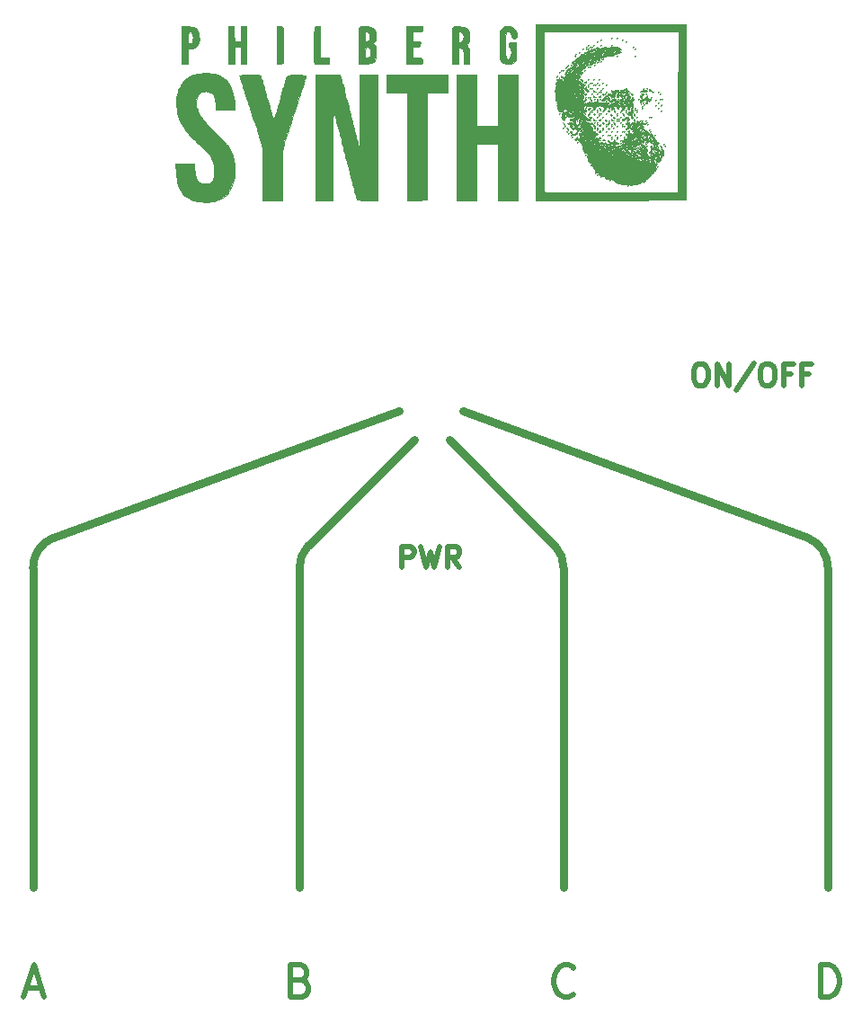
<source format=gto>
G04 #@! TF.GenerationSoftware,KiCad,Pcbnew,(5.1.2)-2*
G04 #@! TF.CreationDate,2023-03-12T16:53:55+01:00*
G04 #@! TF.ProjectId,Panel,50616e65-6c2e-46b6-9963-61645f706362,rev?*
G04 #@! TF.SameCoordinates,Original*
G04 #@! TF.FileFunction,Legend,Top*
G04 #@! TF.FilePolarity,Positive*
%FSLAX46Y46*%
G04 Gerber Fmt 4.6, Leading zero omitted, Abs format (unit mm)*
G04 Created by KiCad (PCBNEW (5.1.2)-2) date 2023-03-12 16:53:55*
%MOMM*%
%LPD*%
G04 APERTURE LIST*
%ADD10C,0.800000*%
%ADD11C,0.500000*%
%ADD12C,0.010000*%
G04 APERTURE END LIST*
D10*
X100017667Y-78339541D02*
X90043000Y-68364874D01*
X100017667Y-78339541D02*
G75*
G02X100838000Y-80490000I-2185667J-2065459D01*
G01*
X76762818Y-78348026D02*
X86741000Y-68369844D01*
X76762818Y-78348027D02*
G75*
G03X75946000Y-80490000I2177182J-2056973D01*
G01*
X123831986Y-77609356D02*
X91344000Y-65659000D01*
D11*
X50212714Y-119976000D02*
X51641285Y-119976000D01*
X49927000Y-120833142D02*
X50927000Y-117833142D01*
X51927000Y-120833142D01*
D10*
X123831987Y-77609355D02*
G75*
G02X125730000Y-80490000I-1107987J-2795645D01*
G01*
X52744118Y-77606632D02*
X85344000Y-65659000D01*
X100838000Y-110490000D02*
X100838000Y-80490000D01*
X125730000Y-110490000D02*
X125730000Y-80490000D01*
X52744118Y-77606632D02*
G75*
G03X50854000Y-80476000I1103882J-2784368D01*
G01*
X75946000Y-110490000D02*
X75946000Y-80490000D01*
X50854000Y-110476000D02*
X50854000Y-80476000D01*
D11*
X85598333Y-80380761D02*
X85598333Y-78380761D01*
X86360238Y-78380761D01*
X86550714Y-78476000D01*
X86645952Y-78571238D01*
X86741190Y-78761714D01*
X86741190Y-79047428D01*
X86645952Y-79237904D01*
X86550714Y-79333142D01*
X86360238Y-79428380D01*
X85598333Y-79428380D01*
X87407857Y-78380761D02*
X87884047Y-80380761D01*
X88265000Y-78952190D01*
X88645952Y-80380761D01*
X89122142Y-78380761D01*
X91026904Y-80380761D02*
X90360238Y-79428380D01*
X89884047Y-80380761D02*
X89884047Y-78380761D01*
X90645952Y-78380761D01*
X90836428Y-78476000D01*
X90931666Y-78571238D01*
X91026904Y-78761714D01*
X91026904Y-79047428D01*
X90931666Y-79237904D01*
X90836428Y-79333142D01*
X90645952Y-79428380D01*
X89884047Y-79428380D01*
X76068285Y-119261714D02*
X76496857Y-119404571D01*
X76639714Y-119547428D01*
X76782571Y-119833142D01*
X76782571Y-120261714D01*
X76639714Y-120547428D01*
X76496857Y-120690285D01*
X76211142Y-120833142D01*
X75068285Y-120833142D01*
X75068285Y-117833142D01*
X76068285Y-117833142D01*
X76354000Y-117976000D01*
X76496857Y-118118857D01*
X76639714Y-118404571D01*
X76639714Y-118690285D01*
X76496857Y-118976000D01*
X76354000Y-119118857D01*
X76068285Y-119261714D01*
X75068285Y-119261714D01*
X113570380Y-61235761D02*
X113951333Y-61235761D01*
X114141809Y-61331000D01*
X114332285Y-61521476D01*
X114427523Y-61902428D01*
X114427523Y-62569095D01*
X114332285Y-62950047D01*
X114141809Y-63140523D01*
X113951333Y-63235761D01*
X113570380Y-63235761D01*
X113379904Y-63140523D01*
X113189428Y-62950047D01*
X113094190Y-62569095D01*
X113094190Y-61902428D01*
X113189428Y-61521476D01*
X113379904Y-61331000D01*
X113570380Y-61235761D01*
X115284666Y-63235761D02*
X115284666Y-61235761D01*
X116427523Y-63235761D01*
X116427523Y-61235761D01*
X118808476Y-61140523D02*
X117094190Y-63711952D01*
X119856095Y-61235761D02*
X120237047Y-61235761D01*
X120427523Y-61331000D01*
X120618000Y-61521476D01*
X120713238Y-61902428D01*
X120713238Y-62569095D01*
X120618000Y-62950047D01*
X120427523Y-63140523D01*
X120237047Y-63235761D01*
X119856095Y-63235761D01*
X119665619Y-63140523D01*
X119475142Y-62950047D01*
X119379904Y-62569095D01*
X119379904Y-61902428D01*
X119475142Y-61521476D01*
X119665619Y-61331000D01*
X119856095Y-61235761D01*
X122237047Y-62188142D02*
X121570380Y-62188142D01*
X121570380Y-63235761D02*
X121570380Y-61235761D01*
X122522761Y-61235761D01*
X123951333Y-62188142D02*
X123284666Y-62188142D01*
X123284666Y-63235761D02*
X123284666Y-61235761D01*
X124237047Y-61235761D01*
X101782571Y-120547428D02*
X101639714Y-120690285D01*
X101211142Y-120833142D01*
X100925428Y-120833142D01*
X100496857Y-120690285D01*
X100211142Y-120404571D01*
X100068285Y-120118857D01*
X99925428Y-119547428D01*
X99925428Y-119118857D01*
X100068285Y-118547428D01*
X100211142Y-118261714D01*
X100496857Y-117976000D01*
X100925428Y-117833142D01*
X101211142Y-117833142D01*
X101639714Y-117976000D01*
X101782571Y-118118857D01*
X125068285Y-120833142D02*
X125068285Y-117833142D01*
X125782571Y-117833142D01*
X126211142Y-117976000D01*
X126496857Y-118261714D01*
X126639714Y-118547428D01*
X126782571Y-119118857D01*
X126782571Y-119547428D01*
X126639714Y-120118857D01*
X126496857Y-120404571D01*
X126211142Y-120690285D01*
X125782571Y-120833142D01*
X125068285Y-120833142D01*
D12*
G36*
X101646667Y-38650333D02*
G01*
X101604333Y-38692666D01*
X101562000Y-38650333D01*
X101604333Y-38608000D01*
X101646667Y-38650333D01*
X101646667Y-38650333D01*
G37*
X101646667Y-38650333D02*
X101604333Y-38692666D01*
X101562000Y-38650333D01*
X101604333Y-38608000D01*
X101646667Y-38650333D01*
G36*
X101646667Y-38819666D02*
G01*
X101604333Y-38862000D01*
X101562000Y-38819666D01*
X101604333Y-38777333D01*
X101646667Y-38819666D01*
X101646667Y-38819666D01*
G37*
X101646667Y-38819666D02*
X101604333Y-38862000D01*
X101562000Y-38819666D01*
X101604333Y-38777333D01*
X101646667Y-38819666D01*
G36*
X101816000Y-38989000D02*
G01*
X101773667Y-39031333D01*
X101731333Y-38989000D01*
X101773667Y-38946666D01*
X101816000Y-38989000D01*
X101816000Y-38989000D01*
G37*
X101816000Y-38989000D02*
X101773667Y-39031333D01*
X101731333Y-38989000D01*
X101773667Y-38946666D01*
X101816000Y-38989000D01*
G36*
X107573333Y-38819666D02*
G01*
X107531000Y-38862000D01*
X107488667Y-38819666D01*
X107531000Y-38777333D01*
X107573333Y-38819666D01*
X107573333Y-38819666D01*
G37*
X107573333Y-38819666D02*
X107531000Y-38862000D01*
X107488667Y-38819666D01*
X107531000Y-38777333D01*
X107573333Y-38819666D01*
G36*
X107065333Y-38819666D02*
G01*
X107023000Y-38862000D01*
X106980667Y-38819666D01*
X107023000Y-38777333D01*
X107065333Y-38819666D01*
X107065333Y-38819666D01*
G37*
X107065333Y-38819666D02*
X107023000Y-38862000D01*
X106980667Y-38819666D01*
X107023000Y-38777333D01*
X107065333Y-38819666D01*
G36*
X108046555Y-38830494D02*
G01*
X107937736Y-38961215D01*
X107912000Y-38989000D01*
X107767142Y-39131398D01*
X107675934Y-39199645D01*
X107670816Y-39200666D01*
X107692778Y-39147505D01*
X107801597Y-39016784D01*
X107827333Y-38989000D01*
X107972191Y-38846601D01*
X108063399Y-38778354D01*
X108068517Y-38777333D01*
X108046555Y-38830494D01*
X108046555Y-38830494D01*
G37*
X108046555Y-38830494D02*
X107937736Y-38961215D01*
X107912000Y-38989000D01*
X107767142Y-39131398D01*
X107675934Y-39199645D01*
X107670816Y-39200666D01*
X107692778Y-39147505D01*
X107801597Y-39016784D01*
X107827333Y-38989000D01*
X107972191Y-38846601D01*
X108063399Y-38778354D01*
X108068517Y-38777333D01*
X108046555Y-38830494D01*
G36*
X108224096Y-39160487D02*
G01*
X108176800Y-39221833D01*
X108053219Y-39353462D01*
X107998057Y-39352890D01*
X107996667Y-39338033D01*
X108054526Y-39267359D01*
X108144833Y-39189866D01*
X108245120Y-39116643D01*
X108224096Y-39160487D01*
X108224096Y-39160487D01*
G37*
X108224096Y-39160487D02*
X108176800Y-39221833D01*
X108053219Y-39353462D01*
X107998057Y-39352890D01*
X107996667Y-39338033D01*
X108054526Y-39267359D01*
X108144833Y-39189866D01*
X108245120Y-39116643D01*
X108224096Y-39160487D01*
G36*
X105853429Y-31709820D02*
G01*
X105806133Y-31771166D01*
X105682553Y-31902796D01*
X105627390Y-31902223D01*
X105626000Y-31887366D01*
X105683859Y-31816692D01*
X105774167Y-31739200D01*
X105874454Y-31665976D01*
X105853429Y-31709820D01*
X105853429Y-31709820D01*
G37*
X105853429Y-31709820D02*
X105806133Y-31771166D01*
X105682553Y-31902796D01*
X105627390Y-31902223D01*
X105626000Y-31887366D01*
X105683859Y-31816692D01*
X105774167Y-31739200D01*
X105874454Y-31665976D01*
X105853429Y-31709820D01*
G36*
X105118000Y-31961666D02*
G01*
X105075667Y-32004000D01*
X105033333Y-31961666D01*
X105075667Y-31919333D01*
X105118000Y-31961666D01*
X105118000Y-31961666D01*
G37*
X105118000Y-31961666D02*
X105075667Y-32004000D01*
X105033333Y-31961666D01*
X105075667Y-31919333D01*
X105118000Y-31961666D01*
G36*
X101634966Y-33393768D02*
G01*
X101695050Y-33493006D01*
X101627171Y-33584452D01*
X101509673Y-33612666D01*
X101425962Y-33655012D01*
X101435000Y-33697333D01*
X101463763Y-33777226D01*
X101404710Y-33752659D01*
X101304035Y-33650222D01*
X101247891Y-33551910D01*
X101272501Y-33533249D01*
X101472131Y-33543311D01*
X101591830Y-33498489D01*
X101596248Y-33430251D01*
X101586154Y-33372408D01*
X101634966Y-33393768D01*
X101634966Y-33393768D01*
G37*
X101634966Y-33393768D02*
X101695050Y-33493006D01*
X101627171Y-33584452D01*
X101509673Y-33612666D01*
X101425962Y-33655012D01*
X101435000Y-33697333D01*
X101463763Y-33777226D01*
X101404710Y-33752659D01*
X101304035Y-33650222D01*
X101247891Y-33551910D01*
X101272501Y-33533249D01*
X101472131Y-33543311D01*
X101591830Y-33498489D01*
X101596248Y-33430251D01*
X101586154Y-33372408D01*
X101634966Y-33393768D01*
G36*
X100461333Y-34925000D02*
G01*
X100419000Y-34967333D01*
X100376667Y-34925000D01*
X100419000Y-34882666D01*
X100461333Y-34925000D01*
X100461333Y-34925000D01*
G37*
X100461333Y-34925000D02*
X100419000Y-34967333D01*
X100376667Y-34925000D01*
X100419000Y-34882666D01*
X100461333Y-34925000D01*
G36*
X102154667Y-34925000D02*
G01*
X102112333Y-34967333D01*
X102070000Y-34925000D01*
X102112333Y-34882666D01*
X102154667Y-34925000D01*
X102154667Y-34925000D01*
G37*
X102154667Y-34925000D02*
X102112333Y-34967333D01*
X102070000Y-34925000D01*
X102112333Y-34882666D01*
X102154667Y-34925000D01*
G36*
X102420369Y-34856439D02*
G01*
X102482312Y-34911720D01*
X102528338Y-35030181D01*
X102430877Y-35146599D01*
X102329981Y-35220344D01*
X102348204Y-35179585D01*
X102391034Y-35123733D01*
X102457988Y-35006102D01*
X102399930Y-34948114D01*
X102391034Y-34944824D01*
X102321701Y-34878642D01*
X102333101Y-34849878D01*
X102420369Y-34856439D01*
X102420369Y-34856439D01*
G37*
X102420369Y-34856439D02*
X102482312Y-34911720D01*
X102528338Y-35030181D01*
X102430877Y-35146599D01*
X102329981Y-35220344D01*
X102348204Y-35179585D01*
X102391034Y-35123733D01*
X102457988Y-35006102D01*
X102399930Y-34948114D01*
X102391034Y-34944824D01*
X102321701Y-34878642D01*
X102333101Y-34849878D01*
X102420369Y-34856439D01*
G36*
X102578000Y-35517666D02*
G01*
X102535667Y-35560000D01*
X102493333Y-35517666D01*
X102535667Y-35475333D01*
X102578000Y-35517666D01*
X102578000Y-35517666D01*
G37*
X102578000Y-35517666D02*
X102535667Y-35560000D01*
X102493333Y-35517666D01*
X102535667Y-35475333D01*
X102578000Y-35517666D01*
G36*
X106444444Y-35672888D02*
G01*
X106454577Y-35773368D01*
X106444444Y-35785777D01*
X106394110Y-35774155D01*
X106388000Y-35729333D01*
X106418978Y-35659643D01*
X106444444Y-35672888D01*
X106444444Y-35672888D01*
G37*
X106444444Y-35672888D02*
X106454577Y-35773368D01*
X106444444Y-35785777D01*
X106394110Y-35774155D01*
X106388000Y-35729333D01*
X106418978Y-35659643D01*
X106444444Y-35672888D01*
G36*
X105710667Y-35771666D02*
G01*
X105668333Y-35814000D01*
X105626000Y-35771666D01*
X105668333Y-35729333D01*
X105710667Y-35771666D01*
X105710667Y-35771666D01*
G37*
X105710667Y-35771666D02*
X105668333Y-35814000D01*
X105626000Y-35771666D01*
X105668333Y-35729333D01*
X105710667Y-35771666D01*
G36*
X105952356Y-35699001D02*
G01*
X105997750Y-35827964D01*
X106011339Y-35930945D01*
X105981205Y-36080619D01*
X105918067Y-36124444D01*
X105841894Y-36058634D01*
X105840751Y-35990388D01*
X105847809Y-35941000D01*
X105880000Y-35941000D01*
X105922333Y-35983333D01*
X105964667Y-35941000D01*
X105922333Y-35898666D01*
X105880000Y-35941000D01*
X105847809Y-35941000D01*
X105869039Y-35792459D01*
X105873522Y-35736388D01*
X105901932Y-35655749D01*
X105952356Y-35699001D01*
X105952356Y-35699001D01*
G37*
X105952356Y-35699001D02*
X105997750Y-35827964D01*
X106011339Y-35930945D01*
X105981205Y-36080619D01*
X105918067Y-36124444D01*
X105841894Y-36058634D01*
X105840751Y-35990388D01*
X105847809Y-35941000D01*
X105880000Y-35941000D01*
X105922333Y-35983333D01*
X105964667Y-35941000D01*
X105922333Y-35898666D01*
X105880000Y-35941000D01*
X105847809Y-35941000D01*
X105869039Y-35792459D01*
X105873522Y-35736388D01*
X105901932Y-35655749D01*
X105952356Y-35699001D01*
G36*
X105597778Y-36096222D02*
G01*
X105586155Y-36146556D01*
X105541333Y-36152666D01*
X105471643Y-36121688D01*
X105484889Y-36096222D01*
X105585368Y-36086089D01*
X105597778Y-36096222D01*
X105597778Y-36096222D01*
G37*
X105597778Y-36096222D02*
X105586155Y-36146556D01*
X105541333Y-36152666D01*
X105471643Y-36121688D01*
X105484889Y-36096222D01*
X105585368Y-36086089D01*
X105597778Y-36096222D01*
G36*
X105372000Y-36110333D02*
G01*
X105329667Y-36152666D01*
X105287333Y-36110333D01*
X105329667Y-36068000D01*
X105372000Y-36110333D01*
X105372000Y-36110333D01*
G37*
X105372000Y-36110333D02*
X105329667Y-36152666D01*
X105287333Y-36110333D01*
X105329667Y-36068000D01*
X105372000Y-36110333D01*
G36*
X106866896Y-36119869D02*
G01*
X106853667Y-36152666D01*
X106777584Y-36233437D01*
X106764003Y-36237333D01*
X106727637Y-36171827D01*
X106726667Y-36152666D01*
X106791754Y-36071253D01*
X106816330Y-36068000D01*
X106866896Y-36119869D01*
X106866896Y-36119869D01*
G37*
X106866896Y-36119869D02*
X106853667Y-36152666D01*
X106777584Y-36233437D01*
X106764003Y-36237333D01*
X106727637Y-36171827D01*
X106726667Y-36152666D01*
X106791754Y-36071253D01*
X106816330Y-36068000D01*
X106866896Y-36119869D01*
G36*
X105964667Y-36279666D02*
G01*
X105922333Y-36322000D01*
X105880000Y-36279666D01*
X105922333Y-36237333D01*
X105964667Y-36279666D01*
X105964667Y-36279666D01*
G37*
X105964667Y-36279666D02*
X105922333Y-36322000D01*
X105880000Y-36279666D01*
X105922333Y-36237333D01*
X105964667Y-36279666D01*
G36*
X105710667Y-36279666D02*
G01*
X105668333Y-36322000D01*
X105626000Y-36279666D01*
X105668333Y-36237333D01*
X105710667Y-36279666D01*
X105710667Y-36279666D01*
G37*
X105710667Y-36279666D02*
X105668333Y-36322000D01*
X105626000Y-36279666D01*
X105668333Y-36237333D01*
X105710667Y-36279666D01*
G36*
X105160170Y-36135855D02*
G01*
X105174444Y-36195000D01*
X105164714Y-36308001D01*
X105156589Y-36322000D01*
X105095791Y-36266498D01*
X105033333Y-36195000D01*
X104972562Y-36094349D01*
X105043708Y-36068048D01*
X105051188Y-36068000D01*
X105160170Y-36135855D01*
X105160170Y-36135855D01*
G37*
X105160170Y-36135855D02*
X105174444Y-36195000D01*
X105164714Y-36308001D01*
X105156589Y-36322000D01*
X105095791Y-36266498D01*
X105033333Y-36195000D01*
X104972562Y-36094349D01*
X105043708Y-36068048D01*
X105051188Y-36068000D01*
X105160170Y-36135855D01*
G36*
X106874833Y-36440955D02*
G01*
X107034813Y-36591072D01*
X107057910Y-36656454D01*
X107036122Y-36660666D01*
X106966977Y-36603569D01*
X106845622Y-36470166D01*
X106684333Y-36279666D01*
X106874833Y-36440955D01*
X106874833Y-36440955D01*
G37*
X106874833Y-36440955D02*
X107034813Y-36591072D01*
X107057910Y-36656454D01*
X107036122Y-36660666D01*
X106966977Y-36603569D01*
X106845622Y-36470166D01*
X106684333Y-36279666D01*
X106874833Y-36440955D01*
G36*
X107234667Y-36787666D02*
G01*
X107192333Y-36830000D01*
X107150000Y-36787666D01*
X107192333Y-36745333D01*
X107234667Y-36787666D01*
X107234667Y-36787666D01*
G37*
X107234667Y-36787666D02*
X107192333Y-36830000D01*
X107150000Y-36787666D01*
X107192333Y-36745333D01*
X107234667Y-36787666D01*
G36*
X103170667Y-38819666D02*
G01*
X103128333Y-38862000D01*
X103086000Y-38819666D01*
X103128333Y-38777333D01*
X103170667Y-38819666D01*
X103170667Y-38819666D01*
G37*
X103170667Y-38819666D02*
X103128333Y-38862000D01*
X103086000Y-38819666D01*
X103128333Y-38777333D01*
X103170667Y-38819666D01*
G36*
X103170667Y-39327666D02*
G01*
X103128333Y-39370000D01*
X103086000Y-39327666D01*
X103128333Y-39285333D01*
X103170667Y-39327666D01*
X103170667Y-39327666D01*
G37*
X103170667Y-39327666D02*
X103128333Y-39370000D01*
X103086000Y-39327666D01*
X103128333Y-39285333D01*
X103170667Y-39327666D01*
G36*
X103421221Y-39346793D02*
G01*
X103424667Y-39370000D01*
X103395780Y-39452465D01*
X103387330Y-39454666D01*
X103315044Y-39395337D01*
X103297667Y-39370000D01*
X103304379Y-39291981D01*
X103335003Y-39285333D01*
X103421221Y-39346793D01*
X103421221Y-39346793D01*
G37*
X103421221Y-39346793D02*
X103424667Y-39370000D01*
X103395780Y-39452465D01*
X103387330Y-39454666D01*
X103315044Y-39395337D01*
X103297667Y-39370000D01*
X103304379Y-39291981D01*
X103335003Y-39285333D01*
X103421221Y-39346793D01*
G36*
X105118000Y-40767000D02*
G01*
X105075667Y-40809333D01*
X105033333Y-40767000D01*
X105075667Y-40724666D01*
X105118000Y-40767000D01*
X105118000Y-40767000D01*
G37*
X105118000Y-40767000D02*
X105075667Y-40809333D01*
X105033333Y-40767000D01*
X105075667Y-40724666D01*
X105118000Y-40767000D01*
G36*
X107590744Y-40534882D02*
G01*
X107610154Y-40550758D01*
X107689193Y-40662325D01*
X107633258Y-40766058D01*
X107535961Y-40824520D01*
X107502778Y-40800991D01*
X107406285Y-40725760D01*
X107391948Y-40724666D01*
X107343875Y-40774804D01*
X107352945Y-40795222D01*
X107327286Y-40857248D01*
X107274620Y-40865777D01*
X107198403Y-40838379D01*
X107249575Y-40749035D01*
X107391999Y-40671960D01*
X107469325Y-40679440D01*
X107553840Y-40677722D01*
X107538488Y-40586651D01*
X107517036Y-40494556D01*
X107590744Y-40534882D01*
X107590744Y-40534882D01*
G37*
X107590744Y-40534882D02*
X107610154Y-40550758D01*
X107689193Y-40662325D01*
X107633258Y-40766058D01*
X107535961Y-40824520D01*
X107502778Y-40800991D01*
X107406285Y-40725760D01*
X107391948Y-40724666D01*
X107343875Y-40774804D01*
X107352945Y-40795222D01*
X107327286Y-40857248D01*
X107274620Y-40865777D01*
X107198403Y-40838379D01*
X107249575Y-40749035D01*
X107391999Y-40671960D01*
X107469325Y-40679440D01*
X107553840Y-40677722D01*
X107538488Y-40586651D01*
X107517036Y-40494556D01*
X107590744Y-40534882D01*
G36*
X108246434Y-40698434D02*
G01*
X108402172Y-40832739D01*
X108408062Y-40838958D01*
X108526621Y-40989275D01*
X108525379Y-41085849D01*
X108479927Y-41133398D01*
X108382590Y-41164054D01*
X108252772Y-41090773D01*
X108105874Y-40945639D01*
X108227023Y-40945639D01*
X108272676Y-41016936D01*
X108380906Y-41105952D01*
X108402199Y-41050341D01*
X108370788Y-40948937D01*
X108291527Y-40853688D01*
X108242638Y-40856628D01*
X108227023Y-40945639D01*
X108105874Y-40945639D01*
X108074940Y-40915077D01*
X107947242Y-40769638D01*
X107917308Y-40718535D01*
X107967094Y-40753153D01*
X108119248Y-40841222D01*
X108200455Y-40822080D01*
X108185903Y-40722616D01*
X108145361Y-40696248D01*
X108099583Y-40655112D01*
X108130075Y-40646684D01*
X108246434Y-40698434D01*
X108246434Y-40698434D01*
G37*
X108246434Y-40698434D02*
X108402172Y-40832739D01*
X108408062Y-40838958D01*
X108526621Y-40989275D01*
X108525379Y-41085849D01*
X108479927Y-41133398D01*
X108382590Y-41164054D01*
X108252772Y-41090773D01*
X108105874Y-40945639D01*
X108227023Y-40945639D01*
X108272676Y-41016936D01*
X108380906Y-41105952D01*
X108402199Y-41050341D01*
X108370788Y-40948937D01*
X108291527Y-40853688D01*
X108242638Y-40856628D01*
X108227023Y-40945639D01*
X108105874Y-40945639D01*
X108074940Y-40915077D01*
X107947242Y-40769638D01*
X107917308Y-40718535D01*
X107967094Y-40753153D01*
X108119248Y-40841222D01*
X108200455Y-40822080D01*
X108185903Y-40722616D01*
X108145361Y-40696248D01*
X108099583Y-40655112D01*
X108130075Y-40646684D01*
X108246434Y-40698434D01*
G36*
X109330167Y-41097622D02*
G01*
X109465836Y-41221243D01*
X109520667Y-41288122D01*
X109481911Y-41309451D01*
X109360827Y-41195664D01*
X109300955Y-41126833D01*
X109139667Y-40936333D01*
X109330167Y-41097622D01*
X109330167Y-41097622D01*
G37*
X109330167Y-41097622D02*
X109465836Y-41221243D01*
X109520667Y-41288122D01*
X109481911Y-41309451D01*
X109360827Y-41195664D01*
X109300955Y-41126833D01*
X109139667Y-40936333D01*
X109330167Y-41097622D01*
G36*
X108589333Y-41529000D02*
G01*
X108547000Y-41571333D01*
X108504667Y-41529000D01*
X108547000Y-41486666D01*
X108589333Y-41529000D01*
X108589333Y-41529000D01*
G37*
X108589333Y-41529000D02*
X108547000Y-41571333D01*
X108504667Y-41529000D01*
X108547000Y-41486666D01*
X108589333Y-41529000D01*
G36*
X107497405Y-41199286D02*
G01*
X107566962Y-41299300D01*
X107560645Y-41356760D01*
X107488137Y-41327977D01*
X107421828Y-41266460D01*
X107367860Y-41170917D01*
X107395665Y-41148000D01*
X107497405Y-41199286D01*
X107497405Y-41199286D01*
G37*
X107497405Y-41199286D02*
X107566962Y-41299300D01*
X107560645Y-41356760D01*
X107488137Y-41327977D01*
X107421828Y-41266460D01*
X107367860Y-41170917D01*
X107395665Y-41148000D01*
X107497405Y-41199286D01*
G36*
X107823776Y-41065823D02*
G01*
X107947766Y-41202354D01*
X107977022Y-41237886D01*
X108083481Y-41403643D01*
X108102141Y-41511673D01*
X108092449Y-41522130D01*
X107983286Y-41506177D01*
X107912000Y-41444333D01*
X107794917Y-41359994D01*
X107737499Y-41362860D01*
X107704922Y-41324876D01*
X107704840Y-41201191D01*
X107719843Y-41128710D01*
X107861622Y-41296166D01*
X108011739Y-41456146D01*
X108077121Y-41479243D01*
X108081333Y-41457455D01*
X108024236Y-41388310D01*
X107890833Y-41266955D01*
X107720992Y-41123158D01*
X107731763Y-41071124D01*
X107761178Y-41020701D01*
X107823776Y-41065823D01*
X107823776Y-41065823D01*
G37*
X107823776Y-41065823D02*
X107947766Y-41202354D01*
X107977022Y-41237886D01*
X108083481Y-41403643D01*
X108102141Y-41511673D01*
X108092449Y-41522130D01*
X107983286Y-41506177D01*
X107912000Y-41444333D01*
X107794917Y-41359994D01*
X107737499Y-41362860D01*
X107704922Y-41324876D01*
X107704840Y-41201191D01*
X107719843Y-41128710D01*
X107861622Y-41296166D01*
X108011739Y-41456146D01*
X108077121Y-41479243D01*
X108081333Y-41457455D01*
X108024236Y-41388310D01*
X107890833Y-41266955D01*
X107720992Y-41123158D01*
X107731763Y-41071124D01*
X107761178Y-41020701D01*
X107823776Y-41065823D01*
G36*
X108335333Y-41783000D02*
G01*
X108293000Y-41825333D01*
X108250667Y-41783000D01*
X108293000Y-41740666D01*
X108335333Y-41783000D01*
X108335333Y-41783000D01*
G37*
X108335333Y-41783000D02*
X108293000Y-41825333D01*
X108250667Y-41783000D01*
X108293000Y-41740666D01*
X108335333Y-41783000D01*
G36*
X107912000Y-41867666D02*
G01*
X107869667Y-41910000D01*
X107827333Y-41867666D01*
X107869667Y-41825333D01*
X107912000Y-41867666D01*
X107912000Y-41867666D01*
G37*
X107912000Y-41867666D02*
X107869667Y-41910000D01*
X107827333Y-41867666D01*
X107869667Y-41825333D01*
X107912000Y-41867666D01*
G36*
X107573333Y-42037000D02*
G01*
X107531000Y-42079333D01*
X107488667Y-42037000D01*
X107531000Y-41994666D01*
X107573333Y-42037000D01*
X107573333Y-42037000D01*
G37*
X107573333Y-42037000D02*
X107531000Y-42079333D01*
X107488667Y-42037000D01*
X107531000Y-41994666D01*
X107573333Y-42037000D01*
G36*
X108125821Y-42105903D02*
G01*
X108187167Y-42153200D01*
X108304426Y-42257644D01*
X108335333Y-42301366D01*
X108294148Y-42326709D01*
X108181595Y-42217946D01*
X108155200Y-42185166D01*
X108081976Y-42084879D01*
X108125821Y-42105903D01*
X108125821Y-42105903D01*
G37*
X108125821Y-42105903D02*
X108187167Y-42153200D01*
X108304426Y-42257644D01*
X108335333Y-42301366D01*
X108294148Y-42326709D01*
X108181595Y-42217946D01*
X108155200Y-42185166D01*
X108081976Y-42084879D01*
X108125821Y-42105903D01*
G36*
X105880000Y-30522333D02*
G01*
X105837667Y-30564666D01*
X105795333Y-30522333D01*
X105837667Y-30480000D01*
X105880000Y-30522333D01*
X105880000Y-30522333D01*
G37*
X105880000Y-30522333D02*
X105837667Y-30564666D01*
X105795333Y-30522333D01*
X105837667Y-30480000D01*
X105880000Y-30522333D01*
G36*
X105372000Y-30522333D02*
G01*
X105329667Y-30564666D01*
X105287333Y-30522333D01*
X105329667Y-30480000D01*
X105372000Y-30522333D01*
X105372000Y-30522333D01*
G37*
X105372000Y-30522333D02*
X105329667Y-30564666D01*
X105287333Y-30522333D01*
X105329667Y-30480000D01*
X105372000Y-30522333D01*
G36*
X106388000Y-30691666D02*
G01*
X106345667Y-30734000D01*
X106303333Y-30691666D01*
X106345667Y-30649333D01*
X106388000Y-30691666D01*
X106388000Y-30691666D01*
G37*
X106388000Y-30691666D02*
X106345667Y-30734000D01*
X106303333Y-30691666D01*
X106345667Y-30649333D01*
X106388000Y-30691666D01*
G36*
X104356000Y-30691666D02*
G01*
X104313667Y-30734000D01*
X104271333Y-30691666D01*
X104313667Y-30649333D01*
X104356000Y-30691666D01*
X104356000Y-30691666D01*
G37*
X104356000Y-30691666D02*
X104313667Y-30734000D01*
X104271333Y-30691666D01*
X104313667Y-30649333D01*
X104356000Y-30691666D01*
G36*
X106726667Y-30861000D02*
G01*
X106684333Y-30903333D01*
X106642000Y-30861000D01*
X106684333Y-30818666D01*
X106726667Y-30861000D01*
X106726667Y-30861000D01*
G37*
X106726667Y-30861000D02*
X106684333Y-30903333D01*
X106642000Y-30861000D01*
X106684333Y-30818666D01*
X106726667Y-30861000D01*
G36*
X104017333Y-30861000D02*
G01*
X103975000Y-30903333D01*
X103932667Y-30861000D01*
X103975000Y-30818666D01*
X104017333Y-30861000D01*
X104017333Y-30861000D01*
G37*
X104017333Y-30861000D02*
X103975000Y-30903333D01*
X103932667Y-30861000D01*
X103975000Y-30818666D01*
X104017333Y-30861000D01*
G36*
X105372000Y-31199666D02*
G01*
X105329667Y-31242000D01*
X105287333Y-31199666D01*
X105329667Y-31157333D01*
X105372000Y-31199666D01*
X105372000Y-31199666D01*
G37*
X105372000Y-31199666D02*
X105329667Y-31242000D01*
X105287333Y-31199666D01*
X105329667Y-31157333D01*
X105372000Y-31199666D01*
G36*
X104356000Y-31199666D02*
G01*
X104313667Y-31242000D01*
X104271333Y-31199666D01*
X104313667Y-31157333D01*
X104356000Y-31199666D01*
X104356000Y-31199666D01*
G37*
X104356000Y-31199666D02*
X104313667Y-31242000D01*
X104271333Y-31199666D01*
X104313667Y-31157333D01*
X104356000Y-31199666D01*
G36*
X103678667Y-31199666D02*
G01*
X103636333Y-31242000D01*
X103594000Y-31199666D01*
X103636333Y-31157333D01*
X103678667Y-31199666D01*
X103678667Y-31199666D01*
G37*
X103678667Y-31199666D02*
X103636333Y-31242000D01*
X103594000Y-31199666D01*
X103636333Y-31157333D01*
X103678667Y-31199666D01*
G36*
X103170667Y-31199666D02*
G01*
X103128333Y-31242000D01*
X103086000Y-31199666D01*
X103128333Y-31157333D01*
X103170667Y-31199666D01*
X103170667Y-31199666D01*
G37*
X103170667Y-31199666D02*
X103128333Y-31242000D01*
X103086000Y-31199666D01*
X103128333Y-31157333D01*
X103170667Y-31199666D01*
G36*
X107404000Y-31369000D02*
G01*
X107361667Y-31411333D01*
X107319333Y-31369000D01*
X107361667Y-31326666D01*
X107404000Y-31369000D01*
X107404000Y-31369000D01*
G37*
X107404000Y-31369000D02*
X107361667Y-31411333D01*
X107319333Y-31369000D01*
X107361667Y-31326666D01*
X107404000Y-31369000D01*
G36*
X103509333Y-31369000D02*
G01*
X103467000Y-31411333D01*
X103424667Y-31369000D01*
X103467000Y-31326666D01*
X103509333Y-31369000D01*
X103509333Y-31369000D01*
G37*
X103509333Y-31369000D02*
X103467000Y-31411333D01*
X103424667Y-31369000D01*
X103467000Y-31326666D01*
X103509333Y-31369000D01*
G36*
X103340000Y-31369000D02*
G01*
X103297667Y-31411333D01*
X103255333Y-31369000D01*
X103297667Y-31326666D01*
X103340000Y-31369000D01*
X103340000Y-31369000D01*
G37*
X103340000Y-31369000D02*
X103297667Y-31411333D01*
X103255333Y-31369000D01*
X103297667Y-31326666D01*
X103340000Y-31369000D01*
G36*
X103001333Y-31369000D02*
G01*
X102959000Y-31411333D01*
X102916667Y-31369000D01*
X102959000Y-31326666D01*
X103001333Y-31369000D01*
X103001333Y-31369000D01*
G37*
X103001333Y-31369000D02*
X102959000Y-31411333D01*
X102916667Y-31369000D01*
X102959000Y-31326666D01*
X103001333Y-31369000D01*
G36*
X107573333Y-31538333D02*
G01*
X107531000Y-31580666D01*
X107488667Y-31538333D01*
X107531000Y-31496000D01*
X107573333Y-31538333D01*
X107573333Y-31538333D01*
G37*
X107573333Y-31538333D02*
X107531000Y-31580666D01*
X107488667Y-31538333D01*
X107531000Y-31496000D01*
X107573333Y-31538333D01*
G36*
X103170667Y-31538333D02*
G01*
X103128333Y-31580666D01*
X103086000Y-31538333D01*
X103128333Y-31496000D01*
X103170667Y-31538333D01*
X103170667Y-31538333D01*
G37*
X103170667Y-31538333D02*
X103128333Y-31580666D01*
X103086000Y-31538333D01*
X103128333Y-31496000D01*
X103170667Y-31538333D01*
G36*
X103001333Y-31538333D02*
G01*
X102959000Y-31580666D01*
X102916667Y-31538333D01*
X102959000Y-31496000D01*
X103001333Y-31538333D01*
X103001333Y-31538333D01*
G37*
X103001333Y-31538333D02*
X102959000Y-31580666D01*
X102916667Y-31538333D01*
X102959000Y-31496000D01*
X103001333Y-31538333D01*
G36*
X102662667Y-31538333D02*
G01*
X102620333Y-31580666D01*
X102578000Y-31538333D01*
X102620333Y-31496000D01*
X102662667Y-31538333D01*
X102662667Y-31538333D01*
G37*
X102662667Y-31538333D02*
X102620333Y-31580666D01*
X102578000Y-31538333D01*
X102620333Y-31496000D01*
X102662667Y-31538333D01*
G36*
X104864000Y-31707666D02*
G01*
X104821667Y-31750000D01*
X104779333Y-31707666D01*
X104821667Y-31665333D01*
X104864000Y-31707666D01*
X104864000Y-31707666D01*
G37*
X104864000Y-31707666D02*
X104821667Y-31750000D01*
X104779333Y-31707666D01*
X104821667Y-31665333D01*
X104864000Y-31707666D01*
G36*
X102324000Y-31877000D02*
G01*
X102281667Y-31919333D01*
X102239333Y-31877000D01*
X102281667Y-31834666D01*
X102324000Y-31877000D01*
X102324000Y-31877000D01*
G37*
X102324000Y-31877000D02*
X102281667Y-31919333D01*
X102239333Y-31877000D01*
X102281667Y-31834666D01*
X102324000Y-31877000D01*
G36*
X103482770Y-31889356D02*
G01*
X103467000Y-31919333D01*
X103387226Y-32000190D01*
X103372340Y-32004000D01*
X103366563Y-31949309D01*
X103382333Y-31919333D01*
X103462107Y-31838476D01*
X103476993Y-31834666D01*
X103482770Y-31889356D01*
X103482770Y-31889356D01*
G37*
X103482770Y-31889356D02*
X103467000Y-31919333D01*
X103387226Y-32000190D01*
X103372340Y-32004000D01*
X103366563Y-31949309D01*
X103382333Y-31919333D01*
X103462107Y-31838476D01*
X103476993Y-31834666D01*
X103482770Y-31889356D01*
G36*
X101985333Y-32046333D02*
G01*
X101943000Y-32088666D01*
X101900667Y-32046333D01*
X101943000Y-32004000D01*
X101985333Y-32046333D01*
X101985333Y-32046333D01*
G37*
X101985333Y-32046333D02*
X101943000Y-32088666D01*
X101900667Y-32046333D01*
X101943000Y-32004000D01*
X101985333Y-32046333D01*
G36*
X107573333Y-32215666D02*
G01*
X107531000Y-32258000D01*
X107488667Y-32215666D01*
X107531000Y-32173333D01*
X107573333Y-32215666D01*
X107573333Y-32215666D01*
G37*
X107573333Y-32215666D02*
X107531000Y-32258000D01*
X107488667Y-32215666D01*
X107531000Y-32173333D01*
X107573333Y-32215666D01*
G36*
X105880000Y-32215666D02*
G01*
X105837667Y-32258000D01*
X105795333Y-32215666D01*
X105837667Y-32173333D01*
X105880000Y-32215666D01*
X105880000Y-32215666D01*
G37*
X105880000Y-32215666D02*
X105837667Y-32258000D01*
X105795333Y-32215666D01*
X105837667Y-32173333D01*
X105880000Y-32215666D01*
G36*
X101957111Y-32201555D02*
G01*
X101945489Y-32251889D01*
X101900667Y-32258000D01*
X101830976Y-32227021D01*
X101844222Y-32201555D01*
X101944702Y-32191422D01*
X101957111Y-32201555D01*
X101957111Y-32201555D01*
G37*
X101957111Y-32201555D02*
X101945489Y-32251889D01*
X101900667Y-32258000D01*
X101830976Y-32227021D01*
X101844222Y-32201555D01*
X101944702Y-32191422D01*
X101957111Y-32201555D01*
G36*
X104271333Y-32300333D02*
G01*
X104229000Y-32342666D01*
X104186667Y-32300333D01*
X104229000Y-32258000D01*
X104271333Y-32300333D01*
X104271333Y-32300333D01*
G37*
X104271333Y-32300333D02*
X104229000Y-32342666D01*
X104186667Y-32300333D01*
X104229000Y-32258000D01*
X104271333Y-32300333D01*
G36*
X104356000Y-32723666D02*
G01*
X104313667Y-32766000D01*
X104271333Y-32723666D01*
X104313667Y-32681333D01*
X104356000Y-32723666D01*
X104356000Y-32723666D01*
G37*
X104356000Y-32723666D02*
X104313667Y-32766000D01*
X104271333Y-32723666D01*
X104313667Y-32681333D01*
X104356000Y-32723666D01*
G36*
X104646752Y-31716718D02*
G01*
X104557809Y-31842082D01*
X104542678Y-31858537D01*
X104423230Y-32011445D01*
X104418631Y-32144399D01*
X104479821Y-32280436D01*
X104541341Y-32463361D01*
X104514618Y-32558032D01*
X104420091Y-32533560D01*
X104355226Y-32468734D01*
X104297853Y-32366939D01*
X104297856Y-32366935D01*
X104369648Y-32366935D01*
X104390248Y-32414251D01*
X104475499Y-32505145D01*
X104524509Y-32486499D01*
X104525333Y-32474663D01*
X104465196Y-32403050D01*
X104427585Y-32376915D01*
X104369648Y-32366935D01*
X104297856Y-32366935D01*
X104316422Y-32342666D01*
X104316641Y-32290534D01*
X104229000Y-32173333D01*
X104138687Y-32045885D01*
X104182030Y-32004089D01*
X104187655Y-32004000D01*
X104259606Y-31975643D01*
X104248744Y-31953188D01*
X104147322Y-31932913D01*
X104070134Y-32010583D01*
X104081916Y-32117371D01*
X104144460Y-32288587D01*
X104146695Y-32342666D01*
X104190891Y-32494975D01*
X104226167Y-32531870D01*
X104253519Y-32586712D01*
X104202836Y-32595370D01*
X104132690Y-32643783D01*
X104144333Y-32681333D01*
X104172614Y-32761067D01*
X104113123Y-32736410D01*
X104017333Y-32639000D01*
X103969360Y-32554333D01*
X104017333Y-32554333D01*
X104059667Y-32596666D01*
X104102000Y-32554333D01*
X104059667Y-32512000D01*
X104017333Y-32554333D01*
X103969360Y-32554333D01*
X103959365Y-32536693D01*
X103977755Y-32512000D01*
X103979911Y-32460394D01*
X103902770Y-32356409D01*
X103811208Y-32231070D01*
X103818462Y-32208611D01*
X103939351Y-32208611D01*
X103954917Y-32318425D01*
X103983819Y-32319736D01*
X104004031Y-32206419D01*
X103990503Y-32157458D01*
X103952909Y-32125388D01*
X103939351Y-32208611D01*
X103818462Y-32208611D01*
X103842592Y-32133910D01*
X103926271Y-32052120D01*
X104034073Y-31899783D01*
X104044151Y-31792333D01*
X104102000Y-31792333D01*
X104144333Y-31834666D01*
X104186667Y-31792333D01*
X104144333Y-31750000D01*
X104102000Y-31792333D01*
X104044151Y-31792333D01*
X104044898Y-31784378D01*
X104038984Y-31679566D01*
X104131034Y-31690814D01*
X104284068Y-31803858D01*
X104402883Y-31895876D01*
X104462508Y-31867304D01*
X104490293Y-31803858D01*
X104580517Y-31684650D01*
X104633817Y-31665333D01*
X104646752Y-31716718D01*
X104646752Y-31716718D01*
G37*
X104646752Y-31716718D02*
X104557809Y-31842082D01*
X104542678Y-31858537D01*
X104423230Y-32011445D01*
X104418631Y-32144399D01*
X104479821Y-32280436D01*
X104541341Y-32463361D01*
X104514618Y-32558032D01*
X104420091Y-32533560D01*
X104355226Y-32468734D01*
X104297853Y-32366939D01*
X104297856Y-32366935D01*
X104369648Y-32366935D01*
X104390248Y-32414251D01*
X104475499Y-32505145D01*
X104524509Y-32486499D01*
X104525333Y-32474663D01*
X104465196Y-32403050D01*
X104427585Y-32376915D01*
X104369648Y-32366935D01*
X104297856Y-32366935D01*
X104316422Y-32342666D01*
X104316641Y-32290534D01*
X104229000Y-32173333D01*
X104138687Y-32045885D01*
X104182030Y-32004089D01*
X104187655Y-32004000D01*
X104259606Y-31975643D01*
X104248744Y-31953188D01*
X104147322Y-31932913D01*
X104070134Y-32010583D01*
X104081916Y-32117371D01*
X104144460Y-32288587D01*
X104146695Y-32342666D01*
X104190891Y-32494975D01*
X104226167Y-32531870D01*
X104253519Y-32586712D01*
X104202836Y-32595370D01*
X104132690Y-32643783D01*
X104144333Y-32681333D01*
X104172614Y-32761067D01*
X104113123Y-32736410D01*
X104017333Y-32639000D01*
X103969360Y-32554333D01*
X104017333Y-32554333D01*
X104059667Y-32596666D01*
X104102000Y-32554333D01*
X104059667Y-32512000D01*
X104017333Y-32554333D01*
X103969360Y-32554333D01*
X103959365Y-32536693D01*
X103977755Y-32512000D01*
X103979911Y-32460394D01*
X103902770Y-32356409D01*
X103811208Y-32231070D01*
X103818462Y-32208611D01*
X103939351Y-32208611D01*
X103954917Y-32318425D01*
X103983819Y-32319736D01*
X104004031Y-32206419D01*
X103990503Y-32157458D01*
X103952909Y-32125388D01*
X103939351Y-32208611D01*
X103818462Y-32208611D01*
X103842592Y-32133910D01*
X103926271Y-32052120D01*
X104034073Y-31899783D01*
X104044151Y-31792333D01*
X104102000Y-31792333D01*
X104144333Y-31834666D01*
X104186667Y-31792333D01*
X104144333Y-31750000D01*
X104102000Y-31792333D01*
X104044151Y-31792333D01*
X104044898Y-31784378D01*
X104038984Y-31679566D01*
X104131034Y-31690814D01*
X104284068Y-31803858D01*
X104402883Y-31895876D01*
X104462508Y-31867304D01*
X104490293Y-31803858D01*
X104580517Y-31684650D01*
X104633817Y-31665333D01*
X104646752Y-31716718D01*
G36*
X102777563Y-32018030D02*
G01*
X102786746Y-32077668D01*
X102748107Y-32130067D01*
X102633837Y-32216910D01*
X102579722Y-32216730D01*
X102483126Y-32242381D01*
X102364526Y-32344663D01*
X102275485Y-32465681D01*
X102278911Y-32512000D01*
X102288609Y-32564037D01*
X102238467Y-32640044D01*
X102126314Y-32722512D01*
X102000181Y-32661210D01*
X101909586Y-32598043D01*
X101926044Y-32650560D01*
X101931744Y-32660166D01*
X101941011Y-32752748D01*
X101905663Y-32766000D01*
X101819311Y-32717850D01*
X101816000Y-32700149D01*
X101876688Y-32597817D01*
X102016162Y-32463796D01*
X102170539Y-32357603D01*
X102197000Y-32345184D01*
X102353358Y-32243301D01*
X102433866Y-32131000D01*
X102578000Y-32131000D01*
X102620333Y-32173333D01*
X102662667Y-32131000D01*
X102620333Y-32088666D01*
X102578000Y-32131000D01*
X102433866Y-32131000D01*
X102439670Y-32122905D01*
X102437116Y-32067500D01*
X102479889Y-32021594D01*
X102625703Y-32004000D01*
X102777563Y-32018030D01*
X102777563Y-32018030D01*
G37*
X102777563Y-32018030D02*
X102786746Y-32077668D01*
X102748107Y-32130067D01*
X102633837Y-32216910D01*
X102579722Y-32216730D01*
X102483126Y-32242381D01*
X102364526Y-32344663D01*
X102275485Y-32465681D01*
X102278911Y-32512000D01*
X102288609Y-32564037D01*
X102238467Y-32640044D01*
X102126314Y-32722512D01*
X102000181Y-32661210D01*
X101909586Y-32598043D01*
X101926044Y-32650560D01*
X101931744Y-32660166D01*
X101941011Y-32752748D01*
X101905663Y-32766000D01*
X101819311Y-32717850D01*
X101816000Y-32700149D01*
X101876688Y-32597817D01*
X102016162Y-32463796D01*
X102170539Y-32357603D01*
X102197000Y-32345184D01*
X102353358Y-32243301D01*
X102433866Y-32131000D01*
X102578000Y-32131000D01*
X102620333Y-32173333D01*
X102662667Y-32131000D01*
X102620333Y-32088666D01*
X102578000Y-32131000D01*
X102433866Y-32131000D01*
X102439670Y-32122905D01*
X102437116Y-32067500D01*
X102479889Y-32021594D01*
X102625703Y-32004000D01*
X102777563Y-32018030D01*
G36*
X104017333Y-32808333D02*
G01*
X103975000Y-32850666D01*
X103932667Y-32808333D01*
X103975000Y-32766000D01*
X104017333Y-32808333D01*
X104017333Y-32808333D01*
G37*
X104017333Y-32808333D02*
X103975000Y-32850666D01*
X103932667Y-32808333D01*
X103975000Y-32766000D01*
X104017333Y-32808333D01*
G36*
X103424667Y-32661907D02*
G01*
X103359043Y-32767229D01*
X103224900Y-32801049D01*
X103117470Y-32741135D01*
X103101661Y-32684186D01*
X103128136Y-32701765D01*
X103241922Y-32710003D01*
X103311043Y-32670231D01*
X103408026Y-32625341D01*
X103424667Y-32661907D01*
X103424667Y-32661907D01*
G37*
X103424667Y-32661907D02*
X103359043Y-32767229D01*
X103224900Y-32801049D01*
X103117470Y-32741135D01*
X103101661Y-32684186D01*
X103128136Y-32701765D01*
X103241922Y-32710003D01*
X103311043Y-32670231D01*
X103408026Y-32625341D01*
X103424667Y-32661907D01*
G36*
X102636103Y-32736023D02*
G01*
X102620333Y-32766000D01*
X102540559Y-32846856D01*
X102525673Y-32850666D01*
X102519896Y-32795976D01*
X102535667Y-32766000D01*
X102615441Y-32685143D01*
X102630327Y-32681333D01*
X102636103Y-32736023D01*
X102636103Y-32736023D01*
G37*
X102636103Y-32736023D02*
X102620333Y-32766000D01*
X102540559Y-32846856D01*
X102525673Y-32850666D01*
X102519896Y-32795976D01*
X102535667Y-32766000D01*
X102615441Y-32685143D01*
X102630327Y-32681333D01*
X102636103Y-32736023D01*
G36*
X103763333Y-33062333D02*
G01*
X103721000Y-33104666D01*
X103678667Y-33062333D01*
X103721000Y-33020000D01*
X103763333Y-33062333D01*
X103763333Y-33062333D01*
G37*
X103763333Y-33062333D02*
X103721000Y-33104666D01*
X103678667Y-33062333D01*
X103721000Y-33020000D01*
X103763333Y-33062333D01*
G36*
X102324000Y-33062333D02*
G01*
X102281667Y-33104666D01*
X102239333Y-33062333D01*
X102281667Y-33020000D01*
X102324000Y-33062333D01*
X102324000Y-33062333D01*
G37*
X102324000Y-33062333D02*
X102281667Y-33104666D01*
X102239333Y-33062333D01*
X102281667Y-33020000D01*
X102324000Y-33062333D01*
G36*
X101562000Y-33062333D02*
G01*
X101519667Y-33104666D01*
X101477333Y-33062333D01*
X101519667Y-33020000D01*
X101562000Y-33062333D01*
X101562000Y-33062333D01*
G37*
X101562000Y-33062333D02*
X101519667Y-33104666D01*
X101477333Y-33062333D01*
X101519667Y-33020000D01*
X101562000Y-33062333D01*
G36*
X103340000Y-33231666D02*
G01*
X103297667Y-33274000D01*
X103255333Y-33231666D01*
X103297667Y-33189333D01*
X103340000Y-33231666D01*
X103340000Y-33231666D01*
G37*
X103340000Y-33231666D02*
X103297667Y-33274000D01*
X103255333Y-33231666D01*
X103297667Y-33189333D01*
X103340000Y-33231666D01*
G36*
X103170667Y-33231666D02*
G01*
X103128333Y-33274000D01*
X103086000Y-33231666D01*
X103128333Y-33189333D01*
X103170667Y-33231666D01*
X103170667Y-33231666D01*
G37*
X103170667Y-33231666D02*
X103128333Y-33274000D01*
X103086000Y-33231666D01*
X103128333Y-33189333D01*
X103170667Y-33231666D01*
G36*
X102070000Y-33316333D02*
G01*
X102027667Y-33358666D01*
X101985333Y-33316333D01*
X102027667Y-33274000D01*
X102070000Y-33316333D01*
X102070000Y-33316333D01*
G37*
X102070000Y-33316333D02*
X102027667Y-33358666D01*
X101985333Y-33316333D01*
X102027667Y-33274000D01*
X102070000Y-33316333D01*
G36*
X101274719Y-33072879D02*
G01*
X101181000Y-33189333D01*
X101053770Y-33314550D01*
X100985422Y-33358666D01*
X101002614Y-33305787D01*
X101096333Y-33189333D01*
X101223563Y-33064116D01*
X101291911Y-33020000D01*
X101274719Y-33072879D01*
X101274719Y-33072879D01*
G37*
X101274719Y-33072879D02*
X101181000Y-33189333D01*
X101053770Y-33314550D01*
X100985422Y-33358666D01*
X101002614Y-33305787D01*
X101096333Y-33189333D01*
X101223563Y-33064116D01*
X101291911Y-33020000D01*
X101274719Y-33072879D01*
G36*
X102832000Y-33570333D02*
G01*
X102789667Y-33612666D01*
X102747333Y-33570333D01*
X102789667Y-33528000D01*
X102832000Y-33570333D01*
X102832000Y-33570333D01*
G37*
X102832000Y-33570333D02*
X102789667Y-33612666D01*
X102747333Y-33570333D01*
X102789667Y-33528000D01*
X102832000Y-33570333D01*
G36*
X100800000Y-33570333D02*
G01*
X100757667Y-33612666D01*
X100715333Y-33570333D01*
X100757667Y-33528000D01*
X100800000Y-33570333D01*
X100800000Y-33570333D01*
G37*
X100800000Y-33570333D02*
X100757667Y-33612666D01*
X100715333Y-33570333D01*
X100757667Y-33528000D01*
X100800000Y-33570333D01*
G36*
X100630667Y-33570333D02*
G01*
X100588333Y-33612666D01*
X100546000Y-33570333D01*
X100588333Y-33528000D01*
X100630667Y-33570333D01*
X100630667Y-33570333D01*
G37*
X100630667Y-33570333D02*
X100588333Y-33612666D01*
X100546000Y-33570333D01*
X100588333Y-33528000D01*
X100630667Y-33570333D01*
G36*
X100461333Y-33739666D02*
G01*
X100419000Y-33782000D01*
X100376667Y-33739666D01*
X100419000Y-33697333D01*
X100461333Y-33739666D01*
X100461333Y-33739666D01*
G37*
X100461333Y-33739666D02*
X100419000Y-33782000D01*
X100376667Y-33739666D01*
X100419000Y-33697333D01*
X100461333Y-33739666D01*
G36*
X100265437Y-34090690D02*
G01*
X100249667Y-34120666D01*
X100169892Y-34201523D01*
X100155006Y-34205333D01*
X100149230Y-34150643D01*
X100165000Y-34120666D01*
X100244774Y-34039809D01*
X100259660Y-34036000D01*
X100265437Y-34090690D01*
X100265437Y-34090690D01*
G37*
X100265437Y-34090690D02*
X100249667Y-34120666D01*
X100169892Y-34201523D01*
X100155006Y-34205333D01*
X100149230Y-34150643D01*
X100165000Y-34120666D01*
X100244774Y-34039809D01*
X100259660Y-34036000D01*
X100265437Y-34090690D01*
G36*
X100681689Y-34133943D02*
G01*
X100729444Y-34175770D01*
X100865443Y-34315911D01*
X100867507Y-34372351D01*
X100847330Y-34374666D01*
X100775108Y-34315243D01*
X100756813Y-34288618D01*
X100664264Y-34234100D01*
X100638927Y-34242561D01*
X100582136Y-34213097D01*
X100574222Y-34158923D01*
X100595117Y-34085966D01*
X100681689Y-34133943D01*
X100681689Y-34133943D01*
G37*
X100681689Y-34133943D02*
X100729444Y-34175770D01*
X100865443Y-34315911D01*
X100867507Y-34372351D01*
X100847330Y-34374666D01*
X100775108Y-34315243D01*
X100756813Y-34288618D01*
X100664264Y-34234100D01*
X100638927Y-34242561D01*
X100582136Y-34213097D01*
X100574222Y-34158923D01*
X100595117Y-34085966D01*
X100681689Y-34133943D01*
G36*
X104186667Y-34417000D02*
G01*
X104144333Y-34459333D01*
X104102000Y-34417000D01*
X104144333Y-34374666D01*
X104186667Y-34417000D01*
X104186667Y-34417000D01*
G37*
X104186667Y-34417000D02*
X104144333Y-34459333D01*
X104102000Y-34417000D01*
X104144333Y-34374666D01*
X104186667Y-34417000D01*
G36*
X103678667Y-34417000D02*
G01*
X103636333Y-34459333D01*
X103594000Y-34417000D01*
X103636333Y-34374666D01*
X103678667Y-34417000D01*
X103678667Y-34417000D01*
G37*
X103678667Y-34417000D02*
X103636333Y-34459333D01*
X103594000Y-34417000D01*
X103636333Y-34374666D01*
X103678667Y-34417000D01*
G36*
X103170667Y-34417000D02*
G01*
X103128333Y-34459333D01*
X103086000Y-34417000D01*
X103128333Y-34374666D01*
X103170667Y-34417000D01*
X103170667Y-34417000D01*
G37*
X103170667Y-34417000D02*
X103128333Y-34459333D01*
X103086000Y-34417000D01*
X103128333Y-34374666D01*
X103170667Y-34417000D01*
G36*
X102154667Y-34417000D02*
G01*
X102112333Y-34459333D01*
X102070000Y-34417000D01*
X102112333Y-34374666D01*
X102154667Y-34417000D01*
X102154667Y-34417000D01*
G37*
X102154667Y-34417000D02*
X102112333Y-34459333D01*
X102070000Y-34417000D01*
X102112333Y-34374666D01*
X102154667Y-34417000D01*
G36*
X100207333Y-34417000D02*
G01*
X100165000Y-34459333D01*
X100122667Y-34417000D01*
X100165000Y-34374666D01*
X100207333Y-34417000D01*
X100207333Y-34417000D01*
G37*
X100207333Y-34417000D02*
X100165000Y-34459333D01*
X100122667Y-34417000D01*
X100165000Y-34374666D01*
X100207333Y-34417000D01*
G36*
X102469204Y-34396128D02*
G01*
X102604718Y-34453603D01*
X102634444Y-34518621D01*
X102630099Y-34618514D01*
X102627389Y-34625973D01*
X102563847Y-34579900D01*
X102462148Y-34503481D01*
X102353555Y-34413948D01*
X102383525Y-34391392D01*
X102469204Y-34396128D01*
X102469204Y-34396128D01*
G37*
X102469204Y-34396128D02*
X102604718Y-34453603D01*
X102634444Y-34518621D01*
X102630099Y-34618514D01*
X102627389Y-34625973D01*
X102563847Y-34579900D01*
X102462148Y-34503481D01*
X102353555Y-34413948D01*
X102383525Y-34391392D01*
X102469204Y-34396128D01*
G36*
X100676103Y-34483922D02*
G01*
X100679047Y-34544000D01*
X100672307Y-34688329D01*
X100626991Y-34680525D01*
X100557101Y-34599709D01*
X100503392Y-34476252D01*
X100518512Y-34430376D01*
X100625275Y-34379057D01*
X100676103Y-34483922D01*
X100676103Y-34483922D01*
G37*
X100676103Y-34483922D02*
X100679047Y-34544000D01*
X100672307Y-34688329D01*
X100626991Y-34680525D01*
X100557101Y-34599709D01*
X100503392Y-34476252D01*
X100518512Y-34430376D01*
X100625275Y-34379057D01*
X100676103Y-34483922D01*
G36*
X104525333Y-34755666D02*
G01*
X104483000Y-34798000D01*
X104440667Y-34755666D01*
X104483000Y-34713333D01*
X104525333Y-34755666D01*
X104525333Y-34755666D01*
G37*
X104525333Y-34755666D02*
X104483000Y-34798000D01*
X104440667Y-34755666D01*
X104483000Y-34713333D01*
X104525333Y-34755666D01*
G36*
X104017333Y-34755666D02*
G01*
X103975000Y-34798000D01*
X103932667Y-34755666D01*
X103975000Y-34713333D01*
X104017333Y-34755666D01*
X104017333Y-34755666D01*
G37*
X104017333Y-34755666D02*
X103975000Y-34798000D01*
X103932667Y-34755666D01*
X103975000Y-34713333D01*
X104017333Y-34755666D01*
G36*
X103509333Y-34755666D02*
G01*
X103467000Y-34798000D01*
X103424667Y-34755666D01*
X103467000Y-34713333D01*
X103509333Y-34755666D01*
X103509333Y-34755666D01*
G37*
X103509333Y-34755666D02*
X103467000Y-34798000D01*
X103424667Y-34755666D01*
X103467000Y-34713333D01*
X103509333Y-34755666D01*
G36*
X103340000Y-34755666D02*
G01*
X103297667Y-34798000D01*
X103255333Y-34755666D01*
X103297667Y-34713333D01*
X103340000Y-34755666D01*
X103340000Y-34755666D01*
G37*
X103340000Y-34755666D02*
X103297667Y-34798000D01*
X103255333Y-34755666D01*
X103297667Y-34713333D01*
X103340000Y-34755666D01*
G36*
X102973111Y-34658233D02*
G01*
X102906208Y-34760046D01*
X102860222Y-34769777D01*
X102756579Y-34758979D01*
X102747333Y-34751922D01*
X102802282Y-34691011D01*
X102860222Y-34640377D01*
X102953341Y-34593229D01*
X102973111Y-34658233D01*
X102973111Y-34658233D01*
G37*
X102973111Y-34658233D02*
X102906208Y-34760046D01*
X102860222Y-34769777D01*
X102756579Y-34758979D01*
X102747333Y-34751922D01*
X102802282Y-34691011D01*
X102860222Y-34640377D01*
X102953341Y-34593229D01*
X102973111Y-34658233D01*
G36*
X104864000Y-34925000D02*
G01*
X104821667Y-34967333D01*
X104779333Y-34925000D01*
X104821667Y-34882666D01*
X104864000Y-34925000D01*
X104864000Y-34925000D01*
G37*
X104864000Y-34925000D02*
X104821667Y-34967333D01*
X104779333Y-34925000D01*
X104821667Y-34882666D01*
X104864000Y-34925000D01*
G36*
X104186667Y-34925000D02*
G01*
X104144333Y-34967333D01*
X104102000Y-34925000D01*
X104144333Y-34882666D01*
X104186667Y-34925000D01*
X104186667Y-34925000D01*
G37*
X104186667Y-34925000D02*
X104144333Y-34967333D01*
X104102000Y-34925000D01*
X104144333Y-34882666D01*
X104186667Y-34925000D01*
G36*
X103848000Y-34925000D02*
G01*
X103805667Y-34967333D01*
X103763333Y-34925000D01*
X103805667Y-34882666D01*
X103848000Y-34925000D01*
X103848000Y-34925000D01*
G37*
X103848000Y-34925000D02*
X103805667Y-34967333D01*
X103763333Y-34925000D01*
X103805667Y-34882666D01*
X103848000Y-34925000D01*
G36*
X103678667Y-34925000D02*
G01*
X103636333Y-34967333D01*
X103594000Y-34925000D01*
X103636333Y-34882666D01*
X103678667Y-34925000D01*
X103678667Y-34925000D01*
G37*
X103678667Y-34925000D02*
X103636333Y-34967333D01*
X103594000Y-34925000D01*
X103636333Y-34882666D01*
X103678667Y-34925000D01*
G36*
X103170667Y-34925000D02*
G01*
X103128333Y-34967333D01*
X103086000Y-34925000D01*
X103128333Y-34882666D01*
X103170667Y-34925000D01*
X103170667Y-34925000D01*
G37*
X103170667Y-34925000D02*
X103128333Y-34967333D01*
X103086000Y-34925000D01*
X103128333Y-34882666D01*
X103170667Y-34925000D01*
G36*
X103170667Y-35094333D02*
G01*
X103128333Y-35136666D01*
X103086000Y-35094333D01*
X103128333Y-35052000D01*
X103170667Y-35094333D01*
X103170667Y-35094333D01*
G37*
X103170667Y-35094333D02*
X103128333Y-35136666D01*
X103086000Y-35094333D01*
X103128333Y-35052000D01*
X103170667Y-35094333D01*
G36*
X108730444Y-35249555D02*
G01*
X108718822Y-35299889D01*
X108674000Y-35306000D01*
X108604310Y-35275021D01*
X108617555Y-35249555D01*
X108718035Y-35239422D01*
X108730444Y-35249555D01*
X108730444Y-35249555D01*
G37*
X108730444Y-35249555D02*
X108718822Y-35299889D01*
X108674000Y-35306000D01*
X108604310Y-35275021D01*
X108617555Y-35249555D01*
X108718035Y-35239422D01*
X108730444Y-35249555D01*
G36*
X104525333Y-35263666D02*
G01*
X104483000Y-35306000D01*
X104440667Y-35263666D01*
X104483000Y-35221333D01*
X104525333Y-35263666D01*
X104525333Y-35263666D01*
G37*
X104525333Y-35263666D02*
X104483000Y-35306000D01*
X104440667Y-35263666D01*
X104483000Y-35221333D01*
X104525333Y-35263666D01*
G36*
X104017333Y-35263666D02*
G01*
X103975000Y-35306000D01*
X103932667Y-35263666D01*
X103975000Y-35221333D01*
X104017333Y-35263666D01*
X104017333Y-35263666D01*
G37*
X104017333Y-35263666D02*
X103975000Y-35306000D01*
X103932667Y-35263666D01*
X103975000Y-35221333D01*
X104017333Y-35263666D01*
G36*
X103509333Y-35263666D02*
G01*
X103467000Y-35306000D01*
X103424667Y-35263666D01*
X103467000Y-35221333D01*
X103509333Y-35263666D01*
X103509333Y-35263666D01*
G37*
X103509333Y-35263666D02*
X103467000Y-35306000D01*
X103424667Y-35263666D01*
X103467000Y-35221333D01*
X103509333Y-35263666D01*
G36*
X103340000Y-35263666D02*
G01*
X103297667Y-35306000D01*
X103255333Y-35263666D01*
X103297667Y-35221333D01*
X103340000Y-35263666D01*
X103340000Y-35263666D01*
G37*
X103340000Y-35263666D02*
X103297667Y-35306000D01*
X103255333Y-35263666D01*
X103297667Y-35221333D01*
X103340000Y-35263666D01*
G36*
X104356000Y-35433000D02*
G01*
X104313667Y-35475333D01*
X104271333Y-35433000D01*
X104313667Y-35390666D01*
X104356000Y-35433000D01*
X104356000Y-35433000D01*
G37*
X104356000Y-35433000D02*
X104313667Y-35475333D01*
X104271333Y-35433000D01*
X104313667Y-35390666D01*
X104356000Y-35433000D01*
G36*
X109774667Y-35602333D02*
G01*
X109732333Y-35644666D01*
X109690000Y-35602333D01*
X109732333Y-35560000D01*
X109774667Y-35602333D01*
X109774667Y-35602333D01*
G37*
X109774667Y-35602333D02*
X109732333Y-35644666D01*
X109690000Y-35602333D01*
X109732333Y-35560000D01*
X109774667Y-35602333D01*
G36*
X108949718Y-35298552D02*
G01*
X109073143Y-35407710D01*
X109207666Y-35541887D01*
X109266559Y-35616070D01*
X109266667Y-35617091D01*
X109224929Y-35641921D01*
X109143940Y-35566306D01*
X109136099Y-35554227D01*
X109019599Y-35494521D01*
X108979912Y-35502275D01*
X108897955Y-35466762D01*
X108879619Y-35383333D01*
X108890825Y-35285408D01*
X108949718Y-35298552D01*
X108949718Y-35298552D01*
G37*
X108949718Y-35298552D02*
X109073143Y-35407710D01*
X109207666Y-35541887D01*
X109266559Y-35616070D01*
X109266667Y-35617091D01*
X109224929Y-35641921D01*
X109143940Y-35566306D01*
X109136099Y-35554227D01*
X109019599Y-35494521D01*
X108979912Y-35502275D01*
X108897955Y-35466762D01*
X108879619Y-35383333D01*
X108890825Y-35285408D01*
X108949718Y-35298552D01*
G36*
X108400961Y-35273774D02*
G01*
X108400931Y-35320873D01*
X108449794Y-35408712D01*
X108554055Y-35424030D01*
X108694981Y-35455747D01*
X108730444Y-35512176D01*
X108653057Y-35575957D01*
X108448062Y-35610276D01*
X108367111Y-35613140D01*
X108156805Y-35601840D01*
X108048577Y-35568839D01*
X108045267Y-35549858D01*
X108147754Y-35516091D01*
X108212005Y-35530791D01*
X108299705Y-35529442D01*
X108297977Y-35517666D01*
X108504667Y-35517666D01*
X108547000Y-35560000D01*
X108589333Y-35517666D01*
X108547000Y-35475333D01*
X108504667Y-35517666D01*
X108297977Y-35517666D01*
X108288188Y-35450990D01*
X108293160Y-35309464D01*
X108331659Y-35265937D01*
X108400961Y-35273774D01*
X108400961Y-35273774D01*
G37*
X108400961Y-35273774D02*
X108400931Y-35320873D01*
X108449794Y-35408712D01*
X108554055Y-35424030D01*
X108694981Y-35455747D01*
X108730444Y-35512176D01*
X108653057Y-35575957D01*
X108448062Y-35610276D01*
X108367111Y-35613140D01*
X108156805Y-35601840D01*
X108048577Y-35568839D01*
X108045267Y-35549858D01*
X108147754Y-35516091D01*
X108212005Y-35530791D01*
X108299705Y-35529442D01*
X108297977Y-35517666D01*
X108504667Y-35517666D01*
X108547000Y-35560000D01*
X108589333Y-35517666D01*
X108547000Y-35475333D01*
X108504667Y-35517666D01*
X108297977Y-35517666D01*
X108288188Y-35450990D01*
X108293160Y-35309464D01*
X108331659Y-35265937D01*
X108400961Y-35273774D01*
G36*
X104864000Y-35602333D02*
G01*
X104821667Y-35644666D01*
X104779333Y-35602333D01*
X104821667Y-35560000D01*
X104864000Y-35602333D01*
X104864000Y-35602333D01*
G37*
X104864000Y-35602333D02*
X104821667Y-35644666D01*
X104779333Y-35602333D01*
X104821667Y-35560000D01*
X104864000Y-35602333D01*
G36*
X104356000Y-35602333D02*
G01*
X104313667Y-35644666D01*
X104271333Y-35602333D01*
X104313667Y-35560000D01*
X104356000Y-35602333D01*
X104356000Y-35602333D01*
G37*
X104356000Y-35602333D02*
X104313667Y-35644666D01*
X104271333Y-35602333D01*
X104313667Y-35560000D01*
X104356000Y-35602333D01*
G36*
X104186667Y-35602333D02*
G01*
X104144333Y-35644666D01*
X104102000Y-35602333D01*
X104144333Y-35560000D01*
X104186667Y-35602333D01*
X104186667Y-35602333D01*
G37*
X104186667Y-35602333D02*
X104144333Y-35644666D01*
X104102000Y-35602333D01*
X104144333Y-35560000D01*
X104186667Y-35602333D01*
G36*
X103735111Y-35487044D02*
G01*
X103831889Y-35576054D01*
X103848000Y-35598589D01*
X103779731Y-35614982D01*
X103735111Y-35616444D01*
X103632071Y-35550337D01*
X103622222Y-35504899D01*
X103652718Y-35438199D01*
X103735111Y-35487044D01*
X103735111Y-35487044D01*
G37*
X103735111Y-35487044D02*
X103831889Y-35576054D01*
X103848000Y-35598589D01*
X103779731Y-35614982D01*
X103735111Y-35616444D01*
X103632071Y-35550337D01*
X103622222Y-35504899D01*
X103652718Y-35438199D01*
X103735111Y-35487044D01*
G36*
X102970774Y-35199874D02*
G01*
X102969245Y-35240737D01*
X103000632Y-35389496D01*
X103064833Y-35432540D01*
X103168183Y-35478322D01*
X103177722Y-35503555D01*
X103144130Y-35606732D01*
X103041215Y-35576563D01*
X102979338Y-35517666D01*
X103086000Y-35517666D01*
X103128333Y-35560000D01*
X103170667Y-35517666D01*
X103128333Y-35475333D01*
X103086000Y-35517666D01*
X102979338Y-35517666D01*
X102922385Y-35463456D01*
X102852122Y-35380733D01*
X102795399Y-35263666D01*
X102832000Y-35263666D01*
X102874333Y-35306000D01*
X102916667Y-35263666D01*
X102874333Y-35221333D01*
X102832000Y-35263666D01*
X102795399Y-35263666D01*
X102789132Y-35250732D01*
X102862368Y-35146596D01*
X102949180Y-35103447D01*
X102970774Y-35199874D01*
X102970774Y-35199874D01*
G37*
X102970774Y-35199874D02*
X102969245Y-35240737D01*
X103000632Y-35389496D01*
X103064833Y-35432540D01*
X103168183Y-35478322D01*
X103177722Y-35503555D01*
X103144130Y-35606732D01*
X103041215Y-35576563D01*
X102979338Y-35517666D01*
X103086000Y-35517666D01*
X103128333Y-35560000D01*
X103170667Y-35517666D01*
X103128333Y-35475333D01*
X103086000Y-35517666D01*
X102979338Y-35517666D01*
X102922385Y-35463456D01*
X102852122Y-35380733D01*
X102795399Y-35263666D01*
X102832000Y-35263666D01*
X102874333Y-35306000D01*
X102916667Y-35263666D01*
X102874333Y-35221333D01*
X102832000Y-35263666D01*
X102795399Y-35263666D01*
X102789132Y-35250732D01*
X102862368Y-35146596D01*
X102949180Y-35103447D01*
X102970774Y-35199874D01*
G36*
X109944000Y-35771666D02*
G01*
X109901667Y-35814000D01*
X109859333Y-35771666D01*
X109901667Y-35729333D01*
X109944000Y-35771666D01*
X109944000Y-35771666D01*
G37*
X109944000Y-35771666D02*
X109901667Y-35814000D01*
X109859333Y-35771666D01*
X109901667Y-35729333D01*
X109944000Y-35771666D01*
G36*
X108645778Y-35757555D02*
G01*
X108634155Y-35807889D01*
X108589333Y-35814000D01*
X108519643Y-35783021D01*
X108532889Y-35757555D01*
X108633368Y-35747422D01*
X108645778Y-35757555D01*
X108645778Y-35757555D01*
G37*
X108645778Y-35757555D02*
X108634155Y-35807889D01*
X108589333Y-35814000D01*
X108519643Y-35783021D01*
X108532889Y-35757555D01*
X108633368Y-35747422D01*
X108645778Y-35757555D01*
G36*
X104779333Y-35771666D02*
G01*
X104737000Y-35814000D01*
X104694667Y-35771666D01*
X104737000Y-35729333D01*
X104779333Y-35771666D01*
X104779333Y-35771666D01*
G37*
X104779333Y-35771666D02*
X104737000Y-35814000D01*
X104694667Y-35771666D01*
X104737000Y-35729333D01*
X104779333Y-35771666D01*
G36*
X104017333Y-35771666D02*
G01*
X103975000Y-35814000D01*
X103932667Y-35771666D01*
X103975000Y-35729333D01*
X104017333Y-35771666D01*
X104017333Y-35771666D01*
G37*
X104017333Y-35771666D02*
X103975000Y-35814000D01*
X103932667Y-35771666D01*
X103975000Y-35729333D01*
X104017333Y-35771666D01*
G36*
X103509333Y-35771666D02*
G01*
X103467000Y-35814000D01*
X103424667Y-35771666D01*
X103467000Y-35729333D01*
X103509333Y-35771666D01*
X103509333Y-35771666D01*
G37*
X103509333Y-35771666D02*
X103467000Y-35814000D01*
X103424667Y-35771666D01*
X103467000Y-35729333D01*
X103509333Y-35771666D01*
G36*
X107221585Y-35763581D02*
G01*
X107312478Y-35848832D01*
X107293833Y-35897842D01*
X107281997Y-35898666D01*
X107210384Y-35838529D01*
X107184248Y-35800918D01*
X107174269Y-35742981D01*
X107221585Y-35763581D01*
X107221585Y-35763581D01*
G37*
X107221585Y-35763581D02*
X107312478Y-35848832D01*
X107293833Y-35897842D01*
X107281997Y-35898666D01*
X107210384Y-35838529D01*
X107184248Y-35800918D01*
X107174269Y-35742981D01*
X107221585Y-35763581D01*
G36*
X104512251Y-35763581D02*
G01*
X104603145Y-35848832D01*
X104584499Y-35897842D01*
X104572663Y-35898666D01*
X104501051Y-35838529D01*
X104474915Y-35800918D01*
X104464936Y-35742981D01*
X104512251Y-35763581D01*
X104512251Y-35763581D01*
G37*
X104512251Y-35763581D02*
X104603145Y-35848832D01*
X104584499Y-35897842D01*
X104572663Y-35898666D01*
X104501051Y-35838529D01*
X104474915Y-35800918D01*
X104464936Y-35742981D01*
X104512251Y-35763581D01*
G36*
X102806035Y-35750656D02*
G01*
X102933437Y-35786530D01*
X102948138Y-35831575D01*
X102901779Y-35889253D01*
X102830356Y-35867368D01*
X102748401Y-35816451D01*
X102683687Y-35758628D01*
X102770762Y-35748355D01*
X102806035Y-35750656D01*
X102806035Y-35750656D01*
G37*
X102806035Y-35750656D02*
X102933437Y-35786530D01*
X102948138Y-35831575D01*
X102901779Y-35889253D01*
X102830356Y-35867368D01*
X102748401Y-35816451D01*
X102683687Y-35758628D01*
X102770762Y-35748355D01*
X102806035Y-35750656D01*
G36*
X109097333Y-36110333D02*
G01*
X109055000Y-36152666D01*
X109012667Y-36110333D01*
X109055000Y-36068000D01*
X109097333Y-36110333D01*
X109097333Y-36110333D01*
G37*
X109097333Y-36110333D02*
X109055000Y-36152666D01*
X109012667Y-36110333D01*
X109055000Y-36068000D01*
X109097333Y-36110333D01*
G36*
X104327778Y-36012899D02*
G01*
X104260874Y-36114712D01*
X104214889Y-36124444D01*
X104111246Y-36113646D01*
X104102000Y-36106589D01*
X104156949Y-36045678D01*
X104214889Y-35995044D01*
X104308008Y-35947895D01*
X104327778Y-36012899D01*
X104327778Y-36012899D01*
G37*
X104327778Y-36012899D02*
X104260874Y-36114712D01*
X104214889Y-36124444D01*
X104111246Y-36113646D01*
X104102000Y-36106589D01*
X104156949Y-36045678D01*
X104214889Y-35995044D01*
X104308008Y-35947895D01*
X104327778Y-36012899D01*
G36*
X103735111Y-35995044D02*
G01*
X103831889Y-36084054D01*
X103848000Y-36106589D01*
X103779731Y-36122982D01*
X103735111Y-36124444D01*
X103632071Y-36058337D01*
X103622222Y-36012899D01*
X103652718Y-35946199D01*
X103735111Y-35995044D01*
X103735111Y-35995044D01*
G37*
X103735111Y-35995044D02*
X103831889Y-36084054D01*
X103848000Y-36106589D01*
X103779731Y-36122982D01*
X103735111Y-36124444D01*
X103632071Y-36058337D01*
X103622222Y-36012899D01*
X103652718Y-35946199D01*
X103735111Y-35995044D01*
G36*
X103340000Y-36110333D02*
G01*
X103297667Y-36152666D01*
X103255333Y-36110333D01*
X103297667Y-36068000D01*
X103340000Y-36110333D01*
X103340000Y-36110333D01*
G37*
X103340000Y-36110333D02*
X103297667Y-36152666D01*
X103255333Y-36110333D01*
X103297667Y-36068000D01*
X103340000Y-36110333D01*
G36*
X103170667Y-36110333D02*
G01*
X103128333Y-36152666D01*
X103086000Y-36110333D01*
X103128333Y-36068000D01*
X103170667Y-36110333D01*
X103170667Y-36110333D01*
G37*
X103170667Y-36110333D02*
X103128333Y-36152666D01*
X103086000Y-36110333D01*
X103128333Y-36068000D01*
X103170667Y-36110333D01*
G36*
X102916667Y-36110333D02*
G01*
X102874333Y-36152666D01*
X102832000Y-36110333D01*
X102874333Y-36068000D01*
X102916667Y-36110333D01*
X102916667Y-36110333D01*
G37*
X102916667Y-36110333D02*
X102874333Y-36152666D01*
X102832000Y-36110333D01*
X102874333Y-36068000D01*
X102916667Y-36110333D01*
G36*
X110113333Y-36279666D02*
G01*
X110071000Y-36322000D01*
X110028667Y-36279666D01*
X110071000Y-36237333D01*
X110113333Y-36279666D01*
X110113333Y-36279666D01*
G37*
X110113333Y-36279666D02*
X110071000Y-36322000D01*
X110028667Y-36279666D01*
X110071000Y-36237333D01*
X110113333Y-36279666D01*
G36*
X109944000Y-36279666D02*
G01*
X109901667Y-36322000D01*
X109859333Y-36279666D01*
X109901667Y-36237333D01*
X109944000Y-36279666D01*
X109944000Y-36279666D01*
G37*
X109944000Y-36279666D02*
X109901667Y-36322000D01*
X109859333Y-36279666D01*
X109901667Y-36237333D01*
X109944000Y-36279666D01*
G36*
X107912000Y-36279666D02*
G01*
X107869667Y-36322000D01*
X107827333Y-36279666D01*
X107869667Y-36237333D01*
X107912000Y-36279666D01*
X107912000Y-36279666D01*
G37*
X107912000Y-36279666D02*
X107869667Y-36322000D01*
X107827333Y-36279666D01*
X107869667Y-36237333D01*
X107912000Y-36279666D01*
G36*
X104271333Y-36279666D02*
G01*
X104229000Y-36322000D01*
X104186667Y-36279666D01*
X104229000Y-36237333D01*
X104271333Y-36279666D01*
X104271333Y-36279666D01*
G37*
X104271333Y-36279666D02*
X104229000Y-36322000D01*
X104186667Y-36279666D01*
X104229000Y-36237333D01*
X104271333Y-36279666D01*
G36*
X103763333Y-36279666D02*
G01*
X103721000Y-36322000D01*
X103678667Y-36279666D01*
X103721000Y-36237333D01*
X103763333Y-36279666D01*
X103763333Y-36279666D01*
G37*
X103763333Y-36279666D02*
X103721000Y-36322000D01*
X103678667Y-36279666D01*
X103721000Y-36237333D01*
X103763333Y-36279666D01*
G36*
X109520667Y-36364333D02*
G01*
X109478333Y-36406666D01*
X109436000Y-36364333D01*
X109478333Y-36322000D01*
X109520667Y-36364333D01*
X109520667Y-36364333D01*
G37*
X109520667Y-36364333D02*
X109478333Y-36406666D01*
X109436000Y-36364333D01*
X109478333Y-36322000D01*
X109520667Y-36364333D01*
G36*
X104864000Y-36449000D02*
G01*
X104821667Y-36491333D01*
X104779333Y-36449000D01*
X104821667Y-36406666D01*
X104864000Y-36449000D01*
X104864000Y-36449000D01*
G37*
X104864000Y-36449000D02*
X104821667Y-36491333D01*
X104779333Y-36449000D01*
X104821667Y-36406666D01*
X104864000Y-36449000D01*
G36*
X103471379Y-36332458D02*
G01*
X103481111Y-36378444D01*
X103470313Y-36482087D01*
X103463256Y-36491333D01*
X103402345Y-36436384D01*
X103351711Y-36378444D01*
X103304562Y-36285325D01*
X103369566Y-36265555D01*
X103471379Y-36332458D01*
X103471379Y-36332458D01*
G37*
X103471379Y-36332458D02*
X103481111Y-36378444D01*
X103470313Y-36482087D01*
X103463256Y-36491333D01*
X103402345Y-36436384D01*
X103351711Y-36378444D01*
X103304562Y-36285325D01*
X103369566Y-36265555D01*
X103471379Y-36332458D01*
G36*
X109774667Y-36618333D02*
G01*
X109732333Y-36660666D01*
X109690000Y-36618333D01*
X109732333Y-36576000D01*
X109774667Y-36618333D01*
X109774667Y-36618333D01*
G37*
X109774667Y-36618333D02*
X109732333Y-36660666D01*
X109690000Y-36618333D01*
X109732333Y-36576000D01*
X109774667Y-36618333D01*
G36*
X108335333Y-36618333D02*
G01*
X108293000Y-36660666D01*
X108250667Y-36618333D01*
X108293000Y-36576000D01*
X108335333Y-36618333D01*
X108335333Y-36618333D01*
G37*
X108335333Y-36618333D02*
X108293000Y-36660666D01*
X108250667Y-36618333D01*
X108293000Y-36576000D01*
X108335333Y-36618333D01*
G36*
X102662667Y-36618333D02*
G01*
X102620333Y-36660666D01*
X102578000Y-36618333D01*
X102620333Y-36576000D01*
X102662667Y-36618333D01*
X102662667Y-36618333D01*
G37*
X102662667Y-36618333D02*
X102620333Y-36660666D01*
X102578000Y-36618333D01*
X102620333Y-36576000D01*
X102662667Y-36618333D01*
G36*
X108533878Y-36660666D02*
G01*
X108539880Y-36618333D01*
X108589333Y-36618333D01*
X108631667Y-36660666D01*
X108674000Y-36618333D01*
X108631667Y-36576000D01*
X108589333Y-36618333D01*
X108539880Y-36618333D01*
X108541317Y-36608205D01*
X108631667Y-36491333D01*
X108730489Y-36369181D01*
X108728412Y-36364333D01*
X108843333Y-36364333D01*
X108885667Y-36406666D01*
X108928000Y-36364333D01*
X108885667Y-36322000D01*
X108843333Y-36364333D01*
X108728412Y-36364333D01*
X108712112Y-36326293D01*
X108644789Y-36322000D01*
X108458420Y-36330799D01*
X108395909Y-36369453D01*
X108400931Y-36421426D01*
X108373110Y-36467805D01*
X108347024Y-36456225D01*
X108243478Y-36467369D01*
X108148406Y-36561324D01*
X108124581Y-36667826D01*
X108138512Y-36689623D01*
X108150082Y-36743570D01*
X108137778Y-36745333D01*
X108075042Y-36724166D01*
X108025098Y-36481137D01*
X108063259Y-36376654D01*
X108145828Y-36383224D01*
X108243751Y-36409460D01*
X108218703Y-36348967D01*
X108169711Y-36286977D01*
X108068308Y-36123665D01*
X108064300Y-36110333D01*
X108081333Y-36110333D01*
X108123667Y-36152666D01*
X108166000Y-36110333D01*
X108123667Y-36068000D01*
X108081333Y-36110333D01*
X108064300Y-36110333D01*
X108024938Y-35979422D01*
X108055040Y-35911298D01*
X108068043Y-35911318D01*
X108208173Y-35905946D01*
X108208793Y-35848612D01*
X108167067Y-35816451D01*
X108103155Y-35758891D01*
X108190715Y-35748484D01*
X108227587Y-35750874D01*
X108354775Y-35779087D01*
X108334542Y-35858840D01*
X108305818Y-35895292D01*
X108228629Y-36024744D01*
X108223117Y-36187959D01*
X108240083Y-36295507D01*
X108299871Y-36280728D01*
X108362301Y-36231820D01*
X108525425Y-36231820D01*
X108537006Y-36237333D01*
X108614272Y-36177729D01*
X108631667Y-36152666D01*
X108653241Y-36073512D01*
X108641660Y-36068000D01*
X108564395Y-36127603D01*
X108547000Y-36152666D01*
X108525425Y-36231820D01*
X108362301Y-36231820D01*
X108436718Y-36173522D01*
X108494112Y-36120445D01*
X108649847Y-35975876D01*
X108717217Y-35943228D01*
X108729994Y-36017133D01*
X108726945Y-36083438D01*
X108755779Y-36234166D01*
X108891084Y-36270482D01*
X108900327Y-36270067D01*
X109027957Y-36282806D01*
X109014475Y-36370030D01*
X108987903Y-36414856D01*
X108894573Y-36512124D01*
X108826372Y-36466789D01*
X108771644Y-36407568D01*
X108740795Y-36479896D01*
X108726917Y-36576000D01*
X108667308Y-36658516D01*
X108652833Y-36660666D01*
X108631667Y-36660666D01*
X108533878Y-36660666D01*
X108533878Y-36660666D01*
G37*
X108533878Y-36660666D02*
X108539880Y-36618333D01*
X108589333Y-36618333D01*
X108631667Y-36660666D01*
X108674000Y-36618333D01*
X108631667Y-36576000D01*
X108589333Y-36618333D01*
X108539880Y-36618333D01*
X108541317Y-36608205D01*
X108631667Y-36491333D01*
X108730489Y-36369181D01*
X108728412Y-36364333D01*
X108843333Y-36364333D01*
X108885667Y-36406666D01*
X108928000Y-36364333D01*
X108885667Y-36322000D01*
X108843333Y-36364333D01*
X108728412Y-36364333D01*
X108712112Y-36326293D01*
X108644789Y-36322000D01*
X108458420Y-36330799D01*
X108395909Y-36369453D01*
X108400931Y-36421426D01*
X108373110Y-36467805D01*
X108347024Y-36456225D01*
X108243478Y-36467369D01*
X108148406Y-36561324D01*
X108124581Y-36667826D01*
X108138512Y-36689623D01*
X108150082Y-36743570D01*
X108137778Y-36745333D01*
X108075042Y-36724166D01*
X108025098Y-36481137D01*
X108063259Y-36376654D01*
X108145828Y-36383224D01*
X108243751Y-36409460D01*
X108218703Y-36348967D01*
X108169711Y-36286977D01*
X108068308Y-36123665D01*
X108064300Y-36110333D01*
X108081333Y-36110333D01*
X108123667Y-36152666D01*
X108166000Y-36110333D01*
X108123667Y-36068000D01*
X108081333Y-36110333D01*
X108064300Y-36110333D01*
X108024938Y-35979422D01*
X108055040Y-35911298D01*
X108068043Y-35911318D01*
X108208173Y-35905946D01*
X108208793Y-35848612D01*
X108167067Y-35816451D01*
X108103155Y-35758891D01*
X108190715Y-35748484D01*
X108227587Y-35750874D01*
X108354775Y-35779087D01*
X108334542Y-35858840D01*
X108305818Y-35895292D01*
X108228629Y-36024744D01*
X108223117Y-36187959D01*
X108240083Y-36295507D01*
X108299871Y-36280728D01*
X108362301Y-36231820D01*
X108525425Y-36231820D01*
X108537006Y-36237333D01*
X108614272Y-36177729D01*
X108631667Y-36152666D01*
X108653241Y-36073512D01*
X108641660Y-36068000D01*
X108564395Y-36127603D01*
X108547000Y-36152666D01*
X108525425Y-36231820D01*
X108362301Y-36231820D01*
X108436718Y-36173522D01*
X108494112Y-36120445D01*
X108649847Y-35975876D01*
X108717217Y-35943228D01*
X108729994Y-36017133D01*
X108726945Y-36083438D01*
X108755779Y-36234166D01*
X108891084Y-36270482D01*
X108900327Y-36270067D01*
X109027957Y-36282806D01*
X109014475Y-36370030D01*
X108987903Y-36414856D01*
X108894573Y-36512124D01*
X108826372Y-36466789D01*
X108771644Y-36407568D01*
X108740795Y-36479896D01*
X108726917Y-36576000D01*
X108667308Y-36658516D01*
X108652833Y-36660666D01*
X108631667Y-36660666D01*
X108533878Y-36660666D01*
G36*
X108420000Y-36787666D02*
G01*
X108377667Y-36830000D01*
X108335333Y-36787666D01*
X108377667Y-36745333D01*
X108420000Y-36787666D01*
X108420000Y-36787666D01*
G37*
X108420000Y-36787666D02*
X108377667Y-36830000D01*
X108335333Y-36787666D01*
X108377667Y-36745333D01*
X108420000Y-36787666D01*
G36*
X106388000Y-36787666D02*
G01*
X106345667Y-36830000D01*
X106303333Y-36787666D01*
X106345667Y-36745333D01*
X106388000Y-36787666D01*
X106388000Y-36787666D01*
G37*
X106388000Y-36787666D02*
X106345667Y-36830000D01*
X106303333Y-36787666D01*
X106345667Y-36745333D01*
X106388000Y-36787666D01*
G36*
X105853429Y-36620487D02*
G01*
X105806133Y-36681833D01*
X105682553Y-36813462D01*
X105627390Y-36812890D01*
X105626000Y-36798033D01*
X105683859Y-36727359D01*
X105774167Y-36649866D01*
X105874454Y-36576643D01*
X105853429Y-36620487D01*
X105853429Y-36620487D01*
G37*
X105853429Y-36620487D02*
X105806133Y-36681833D01*
X105682553Y-36813462D01*
X105627390Y-36812890D01*
X105626000Y-36798033D01*
X105683859Y-36727359D01*
X105774167Y-36649866D01*
X105874454Y-36576643D01*
X105853429Y-36620487D01*
G36*
X110086770Y-36800023D02*
G01*
X110071000Y-36830000D01*
X109991226Y-36910856D01*
X109976340Y-36914666D01*
X109970563Y-36859976D01*
X109986333Y-36830000D01*
X110066107Y-36749143D01*
X110080993Y-36745333D01*
X110086770Y-36800023D01*
X110086770Y-36800023D01*
G37*
X110086770Y-36800023D02*
X110071000Y-36830000D01*
X109991226Y-36910856D01*
X109976340Y-36914666D01*
X109970563Y-36859976D01*
X109986333Y-36830000D01*
X110066107Y-36749143D01*
X110080993Y-36745333D01*
X110086770Y-36800023D01*
G36*
X109520667Y-36872333D02*
G01*
X109478333Y-36914666D01*
X109436000Y-36872333D01*
X109478333Y-36830000D01*
X109520667Y-36872333D01*
X109520667Y-36872333D01*
G37*
X109520667Y-36872333D02*
X109478333Y-36914666D01*
X109436000Y-36872333D01*
X109478333Y-36830000D01*
X109520667Y-36872333D01*
G36*
X105118000Y-36872333D02*
G01*
X105075667Y-36914666D01*
X105033333Y-36872333D01*
X105075667Y-36830000D01*
X105118000Y-36872333D01*
X105118000Y-36872333D01*
G37*
X105118000Y-36872333D02*
X105075667Y-36914666D01*
X105033333Y-36872333D01*
X105075667Y-36830000D01*
X105118000Y-36872333D01*
G36*
X108250667Y-36957000D02*
G01*
X108208333Y-36999333D01*
X108166000Y-36957000D01*
X108208333Y-36914666D01*
X108250667Y-36957000D01*
X108250667Y-36957000D01*
G37*
X108250667Y-36957000D02*
X108208333Y-36999333D01*
X108166000Y-36957000D01*
X108208333Y-36914666D01*
X108250667Y-36957000D01*
G36*
X103001333Y-36957000D02*
G01*
X102959000Y-36999333D01*
X102916667Y-36957000D01*
X102959000Y-36914666D01*
X103001333Y-36957000D01*
X103001333Y-36957000D01*
G37*
X103001333Y-36957000D02*
X102959000Y-36999333D01*
X102916667Y-36957000D01*
X102959000Y-36914666D01*
X103001333Y-36957000D01*
G36*
X109774667Y-37126333D02*
G01*
X109732333Y-37168666D01*
X109690000Y-37126333D01*
X109732333Y-37084000D01*
X109774667Y-37126333D01*
X109774667Y-37126333D01*
G37*
X109774667Y-37126333D02*
X109732333Y-37168666D01*
X109690000Y-37126333D01*
X109732333Y-37084000D01*
X109774667Y-37126333D01*
G36*
X108250667Y-37126333D02*
G01*
X108208333Y-37168666D01*
X108166000Y-37126333D01*
X108208333Y-37084000D01*
X108250667Y-37126333D01*
X108250667Y-37126333D01*
G37*
X108250667Y-37126333D02*
X108208333Y-37168666D01*
X108166000Y-37126333D01*
X108208333Y-37084000D01*
X108250667Y-37126333D01*
G36*
X107573333Y-37126333D02*
G01*
X107531000Y-37168666D01*
X107488667Y-37126333D01*
X107531000Y-37084000D01*
X107573333Y-37126333D01*
X107573333Y-37126333D01*
G37*
X107573333Y-37126333D02*
X107531000Y-37168666D01*
X107488667Y-37126333D01*
X107531000Y-37084000D01*
X107573333Y-37126333D01*
G36*
X102916667Y-37126333D02*
G01*
X102874333Y-37168666D01*
X102832000Y-37126333D01*
X102874333Y-37084000D01*
X102916667Y-37126333D01*
X102916667Y-37126333D01*
G37*
X102916667Y-37126333D02*
X102874333Y-37168666D01*
X102832000Y-37126333D01*
X102874333Y-37084000D01*
X102916667Y-37126333D01*
G36*
X102662667Y-37126333D02*
G01*
X102620333Y-37168666D01*
X102578000Y-37126333D01*
X102620333Y-37084000D01*
X102662667Y-37126333D01*
X102662667Y-37126333D01*
G37*
X102662667Y-37126333D02*
X102620333Y-37168666D01*
X102578000Y-37126333D01*
X102620333Y-37084000D01*
X102662667Y-37126333D01*
G36*
X107742667Y-37295666D02*
G01*
X107700333Y-37338000D01*
X107658000Y-37295666D01*
X107700333Y-37253333D01*
X107742667Y-37295666D01*
X107742667Y-37295666D01*
G37*
X107742667Y-37295666D02*
X107700333Y-37338000D01*
X107658000Y-37295666D01*
X107700333Y-37253333D01*
X107742667Y-37295666D01*
G36*
X107573333Y-37295666D02*
G01*
X107531000Y-37338000D01*
X107488667Y-37295666D01*
X107531000Y-37253333D01*
X107573333Y-37295666D01*
X107573333Y-37295666D01*
G37*
X107573333Y-37295666D02*
X107531000Y-37338000D01*
X107488667Y-37295666D01*
X107531000Y-37253333D01*
X107573333Y-37295666D01*
G36*
X106726667Y-37295666D02*
G01*
X106684333Y-37338000D01*
X106642000Y-37295666D01*
X106684333Y-37253333D01*
X106726667Y-37295666D01*
X106726667Y-37295666D01*
G37*
X106726667Y-37295666D02*
X106684333Y-37338000D01*
X106642000Y-37295666D01*
X106684333Y-37253333D01*
X106726667Y-37295666D01*
G36*
X104318046Y-37179125D02*
G01*
X104327778Y-37225111D01*
X104316980Y-37328754D01*
X104309922Y-37338000D01*
X104249011Y-37283050D01*
X104198378Y-37225111D01*
X104151229Y-37131992D01*
X104216233Y-37112222D01*
X104318046Y-37179125D01*
X104318046Y-37179125D01*
G37*
X104318046Y-37179125D02*
X104327778Y-37225111D01*
X104316980Y-37328754D01*
X104309922Y-37338000D01*
X104249011Y-37283050D01*
X104198378Y-37225111D01*
X104151229Y-37131992D01*
X104216233Y-37112222D01*
X104318046Y-37179125D01*
G36*
X104017333Y-37295666D02*
G01*
X103975000Y-37338000D01*
X103932667Y-37295666D01*
X103975000Y-37253333D01*
X104017333Y-37295666D01*
X104017333Y-37295666D01*
G37*
X104017333Y-37295666D02*
X103975000Y-37338000D01*
X103932667Y-37295666D01*
X103975000Y-37253333D01*
X104017333Y-37295666D01*
G36*
X103509333Y-37295666D02*
G01*
X103467000Y-37338000D01*
X103424667Y-37295666D01*
X103467000Y-37253333D01*
X103509333Y-37295666D01*
X103509333Y-37295666D01*
G37*
X103509333Y-37295666D02*
X103467000Y-37338000D01*
X103424667Y-37295666D01*
X103467000Y-37253333D01*
X103509333Y-37295666D01*
G36*
X103387613Y-37117955D02*
G01*
X103360639Y-37142193D01*
X103286860Y-37216150D01*
X103293415Y-37246453D01*
X103265697Y-37303852D01*
X103223387Y-37309777D01*
X103122776Y-37250968D01*
X103114222Y-37213843D01*
X103185624Y-37133509D01*
X103290611Y-37109583D01*
X103387613Y-37117955D01*
X103387613Y-37117955D01*
G37*
X103387613Y-37117955D02*
X103360639Y-37142193D01*
X103286860Y-37216150D01*
X103293415Y-37246453D01*
X103265697Y-37303852D01*
X103223387Y-37309777D01*
X103122776Y-37250968D01*
X103114222Y-37213843D01*
X103185624Y-37133509D01*
X103290611Y-37109583D01*
X103387613Y-37117955D01*
G36*
X110028667Y-37380333D02*
G01*
X109986333Y-37422666D01*
X109944000Y-37380333D01*
X109986333Y-37338000D01*
X110028667Y-37380333D01*
X110028667Y-37380333D01*
G37*
X110028667Y-37380333D02*
X109986333Y-37422666D01*
X109944000Y-37380333D01*
X109986333Y-37338000D01*
X110028667Y-37380333D01*
G36*
X107742667Y-37465000D02*
G01*
X107700333Y-37507333D01*
X107658000Y-37465000D01*
X107700333Y-37422666D01*
X107742667Y-37465000D01*
X107742667Y-37465000D01*
G37*
X107742667Y-37465000D02*
X107700333Y-37507333D01*
X107658000Y-37465000D01*
X107700333Y-37422666D01*
X107742667Y-37465000D01*
G36*
X106980667Y-37465000D02*
G01*
X106938333Y-37507333D01*
X106896000Y-37465000D01*
X106938333Y-37422666D01*
X106980667Y-37465000D01*
X106980667Y-37465000D01*
G37*
X106980667Y-37465000D02*
X106938333Y-37507333D01*
X106896000Y-37465000D01*
X106938333Y-37422666D01*
X106980667Y-37465000D01*
G36*
X106726667Y-37465000D02*
G01*
X106684333Y-37507333D01*
X106642000Y-37465000D01*
X106684333Y-37422666D01*
X106726667Y-37465000D01*
X106726667Y-37465000D01*
G37*
X106726667Y-37465000D02*
X106684333Y-37507333D01*
X106642000Y-37465000D01*
X106684333Y-37422666D01*
X106726667Y-37465000D01*
G36*
X105673533Y-37330317D02*
G01*
X105682444Y-37384057D01*
X105663975Y-37499095D01*
X105602676Y-37452374D01*
X105587282Y-37428516D01*
X105591545Y-37321778D01*
X105610508Y-37305241D01*
X105673533Y-37330317D01*
X105673533Y-37330317D01*
G37*
X105673533Y-37330317D02*
X105682444Y-37384057D01*
X105663975Y-37499095D01*
X105602676Y-37452374D01*
X105587282Y-37428516D01*
X105591545Y-37321778D01*
X105610508Y-37305241D01*
X105673533Y-37330317D01*
G36*
X105168743Y-37347336D02*
G01*
X105174444Y-37380333D01*
X105108663Y-37473409D01*
X105075667Y-37479111D01*
X104982590Y-37413330D01*
X104976889Y-37380333D01*
X105042670Y-37287257D01*
X105075667Y-37281555D01*
X105168743Y-37347336D01*
X105168743Y-37347336D01*
G37*
X105168743Y-37347336D02*
X105174444Y-37380333D01*
X105108663Y-37473409D01*
X105075667Y-37479111D01*
X104982590Y-37413330D01*
X104976889Y-37380333D01*
X105042670Y-37287257D01*
X105075667Y-37281555D01*
X105168743Y-37347336D01*
G36*
X104017333Y-37465000D02*
G01*
X103975000Y-37507333D01*
X103932667Y-37465000D01*
X103975000Y-37422666D01*
X104017333Y-37465000D01*
X104017333Y-37465000D01*
G37*
X104017333Y-37465000D02*
X103975000Y-37507333D01*
X103932667Y-37465000D01*
X103975000Y-37422666D01*
X104017333Y-37465000D01*
G36*
X103509333Y-37465000D02*
G01*
X103467000Y-37507333D01*
X103424667Y-37465000D01*
X103467000Y-37422666D01*
X103509333Y-37465000D01*
X103509333Y-37465000D01*
G37*
X103509333Y-37465000D02*
X103467000Y-37507333D01*
X103424667Y-37465000D01*
X103467000Y-37422666D01*
X103509333Y-37465000D01*
G36*
X103340000Y-37465000D02*
G01*
X103297667Y-37507333D01*
X103255333Y-37465000D01*
X103297667Y-37422666D01*
X103340000Y-37465000D01*
X103340000Y-37465000D01*
G37*
X103340000Y-37465000D02*
X103297667Y-37507333D01*
X103255333Y-37465000D01*
X103297667Y-37422666D01*
X103340000Y-37465000D01*
G36*
X101816000Y-37465000D02*
G01*
X101773667Y-37507333D01*
X101731333Y-37465000D01*
X101773667Y-37422666D01*
X101816000Y-37465000D01*
X101816000Y-37465000D01*
G37*
X101816000Y-37465000D02*
X101773667Y-37507333D01*
X101731333Y-37465000D01*
X101773667Y-37422666D01*
X101816000Y-37465000D01*
G36*
X101210251Y-37372248D02*
G01*
X101301145Y-37457498D01*
X101282499Y-37506509D01*
X101270663Y-37507333D01*
X101199051Y-37447196D01*
X101172915Y-37409584D01*
X101162936Y-37351647D01*
X101210251Y-37372248D01*
X101210251Y-37372248D01*
G37*
X101210251Y-37372248D02*
X101301145Y-37457498D01*
X101282499Y-37506509D01*
X101270663Y-37507333D01*
X101199051Y-37447196D01*
X101172915Y-37409584D01*
X101162936Y-37351647D01*
X101210251Y-37372248D01*
G36*
X100800000Y-37465000D02*
G01*
X100757667Y-37507333D01*
X100715333Y-37465000D01*
X100757667Y-37422666D01*
X100800000Y-37465000D01*
X100800000Y-37465000D01*
G37*
X100800000Y-37465000D02*
X100757667Y-37507333D01*
X100715333Y-37465000D01*
X100757667Y-37422666D01*
X100800000Y-37465000D01*
G36*
X105880000Y-37634333D02*
G01*
X105837667Y-37676666D01*
X105795333Y-37634333D01*
X105837667Y-37592000D01*
X105880000Y-37634333D01*
X105880000Y-37634333D01*
G37*
X105880000Y-37634333D02*
X105837667Y-37676666D01*
X105795333Y-37634333D01*
X105837667Y-37592000D01*
X105880000Y-37634333D01*
G36*
X104864000Y-37634333D02*
G01*
X104821667Y-37676666D01*
X104779333Y-37634333D01*
X104821667Y-37592000D01*
X104864000Y-37634333D01*
X104864000Y-37634333D01*
G37*
X104864000Y-37634333D02*
X104821667Y-37676666D01*
X104779333Y-37634333D01*
X104821667Y-37592000D01*
X104864000Y-37634333D01*
G36*
X104356000Y-37634333D02*
G01*
X104313667Y-37676666D01*
X104271333Y-37634333D01*
X104313667Y-37592000D01*
X104356000Y-37634333D01*
X104356000Y-37634333D01*
G37*
X104356000Y-37634333D02*
X104313667Y-37676666D01*
X104271333Y-37634333D01*
X104313667Y-37592000D01*
X104356000Y-37634333D01*
G36*
X104186667Y-37634333D02*
G01*
X104144333Y-37676666D01*
X104102000Y-37634333D01*
X104144333Y-37592000D01*
X104186667Y-37634333D01*
X104186667Y-37634333D01*
G37*
X104186667Y-37634333D02*
X104144333Y-37676666D01*
X104102000Y-37634333D01*
X104144333Y-37592000D01*
X104186667Y-37634333D01*
G36*
X102888444Y-37620222D02*
G01*
X102876822Y-37670556D01*
X102832000Y-37676666D01*
X102762310Y-37645688D01*
X102775555Y-37620222D01*
X102876035Y-37610089D01*
X102888444Y-37620222D01*
X102888444Y-37620222D01*
G37*
X102888444Y-37620222D02*
X102876822Y-37670556D01*
X102832000Y-37676666D01*
X102762310Y-37645688D01*
X102775555Y-37620222D01*
X102876035Y-37610089D01*
X102888444Y-37620222D01*
G36*
X100461333Y-37634333D02*
G01*
X100419000Y-37676666D01*
X100376667Y-37634333D01*
X100419000Y-37592000D01*
X100461333Y-37634333D01*
X100461333Y-37634333D01*
G37*
X100461333Y-37634333D02*
X100419000Y-37676666D01*
X100376667Y-37634333D01*
X100419000Y-37592000D01*
X100461333Y-37634333D01*
G36*
X103803388Y-37657850D02*
G01*
X103796945Y-37690777D01*
X103727508Y-37760188D01*
X103721000Y-37761333D01*
X103653401Y-37703433D01*
X103645054Y-37690777D01*
X103670279Y-37628429D01*
X103721000Y-37620222D01*
X103803388Y-37657850D01*
X103803388Y-37657850D01*
G37*
X103803388Y-37657850D02*
X103796945Y-37690777D01*
X103727508Y-37760188D01*
X103721000Y-37761333D01*
X103653401Y-37703433D01*
X103645054Y-37690777D01*
X103670279Y-37628429D01*
X103721000Y-37620222D01*
X103803388Y-37657850D01*
G36*
X102070000Y-37719000D02*
G01*
X102027667Y-37761333D01*
X101985333Y-37719000D01*
X102027667Y-37676666D01*
X102070000Y-37719000D01*
X102070000Y-37719000D01*
G37*
X102070000Y-37719000D02*
X102027667Y-37761333D01*
X101985333Y-37719000D01*
X102027667Y-37676666D01*
X102070000Y-37719000D01*
G36*
X101562000Y-37719000D02*
G01*
X101519667Y-37761333D01*
X101477333Y-37719000D01*
X101519667Y-37676666D01*
X101562000Y-37719000D01*
X101562000Y-37719000D01*
G37*
X101562000Y-37719000D02*
X101519667Y-37761333D01*
X101477333Y-37719000D01*
X101519667Y-37676666D01*
X101562000Y-37719000D01*
G36*
X107536199Y-37668984D02*
G01*
X107545111Y-37722724D01*
X107526642Y-37837761D01*
X107465342Y-37791041D01*
X107449949Y-37767183D01*
X107454212Y-37660445D01*
X107473174Y-37643908D01*
X107536199Y-37668984D01*
X107536199Y-37668984D01*
G37*
X107536199Y-37668984D02*
X107545111Y-37722724D01*
X107526642Y-37837761D01*
X107465342Y-37791041D01*
X107449949Y-37767183D01*
X107454212Y-37660445D01*
X107473174Y-37643908D01*
X107536199Y-37668984D01*
G36*
X106519379Y-37687125D02*
G01*
X106529111Y-37733111D01*
X106518313Y-37836754D01*
X106511256Y-37846000D01*
X106450345Y-37791050D01*
X106399711Y-37733111D01*
X106352562Y-37639992D01*
X106417566Y-37620222D01*
X106519379Y-37687125D01*
X106519379Y-37687125D01*
G37*
X106519379Y-37687125D02*
X106529111Y-37733111D01*
X106518313Y-37836754D01*
X106511256Y-37846000D01*
X106450345Y-37791050D01*
X106399711Y-37733111D01*
X106352562Y-37639992D01*
X106417566Y-37620222D01*
X106519379Y-37687125D01*
G36*
X105880000Y-37803666D02*
G01*
X105837667Y-37846000D01*
X105795333Y-37803666D01*
X105837667Y-37761333D01*
X105880000Y-37803666D01*
X105880000Y-37803666D01*
G37*
X105880000Y-37803666D02*
X105837667Y-37846000D01*
X105795333Y-37803666D01*
X105837667Y-37761333D01*
X105880000Y-37803666D01*
G36*
X105274251Y-37710915D02*
G01*
X105364432Y-37789619D01*
X105372000Y-37808663D01*
X105331819Y-37843462D01*
X105248163Y-37765486D01*
X105236915Y-37748251D01*
X105226936Y-37690314D01*
X105274251Y-37710915D01*
X105274251Y-37710915D01*
G37*
X105274251Y-37710915D02*
X105364432Y-37789619D01*
X105372000Y-37808663D01*
X105331819Y-37843462D01*
X105248163Y-37765486D01*
X105236915Y-37748251D01*
X105226936Y-37690314D01*
X105274251Y-37710915D01*
G36*
X104186667Y-37803666D02*
G01*
X104144333Y-37846000D01*
X104102000Y-37803666D01*
X104144333Y-37761333D01*
X104186667Y-37803666D01*
X104186667Y-37803666D01*
G37*
X104186667Y-37803666D02*
X104144333Y-37846000D01*
X104102000Y-37803666D01*
X104144333Y-37761333D01*
X104186667Y-37803666D01*
G36*
X103292467Y-37650718D02*
G01*
X103243622Y-37733111D01*
X103154612Y-37829889D01*
X103132077Y-37846000D01*
X103115684Y-37777731D01*
X103114222Y-37733111D01*
X103180329Y-37630071D01*
X103225767Y-37620222D01*
X103292467Y-37650718D01*
X103292467Y-37650718D01*
G37*
X103292467Y-37650718D02*
X103243622Y-37733111D01*
X103154612Y-37829889D01*
X103132077Y-37846000D01*
X103115684Y-37777731D01*
X103114222Y-37733111D01*
X103180329Y-37630071D01*
X103225767Y-37620222D01*
X103292467Y-37650718D01*
G36*
X109097333Y-37973000D02*
G01*
X109055000Y-38015333D01*
X109012667Y-37973000D01*
X109055000Y-37930666D01*
X109097333Y-37973000D01*
X109097333Y-37973000D01*
G37*
X109097333Y-37973000D02*
X109055000Y-38015333D01*
X109012667Y-37973000D01*
X109055000Y-37930666D01*
X109097333Y-37973000D01*
G36*
X108928000Y-37973000D02*
G01*
X108885667Y-38015333D01*
X108843333Y-37973000D01*
X108885667Y-37930666D01*
X108928000Y-37973000D01*
X108928000Y-37973000D01*
G37*
X108928000Y-37973000D02*
X108885667Y-38015333D01*
X108843333Y-37973000D01*
X108885667Y-37930666D01*
X108928000Y-37973000D01*
G36*
X107742667Y-37973000D02*
G01*
X107700333Y-38015333D01*
X107658000Y-37973000D01*
X107700333Y-37930666D01*
X107742667Y-37973000D01*
X107742667Y-37973000D01*
G37*
X107742667Y-37973000D02*
X107700333Y-38015333D01*
X107658000Y-37973000D01*
X107700333Y-37930666D01*
X107742667Y-37973000D01*
G36*
X106218667Y-37973000D02*
G01*
X106176333Y-38015333D01*
X106134000Y-37973000D01*
X106176333Y-37930666D01*
X106218667Y-37973000D01*
X106218667Y-37973000D01*
G37*
X106218667Y-37973000D02*
X106176333Y-38015333D01*
X106134000Y-37973000D01*
X106176333Y-37930666D01*
X106218667Y-37973000D01*
G36*
X104525333Y-37973000D02*
G01*
X104483000Y-38015333D01*
X104440667Y-37973000D01*
X104483000Y-37930666D01*
X104525333Y-37973000D01*
X104525333Y-37973000D01*
G37*
X104525333Y-37973000D02*
X104483000Y-38015333D01*
X104440667Y-37973000D01*
X104483000Y-37930666D01*
X104525333Y-37973000D01*
G36*
X104017333Y-37973000D02*
G01*
X103975000Y-38015333D01*
X103932667Y-37973000D01*
X103975000Y-37930666D01*
X104017333Y-37973000D01*
X104017333Y-37973000D01*
G37*
X104017333Y-37973000D02*
X103975000Y-38015333D01*
X103932667Y-37973000D01*
X103975000Y-37930666D01*
X104017333Y-37973000D01*
G36*
X101054000Y-37973000D02*
G01*
X101011667Y-38015333D01*
X100969333Y-37973000D01*
X101011667Y-37930666D01*
X101054000Y-37973000D01*
X101054000Y-37973000D01*
G37*
X101054000Y-37973000D02*
X101011667Y-38015333D01*
X100969333Y-37973000D01*
X101011667Y-37930666D01*
X101054000Y-37973000D01*
G36*
X105528251Y-37964915D02*
G01*
X105619145Y-38050165D01*
X105600499Y-38099175D01*
X105588663Y-38100000D01*
X105517051Y-38039863D01*
X105490915Y-38002251D01*
X105480936Y-37944314D01*
X105528251Y-37964915D01*
X105528251Y-37964915D01*
G37*
X105528251Y-37964915D02*
X105619145Y-38050165D01*
X105600499Y-38099175D01*
X105588663Y-38100000D01*
X105517051Y-38039863D01*
X105490915Y-38002251D01*
X105480936Y-37944314D01*
X105528251Y-37964915D01*
G36*
X106049333Y-38142333D02*
G01*
X106007000Y-38184666D01*
X105964667Y-38142333D01*
X106007000Y-38100000D01*
X106049333Y-38142333D01*
X106049333Y-38142333D01*
G37*
X106049333Y-38142333D02*
X106007000Y-38184666D01*
X105964667Y-38142333D01*
X106007000Y-38100000D01*
X106049333Y-38142333D01*
G36*
X105880000Y-38142333D02*
G01*
X105837667Y-38184666D01*
X105795333Y-38142333D01*
X105837667Y-38100000D01*
X105880000Y-38142333D01*
X105880000Y-38142333D01*
G37*
X105880000Y-38142333D02*
X105837667Y-38184666D01*
X105795333Y-38142333D01*
X105837667Y-38100000D01*
X105880000Y-38142333D01*
G36*
X108589333Y-38311666D02*
G01*
X108547000Y-38354000D01*
X108504667Y-38311666D01*
X108547000Y-38269333D01*
X108589333Y-38311666D01*
X108589333Y-38311666D01*
G37*
X108589333Y-38311666D02*
X108547000Y-38354000D01*
X108504667Y-38311666D01*
X108547000Y-38269333D01*
X108589333Y-38311666D01*
G36*
X108250667Y-38311666D02*
G01*
X108208333Y-38354000D01*
X108166000Y-38311666D01*
X108208333Y-38269333D01*
X108250667Y-38311666D01*
X108250667Y-38311666D01*
G37*
X108250667Y-38311666D02*
X108208333Y-38354000D01*
X108166000Y-38311666D01*
X108208333Y-38269333D01*
X108250667Y-38311666D01*
G36*
X107536199Y-38176984D02*
G01*
X107545111Y-38230724D01*
X107526642Y-38345761D01*
X107465342Y-38299041D01*
X107449949Y-38275183D01*
X107454212Y-38168445D01*
X107473174Y-38151908D01*
X107536199Y-38176984D01*
X107536199Y-38176984D01*
G37*
X107536199Y-38176984D02*
X107545111Y-38230724D01*
X107526642Y-38345761D01*
X107465342Y-38299041D01*
X107449949Y-38275183D01*
X107454212Y-38168445D01*
X107473174Y-38151908D01*
X107536199Y-38176984D01*
G36*
X106922440Y-37995822D02*
G01*
X106896000Y-38013799D01*
X106835362Y-38089338D01*
X106926000Y-38118384D01*
X106987722Y-38114730D01*
X107033661Y-38176540D01*
X107037111Y-38214749D01*
X106965683Y-38304845D01*
X106861790Y-38333297D01*
X106753254Y-38326871D01*
X106800273Y-38276168D01*
X106858097Y-38197032D01*
X106775067Y-38146094D01*
X106642000Y-38140689D01*
X106538715Y-38195516D01*
X106531463Y-38237904D01*
X106481427Y-38318477D01*
X106439741Y-38325777D01*
X106340959Y-38258793D01*
X106331555Y-38212888D01*
X106354976Y-38134840D01*
X106373154Y-38141598D01*
X106462556Y-38130844D01*
X106536634Y-38082045D01*
X106583508Y-38057666D01*
X106642000Y-38057666D01*
X106684333Y-38100000D01*
X106726667Y-38057666D01*
X106684333Y-38015333D01*
X106642000Y-38057666D01*
X106583508Y-38057666D01*
X106721784Y-37985751D01*
X106840757Y-37955542D01*
X106957880Y-37949731D01*
X106922440Y-37995822D01*
X106922440Y-37995822D01*
G37*
X106922440Y-37995822D02*
X106896000Y-38013799D01*
X106835362Y-38089338D01*
X106926000Y-38118384D01*
X106987722Y-38114730D01*
X107033661Y-38176540D01*
X107037111Y-38214749D01*
X106965683Y-38304845D01*
X106861790Y-38333297D01*
X106753254Y-38326871D01*
X106800273Y-38276168D01*
X106858097Y-38197032D01*
X106775067Y-38146094D01*
X106642000Y-38140689D01*
X106538715Y-38195516D01*
X106531463Y-38237904D01*
X106481427Y-38318477D01*
X106439741Y-38325777D01*
X106340959Y-38258793D01*
X106331555Y-38212888D01*
X106354976Y-38134840D01*
X106373154Y-38141598D01*
X106462556Y-38130844D01*
X106536634Y-38082045D01*
X106583508Y-38057666D01*
X106642000Y-38057666D01*
X106684333Y-38100000D01*
X106726667Y-38057666D01*
X106684333Y-38015333D01*
X106642000Y-38057666D01*
X106583508Y-38057666D01*
X106721784Y-37985751D01*
X106840757Y-37955542D01*
X106957880Y-37949731D01*
X106922440Y-37995822D01*
G36*
X106049333Y-38311666D02*
G01*
X106007000Y-38354000D01*
X105964667Y-38311666D01*
X106007000Y-38269333D01*
X106049333Y-38311666D01*
X106049333Y-38311666D01*
G37*
X106049333Y-38311666D02*
X106007000Y-38354000D01*
X105964667Y-38311666D01*
X106007000Y-38269333D01*
X106049333Y-38311666D01*
G36*
X105880000Y-38311666D02*
G01*
X105837667Y-38354000D01*
X105795333Y-38311666D01*
X105837667Y-38269333D01*
X105880000Y-38311666D01*
X105880000Y-38311666D01*
G37*
X105880000Y-38311666D02*
X105837667Y-38354000D01*
X105795333Y-38311666D01*
X105837667Y-38269333D01*
X105880000Y-38311666D01*
G36*
X105428444Y-38196377D02*
G01*
X105525222Y-38285387D01*
X105541333Y-38307922D01*
X105473065Y-38324315D01*
X105428444Y-38325777D01*
X105325404Y-38259671D01*
X105315555Y-38214233D01*
X105346052Y-38147532D01*
X105428444Y-38196377D01*
X105428444Y-38196377D01*
G37*
X105428444Y-38196377D02*
X105525222Y-38285387D01*
X105541333Y-38307922D01*
X105473065Y-38324315D01*
X105428444Y-38325777D01*
X105325404Y-38259671D01*
X105315555Y-38214233D01*
X105346052Y-38147532D01*
X105428444Y-38196377D01*
G36*
X105118000Y-38311666D02*
G01*
X105075667Y-38354000D01*
X105033333Y-38311666D01*
X105075667Y-38269333D01*
X105118000Y-38311666D01*
X105118000Y-38311666D01*
G37*
X105118000Y-38311666D02*
X105075667Y-38354000D01*
X105033333Y-38311666D01*
X105075667Y-38269333D01*
X105118000Y-38311666D01*
G36*
X104766251Y-38218915D02*
G01*
X104857145Y-38304165D01*
X104838499Y-38353175D01*
X104826663Y-38354000D01*
X104755051Y-38293863D01*
X104728915Y-38256251D01*
X104718936Y-38198314D01*
X104766251Y-38218915D01*
X104766251Y-38218915D01*
G37*
X104766251Y-38218915D02*
X104857145Y-38304165D01*
X104838499Y-38353175D01*
X104826663Y-38354000D01*
X104755051Y-38293863D01*
X104728915Y-38256251D01*
X104718936Y-38198314D01*
X104766251Y-38218915D01*
G36*
X104327778Y-38214233D02*
G01*
X104260874Y-38316046D01*
X104214889Y-38325777D01*
X104111246Y-38314979D01*
X104102000Y-38307922D01*
X104156949Y-38247011D01*
X104214889Y-38196377D01*
X104308008Y-38149229D01*
X104327778Y-38214233D01*
X104327778Y-38214233D01*
G37*
X104327778Y-38214233D02*
X104260874Y-38316046D01*
X104214889Y-38325777D01*
X104111246Y-38314979D01*
X104102000Y-38307922D01*
X104156949Y-38247011D01*
X104214889Y-38196377D01*
X104308008Y-38149229D01*
X104327778Y-38214233D01*
G36*
X103735111Y-38196377D02*
G01*
X103831889Y-38285387D01*
X103848000Y-38307922D01*
X103779731Y-38324315D01*
X103735111Y-38325777D01*
X103632071Y-38259671D01*
X103622222Y-38214233D01*
X103652718Y-38147532D01*
X103735111Y-38196377D01*
X103735111Y-38196377D01*
G37*
X103735111Y-38196377D02*
X103831889Y-38285387D01*
X103848000Y-38307922D01*
X103779731Y-38324315D01*
X103735111Y-38325777D01*
X103632071Y-38259671D01*
X103622222Y-38214233D01*
X103652718Y-38147532D01*
X103735111Y-38196377D01*
G36*
X108674000Y-38481000D02*
G01*
X108631667Y-38523333D01*
X108589333Y-38481000D01*
X108631667Y-38438666D01*
X108674000Y-38481000D01*
X108674000Y-38481000D01*
G37*
X108674000Y-38481000D02*
X108631667Y-38523333D01*
X108589333Y-38481000D01*
X108631667Y-38438666D01*
X108674000Y-38481000D01*
G36*
X108045247Y-38322820D02*
G01*
X108018690Y-38352992D01*
X107877519Y-38462907D01*
X107757939Y-38486906D01*
X107709959Y-38421938D01*
X107721733Y-38371095D01*
X107776491Y-38293339D01*
X107808771Y-38340648D01*
X107864962Y-38403329D01*
X107983733Y-38340450D01*
X108075613Y-38276729D01*
X108045247Y-38322820D01*
X108045247Y-38322820D01*
G37*
X108045247Y-38322820D02*
X108018690Y-38352992D01*
X107877519Y-38462907D01*
X107757939Y-38486906D01*
X107709959Y-38421938D01*
X107721733Y-38371095D01*
X107776491Y-38293339D01*
X107808771Y-38340648D01*
X107864962Y-38403329D01*
X107983733Y-38340450D01*
X108075613Y-38276729D01*
X108045247Y-38322820D01*
G36*
X106218667Y-38481000D02*
G01*
X106176333Y-38523333D01*
X106134000Y-38481000D01*
X106176333Y-38438666D01*
X106218667Y-38481000D01*
X106218667Y-38481000D01*
G37*
X106218667Y-38481000D02*
X106176333Y-38523333D01*
X106134000Y-38481000D01*
X106176333Y-38438666D01*
X106218667Y-38481000D01*
G36*
X104017333Y-38481000D02*
G01*
X103975000Y-38523333D01*
X103932667Y-38481000D01*
X103975000Y-38438666D01*
X104017333Y-38481000D01*
X104017333Y-38481000D01*
G37*
X104017333Y-38481000D02*
X103975000Y-38523333D01*
X103932667Y-38481000D01*
X103975000Y-38438666D01*
X104017333Y-38481000D01*
G36*
X103763333Y-38481000D02*
G01*
X103721000Y-38523333D01*
X103678667Y-38481000D01*
X103721000Y-38438666D01*
X103763333Y-38481000D01*
X103763333Y-38481000D01*
G37*
X103763333Y-38481000D02*
X103721000Y-38523333D01*
X103678667Y-38481000D01*
X103721000Y-38438666D01*
X103763333Y-38481000D01*
G36*
X101816000Y-38481000D02*
G01*
X101773667Y-38523333D01*
X101731333Y-38481000D01*
X101773667Y-38438666D01*
X101816000Y-38481000D01*
X101816000Y-38481000D01*
G37*
X101816000Y-38481000D02*
X101773667Y-38523333D01*
X101731333Y-38481000D01*
X101773667Y-38438666D01*
X101816000Y-38481000D01*
G36*
X104512251Y-38472915D02*
G01*
X104603145Y-38558165D01*
X104584499Y-38607175D01*
X104572663Y-38608000D01*
X104501051Y-38547863D01*
X104474915Y-38510251D01*
X104464936Y-38452314D01*
X104512251Y-38472915D01*
X104512251Y-38472915D01*
G37*
X104512251Y-38472915D02*
X104603145Y-38558165D01*
X104584499Y-38607175D01*
X104572663Y-38608000D01*
X104501051Y-38547863D01*
X104474915Y-38510251D01*
X104464936Y-38452314D01*
X104512251Y-38472915D01*
G36*
X108758667Y-38650333D02*
G01*
X108716333Y-38692666D01*
X108674000Y-38650333D01*
X108716333Y-38608000D01*
X108758667Y-38650333D01*
X108758667Y-38650333D01*
G37*
X108758667Y-38650333D02*
X108716333Y-38692666D01*
X108674000Y-38650333D01*
X108716333Y-38608000D01*
X108758667Y-38650333D01*
G36*
X106388000Y-38650333D02*
G01*
X106345667Y-38692666D01*
X106303333Y-38650333D01*
X106345667Y-38608000D01*
X106388000Y-38650333D01*
X106388000Y-38650333D01*
G37*
X106388000Y-38650333D02*
X106345667Y-38692666D01*
X106303333Y-38650333D01*
X106345667Y-38608000D01*
X106388000Y-38650333D01*
G36*
X105672713Y-38533792D02*
G01*
X105682444Y-38579777D01*
X105671646Y-38683420D01*
X105664589Y-38692666D01*
X105603678Y-38637717D01*
X105553044Y-38579777D01*
X105505896Y-38486658D01*
X105570900Y-38466888D01*
X105672713Y-38533792D01*
X105672713Y-38533792D01*
G37*
X105672713Y-38533792D02*
X105682444Y-38579777D01*
X105671646Y-38683420D01*
X105664589Y-38692666D01*
X105603678Y-38637717D01*
X105553044Y-38579777D01*
X105505896Y-38486658D01*
X105570900Y-38466888D01*
X105672713Y-38533792D01*
G36*
X105372000Y-38650333D02*
G01*
X105329667Y-38692666D01*
X105287333Y-38650333D01*
X105329667Y-38608000D01*
X105372000Y-38650333D01*
X105372000Y-38650333D01*
G37*
X105372000Y-38650333D02*
X105329667Y-38692666D01*
X105287333Y-38650333D01*
X105329667Y-38608000D01*
X105372000Y-38650333D01*
G36*
X105155134Y-38497385D02*
G01*
X105106289Y-38579777D01*
X105017279Y-38676555D01*
X104994744Y-38692666D01*
X104978351Y-38624398D01*
X104976889Y-38579777D01*
X105042995Y-38476737D01*
X105088433Y-38466888D01*
X105155134Y-38497385D01*
X105155134Y-38497385D01*
G37*
X105155134Y-38497385D02*
X105106289Y-38579777D01*
X105017279Y-38676555D01*
X104994744Y-38692666D01*
X104978351Y-38624398D01*
X104976889Y-38579777D01*
X105042995Y-38476737D01*
X105088433Y-38466888D01*
X105155134Y-38497385D01*
G36*
X104864000Y-38650333D02*
G01*
X104821667Y-38692666D01*
X104779333Y-38650333D01*
X104821667Y-38608000D01*
X104864000Y-38650333D01*
X104864000Y-38650333D01*
G37*
X104864000Y-38650333D02*
X104821667Y-38692666D01*
X104779333Y-38650333D01*
X104821667Y-38608000D01*
X104864000Y-38650333D01*
G36*
X104017333Y-38650333D02*
G01*
X103975000Y-38692666D01*
X103932667Y-38650333D01*
X103975000Y-38608000D01*
X104017333Y-38650333D01*
X104017333Y-38650333D01*
G37*
X104017333Y-38650333D02*
X103975000Y-38692666D01*
X103932667Y-38650333D01*
X103975000Y-38608000D01*
X104017333Y-38650333D01*
G36*
X100759821Y-38465237D02*
G01*
X100821167Y-38512533D01*
X100952796Y-38636113D01*
X100952224Y-38691276D01*
X100937367Y-38692666D01*
X100866692Y-38634807D01*
X100789200Y-38544500D01*
X100715976Y-38444212D01*
X100759821Y-38465237D01*
X100759821Y-38465237D01*
G37*
X100759821Y-38465237D02*
X100821167Y-38512533D01*
X100952796Y-38636113D01*
X100952224Y-38691276D01*
X100937367Y-38692666D01*
X100866692Y-38634807D01*
X100789200Y-38544500D01*
X100715976Y-38444212D01*
X100759821Y-38465237D01*
G36*
X106557333Y-38819666D02*
G01*
X106515000Y-38862000D01*
X106472667Y-38819666D01*
X106515000Y-38777333D01*
X106557333Y-38819666D01*
X106557333Y-38819666D01*
G37*
X106557333Y-38819666D02*
X106515000Y-38862000D01*
X106472667Y-38819666D01*
X106515000Y-38777333D01*
X106557333Y-38819666D01*
G36*
X106388000Y-38819666D02*
G01*
X106345667Y-38862000D01*
X106303333Y-38819666D01*
X106345667Y-38777333D01*
X106388000Y-38819666D01*
X106388000Y-38819666D01*
G37*
X106388000Y-38819666D02*
X106345667Y-38862000D01*
X106303333Y-38819666D01*
X106345667Y-38777333D01*
X106388000Y-38819666D01*
G36*
X105880000Y-38819666D02*
G01*
X105837667Y-38862000D01*
X105795333Y-38819666D01*
X105837667Y-38777333D01*
X105880000Y-38819666D01*
X105880000Y-38819666D01*
G37*
X105880000Y-38819666D02*
X105837667Y-38862000D01*
X105795333Y-38819666D01*
X105837667Y-38777333D01*
X105880000Y-38819666D01*
G36*
X105372000Y-38819666D02*
G01*
X105329667Y-38862000D01*
X105287333Y-38819666D01*
X105329667Y-38777333D01*
X105372000Y-38819666D01*
X105372000Y-38819666D01*
G37*
X105372000Y-38819666D02*
X105329667Y-38862000D01*
X105287333Y-38819666D01*
X105329667Y-38777333D01*
X105372000Y-38819666D01*
G36*
X104864000Y-38819666D02*
G01*
X104821667Y-38862000D01*
X104779333Y-38819666D01*
X104821667Y-38777333D01*
X104864000Y-38819666D01*
X104864000Y-38819666D01*
G37*
X104864000Y-38819666D02*
X104821667Y-38862000D01*
X104779333Y-38819666D01*
X104821667Y-38777333D01*
X104864000Y-38819666D01*
G36*
X104327778Y-38722233D02*
G01*
X104260874Y-38824046D01*
X104214889Y-38833777D01*
X104111246Y-38822979D01*
X104102000Y-38815922D01*
X104156949Y-38755011D01*
X104214889Y-38704377D01*
X104308008Y-38657229D01*
X104327778Y-38722233D01*
X104327778Y-38722233D01*
G37*
X104327778Y-38722233D02*
X104260874Y-38824046D01*
X104214889Y-38833777D01*
X104111246Y-38822979D01*
X104102000Y-38815922D01*
X104156949Y-38755011D01*
X104214889Y-38704377D01*
X104308008Y-38657229D01*
X104327778Y-38722233D01*
G36*
X100969333Y-38819666D02*
G01*
X100927000Y-38862000D01*
X100884667Y-38819666D01*
X100927000Y-38777333D01*
X100969333Y-38819666D01*
X100969333Y-38819666D01*
G37*
X100969333Y-38819666D02*
X100927000Y-38862000D01*
X100884667Y-38819666D01*
X100927000Y-38777333D01*
X100969333Y-38819666D01*
G36*
X105541333Y-38989000D02*
G01*
X105499000Y-39031333D01*
X105456667Y-38989000D01*
X105499000Y-38946666D01*
X105541333Y-38989000D01*
X105541333Y-38989000D01*
G37*
X105541333Y-38989000D02*
X105499000Y-39031333D01*
X105456667Y-38989000D01*
X105499000Y-38946666D01*
X105541333Y-38989000D01*
G36*
X100800000Y-38989000D02*
G01*
X100757667Y-39031333D01*
X100715333Y-38989000D01*
X100757667Y-38946666D01*
X100800000Y-38989000D01*
X100800000Y-38989000D01*
G37*
X100800000Y-38989000D02*
X100757667Y-39031333D01*
X100715333Y-38989000D01*
X100757667Y-38946666D01*
X100800000Y-38989000D01*
G36*
X105158055Y-39012517D02*
G01*
X105151612Y-39045444D01*
X105082175Y-39114855D01*
X105075667Y-39116000D01*
X105008067Y-39058100D01*
X104999721Y-39045444D01*
X105024946Y-38983096D01*
X105075667Y-38974888D01*
X105158055Y-39012517D01*
X105158055Y-39012517D01*
G37*
X105158055Y-39012517D02*
X105151612Y-39045444D01*
X105082175Y-39114855D01*
X105075667Y-39116000D01*
X105008067Y-39058100D01*
X104999721Y-39045444D01*
X105024946Y-38983096D01*
X105075667Y-38974888D01*
X105158055Y-39012517D01*
G36*
X108928000Y-39158333D02*
G01*
X108885667Y-39200666D01*
X108843333Y-39158333D01*
X108885667Y-39116000D01*
X108928000Y-39158333D01*
X108928000Y-39158333D01*
G37*
X108928000Y-39158333D02*
X108885667Y-39200666D01*
X108843333Y-39158333D01*
X108885667Y-39116000D01*
X108928000Y-39158333D01*
G36*
X104540825Y-38998574D02*
G01*
X104575168Y-39096747D01*
X104564051Y-39121850D01*
X104494552Y-39195789D01*
X104469392Y-39108675D01*
X104468889Y-39077391D01*
X104506252Y-38992478D01*
X104540825Y-38998574D01*
X104540825Y-38998574D01*
G37*
X104540825Y-38998574D02*
X104575168Y-39096747D01*
X104564051Y-39121850D01*
X104494552Y-39195789D01*
X104469392Y-39108675D01*
X104468889Y-39077391D01*
X104506252Y-38992478D01*
X104540825Y-38998574D01*
G36*
X104032825Y-38998574D02*
G01*
X104067168Y-39096747D01*
X104056051Y-39121850D01*
X103986552Y-39195789D01*
X103961392Y-39108675D01*
X103960889Y-39077391D01*
X103998252Y-38992478D01*
X104032825Y-38998574D01*
X104032825Y-38998574D01*
G37*
X104032825Y-38998574D02*
X104067168Y-39096747D01*
X104056051Y-39121850D01*
X103986552Y-39195789D01*
X103961392Y-39108675D01*
X103960889Y-39077391D01*
X103998252Y-38992478D01*
X104032825Y-38998574D01*
G36*
X101270046Y-39041792D02*
G01*
X101279778Y-39087777D01*
X101268980Y-39191420D01*
X101261922Y-39200666D01*
X101201011Y-39145717D01*
X101150378Y-39087777D01*
X101103229Y-38994658D01*
X101168233Y-38974888D01*
X101270046Y-39041792D01*
X101270046Y-39041792D01*
G37*
X101270046Y-39041792D02*
X101279778Y-39087777D01*
X101268980Y-39191420D01*
X101261922Y-39200666D01*
X101201011Y-39145717D01*
X101150378Y-39087777D01*
X101103229Y-38994658D01*
X101168233Y-38974888D01*
X101270046Y-39041792D01*
G36*
X109012667Y-39327666D02*
G01*
X108970333Y-39370000D01*
X108928000Y-39327666D01*
X108970333Y-39285333D01*
X109012667Y-39327666D01*
X109012667Y-39327666D01*
G37*
X109012667Y-39327666D02*
X108970333Y-39370000D01*
X108928000Y-39327666D01*
X108970333Y-39285333D01*
X109012667Y-39327666D01*
G36*
X106557333Y-39327666D02*
G01*
X106515000Y-39370000D01*
X106472667Y-39327666D01*
X106515000Y-39285333D01*
X106557333Y-39327666D01*
X106557333Y-39327666D01*
G37*
X106557333Y-39327666D02*
X106515000Y-39370000D01*
X106472667Y-39327666D01*
X106515000Y-39285333D01*
X106557333Y-39327666D01*
G36*
X106388000Y-39327666D02*
G01*
X106345667Y-39370000D01*
X106303333Y-39327666D01*
X106345667Y-39285333D01*
X106388000Y-39327666D01*
X106388000Y-39327666D01*
G37*
X106388000Y-39327666D02*
X106345667Y-39370000D01*
X106303333Y-39327666D01*
X106345667Y-39285333D01*
X106388000Y-39327666D01*
G36*
X105880000Y-39327666D02*
G01*
X105837667Y-39370000D01*
X105795333Y-39327666D01*
X105837667Y-39285333D01*
X105880000Y-39327666D01*
X105880000Y-39327666D01*
G37*
X105880000Y-39327666D02*
X105837667Y-39370000D01*
X105795333Y-39327666D01*
X105837667Y-39285333D01*
X105880000Y-39327666D01*
G36*
X105372000Y-39327666D02*
G01*
X105329667Y-39370000D01*
X105287333Y-39327666D01*
X105329667Y-39285333D01*
X105372000Y-39327666D01*
X105372000Y-39327666D01*
G37*
X105372000Y-39327666D02*
X105329667Y-39370000D01*
X105287333Y-39327666D01*
X105329667Y-39285333D01*
X105372000Y-39327666D01*
G36*
X104864000Y-39327666D02*
G01*
X104821667Y-39370000D01*
X104779333Y-39327666D01*
X104821667Y-39285333D01*
X104864000Y-39327666D01*
X104864000Y-39327666D01*
G37*
X104864000Y-39327666D02*
X104821667Y-39370000D01*
X104779333Y-39327666D01*
X104821667Y-39285333D01*
X104864000Y-39327666D01*
G36*
X101195111Y-39313555D02*
G01*
X101183489Y-39363889D01*
X101138667Y-39370000D01*
X101068976Y-39339021D01*
X101082222Y-39313555D01*
X101182702Y-39303422D01*
X101195111Y-39313555D01*
X101195111Y-39313555D01*
G37*
X101195111Y-39313555D02*
X101183489Y-39363889D01*
X101138667Y-39370000D01*
X101068976Y-39339021D01*
X101082222Y-39313555D01*
X101182702Y-39303422D01*
X101195111Y-39313555D01*
G36*
X104290131Y-39255917D02*
G01*
X104309197Y-39278101D01*
X104300749Y-39388797D01*
X104278565Y-39407864D01*
X104167869Y-39399415D01*
X104148802Y-39377231D01*
X104152585Y-39327666D01*
X104186667Y-39327666D01*
X104229000Y-39370000D01*
X104271333Y-39327666D01*
X104229000Y-39285333D01*
X104186667Y-39327666D01*
X104152585Y-39327666D01*
X104157251Y-39266535D01*
X104179435Y-39247469D01*
X104290131Y-39255917D01*
X104290131Y-39255917D01*
G37*
X104290131Y-39255917D02*
X104309197Y-39278101D01*
X104300749Y-39388797D01*
X104278565Y-39407864D01*
X104167869Y-39399415D01*
X104148802Y-39377231D01*
X104152585Y-39327666D01*
X104186667Y-39327666D01*
X104229000Y-39370000D01*
X104271333Y-39327666D01*
X104229000Y-39285333D01*
X104186667Y-39327666D01*
X104152585Y-39327666D01*
X104157251Y-39266535D01*
X104179435Y-39247469D01*
X104290131Y-39255917D01*
G36*
X101308000Y-39497000D02*
G01*
X101265667Y-39539333D01*
X101223333Y-39497000D01*
X101265667Y-39454666D01*
X101308000Y-39497000D01*
X101308000Y-39497000D01*
G37*
X101308000Y-39497000D02*
X101265667Y-39539333D01*
X101223333Y-39497000D01*
X101265667Y-39454666D01*
X101308000Y-39497000D01*
G36*
X109436000Y-39666333D02*
G01*
X109393667Y-39708666D01*
X109351333Y-39666333D01*
X109393667Y-39624000D01*
X109436000Y-39666333D01*
X109436000Y-39666333D01*
G37*
X109436000Y-39666333D02*
X109393667Y-39708666D01*
X109351333Y-39666333D01*
X109393667Y-39624000D01*
X109436000Y-39666333D01*
G36*
X106218667Y-39666333D02*
G01*
X106176333Y-39708666D01*
X106134000Y-39666333D01*
X106176333Y-39624000D01*
X106218667Y-39666333D01*
X106218667Y-39666333D01*
G37*
X106218667Y-39666333D02*
X106176333Y-39708666D01*
X106134000Y-39666333D01*
X106176333Y-39624000D01*
X106218667Y-39666333D01*
G36*
X105710667Y-39666333D02*
G01*
X105668333Y-39708666D01*
X105626000Y-39666333D01*
X105668333Y-39624000D01*
X105710667Y-39666333D01*
X105710667Y-39666333D01*
G37*
X105710667Y-39666333D02*
X105668333Y-39708666D01*
X105626000Y-39666333D01*
X105668333Y-39624000D01*
X105710667Y-39666333D01*
G36*
X105202667Y-39666333D02*
G01*
X105160333Y-39708666D01*
X105118000Y-39666333D01*
X105160333Y-39624000D01*
X105202667Y-39666333D01*
X105202667Y-39666333D01*
G37*
X105202667Y-39666333D02*
X105160333Y-39708666D01*
X105118000Y-39666333D01*
X105160333Y-39624000D01*
X105202667Y-39666333D01*
G36*
X105033333Y-39666333D02*
G01*
X104991000Y-39708666D01*
X104948667Y-39666333D01*
X104991000Y-39624000D01*
X105033333Y-39666333D01*
X105033333Y-39666333D01*
G37*
X105033333Y-39666333D02*
X104991000Y-39708666D01*
X104948667Y-39666333D01*
X104991000Y-39624000D01*
X105033333Y-39666333D01*
G36*
X104525333Y-39666333D02*
G01*
X104483000Y-39708666D01*
X104440667Y-39666333D01*
X104483000Y-39624000D01*
X104525333Y-39666333D01*
X104525333Y-39666333D01*
G37*
X104525333Y-39666333D02*
X104483000Y-39708666D01*
X104440667Y-39666333D01*
X104483000Y-39624000D01*
X104525333Y-39666333D01*
G36*
X102035909Y-37962630D02*
G01*
X102023766Y-37997914D01*
X101962404Y-38123937D01*
X101943871Y-38335928D01*
X101969140Y-38555777D01*
X102015334Y-38675611D01*
X102114777Y-38741488D01*
X102211194Y-38677912D01*
X102274128Y-38522525D01*
X102278982Y-38349724D01*
X102269421Y-38187521D01*
X102311097Y-38166086D01*
X102361925Y-38206308D01*
X102428545Y-38337792D01*
X102389809Y-38417500D01*
X102347569Y-38507805D01*
X102369088Y-38523333D01*
X102369577Y-38575393D01*
X102283473Y-38690670D01*
X102147628Y-38799392D01*
X102058684Y-38812673D01*
X101988289Y-38805183D01*
X101985333Y-38817398D01*
X102055649Y-38886422D01*
X102211916Y-38949542D01*
X102372110Y-38979434D01*
X102438872Y-38968475D01*
X102445502Y-38897174D01*
X102397607Y-38855164D01*
X102355057Y-38804753D01*
X102470254Y-38798874D01*
X102598292Y-38824520D01*
X102576197Y-38899548D01*
X102534417Y-38948047D01*
X102455489Y-39071480D01*
X102510493Y-39180615D01*
X102537514Y-39208561D01*
X102611386Y-39304851D01*
X102541558Y-39341521D01*
X102473351Y-39348225D01*
X102357457Y-39340539D01*
X102392575Y-39295278D01*
X102448394Y-39219009D01*
X102361381Y-39114494D01*
X102354088Y-39108526D01*
X102263205Y-39051629D01*
X102264482Y-39085240D01*
X102256993Y-39210808D01*
X102197000Y-39285333D01*
X102114434Y-39405302D01*
X102119559Y-39466357D01*
X102101593Y-39522207D01*
X102055126Y-39520264D01*
X101963809Y-39550587D01*
X101959463Y-39588722D01*
X101921758Y-39670979D01*
X101794655Y-39663733D01*
X101627035Y-39575217D01*
X101562818Y-39521924D01*
X101425853Y-39385175D01*
X101410369Y-39326411D01*
X101509152Y-39313567D01*
X101515942Y-39313555D01*
X101604562Y-39345595D01*
X101601541Y-39374517D01*
X101623799Y-39471992D01*
X101676167Y-39528682D01*
X101806665Y-39547349D01*
X101951496Y-39459026D01*
X102061972Y-39313893D01*
X102089407Y-39162130D01*
X102072556Y-39120135D01*
X101968844Y-39047342D01*
X101885953Y-39086485D01*
X101722067Y-39123615D01*
X101553124Y-39046188D01*
X101445288Y-38893273D01*
X101434086Y-38819666D01*
X101390674Y-38682278D01*
X101333068Y-38652359D01*
X101498704Y-38652359D01*
X101502978Y-38684409D01*
X101577233Y-38899216D01*
X101699942Y-39032512D01*
X101832358Y-39047155D01*
X101861851Y-39028413D01*
X101912768Y-38938192D01*
X101847333Y-38811244D01*
X101777409Y-38731036D01*
X101766755Y-38720888D01*
X101844222Y-38720888D01*
X101855844Y-38771223D01*
X101900667Y-38777333D01*
X101970357Y-38746355D01*
X101957111Y-38720888D01*
X101856631Y-38710755D01*
X101844222Y-38720888D01*
X101766755Y-38720888D01*
X101603268Y-38565170D01*
X101513267Y-38539437D01*
X101498704Y-38652359D01*
X101333068Y-38652359D01*
X101329167Y-38650333D01*
X101215802Y-38600152D01*
X101202167Y-38574103D01*
X101207849Y-38565666D01*
X101223333Y-38565666D01*
X101265667Y-38608000D01*
X101308000Y-38565666D01*
X101265667Y-38523333D01*
X101223333Y-38565666D01*
X101207849Y-38565666D01*
X101249947Y-38503157D01*
X101395088Y-38468073D01*
X101568135Y-38475626D01*
X101692554Y-38526283D01*
X101810494Y-38569614D01*
X101855792Y-38527444D01*
X101883738Y-38453131D01*
X101808239Y-38418203D01*
X101710167Y-38403068D01*
X101629749Y-38325092D01*
X101630277Y-38272319D01*
X101624857Y-38200629D01*
X101538555Y-38253657D01*
X101443216Y-38304877D01*
X101420889Y-38230359D01*
X101448666Y-38124671D01*
X101470278Y-38114730D01*
X101655066Y-38112509D01*
X101773506Y-38073669D01*
X101784529Y-38032908D01*
X101820943Y-37975499D01*
X101926631Y-37951990D01*
X102035909Y-37962630D01*
X102035909Y-37962630D01*
G37*
X102035909Y-37962630D02*
X102023766Y-37997914D01*
X101962404Y-38123937D01*
X101943871Y-38335928D01*
X101969140Y-38555777D01*
X102015334Y-38675611D01*
X102114777Y-38741488D01*
X102211194Y-38677912D01*
X102274128Y-38522525D01*
X102278982Y-38349724D01*
X102269421Y-38187521D01*
X102311097Y-38166086D01*
X102361925Y-38206308D01*
X102428545Y-38337792D01*
X102389809Y-38417500D01*
X102347569Y-38507805D01*
X102369088Y-38523333D01*
X102369577Y-38575393D01*
X102283473Y-38690670D01*
X102147628Y-38799392D01*
X102058684Y-38812673D01*
X101988289Y-38805183D01*
X101985333Y-38817398D01*
X102055649Y-38886422D01*
X102211916Y-38949542D01*
X102372110Y-38979434D01*
X102438872Y-38968475D01*
X102445502Y-38897174D01*
X102397607Y-38855164D01*
X102355057Y-38804753D01*
X102470254Y-38798874D01*
X102598292Y-38824520D01*
X102576197Y-38899548D01*
X102534417Y-38948047D01*
X102455489Y-39071480D01*
X102510493Y-39180615D01*
X102537514Y-39208561D01*
X102611386Y-39304851D01*
X102541558Y-39341521D01*
X102473351Y-39348225D01*
X102357457Y-39340539D01*
X102392575Y-39295278D01*
X102448394Y-39219009D01*
X102361381Y-39114494D01*
X102354088Y-39108526D01*
X102263205Y-39051629D01*
X102264482Y-39085240D01*
X102256993Y-39210808D01*
X102197000Y-39285333D01*
X102114434Y-39405302D01*
X102119559Y-39466357D01*
X102101593Y-39522207D01*
X102055126Y-39520264D01*
X101963809Y-39550587D01*
X101959463Y-39588722D01*
X101921758Y-39670979D01*
X101794655Y-39663733D01*
X101627035Y-39575217D01*
X101562818Y-39521924D01*
X101425853Y-39385175D01*
X101410369Y-39326411D01*
X101509152Y-39313567D01*
X101515942Y-39313555D01*
X101604562Y-39345595D01*
X101601541Y-39374517D01*
X101623799Y-39471992D01*
X101676167Y-39528682D01*
X101806665Y-39547349D01*
X101951496Y-39459026D01*
X102061972Y-39313893D01*
X102089407Y-39162130D01*
X102072556Y-39120135D01*
X101968844Y-39047342D01*
X101885953Y-39086485D01*
X101722067Y-39123615D01*
X101553124Y-39046188D01*
X101445288Y-38893273D01*
X101434086Y-38819666D01*
X101390674Y-38682278D01*
X101333068Y-38652359D01*
X101498704Y-38652359D01*
X101502978Y-38684409D01*
X101577233Y-38899216D01*
X101699942Y-39032512D01*
X101832358Y-39047155D01*
X101861851Y-39028413D01*
X101912768Y-38938192D01*
X101847333Y-38811244D01*
X101777409Y-38731036D01*
X101766755Y-38720888D01*
X101844222Y-38720888D01*
X101855844Y-38771223D01*
X101900667Y-38777333D01*
X101970357Y-38746355D01*
X101957111Y-38720888D01*
X101856631Y-38710755D01*
X101844222Y-38720888D01*
X101766755Y-38720888D01*
X101603268Y-38565170D01*
X101513267Y-38539437D01*
X101498704Y-38652359D01*
X101333068Y-38652359D01*
X101329167Y-38650333D01*
X101215802Y-38600152D01*
X101202167Y-38574103D01*
X101207849Y-38565666D01*
X101223333Y-38565666D01*
X101265667Y-38608000D01*
X101308000Y-38565666D01*
X101265667Y-38523333D01*
X101223333Y-38565666D01*
X101207849Y-38565666D01*
X101249947Y-38503157D01*
X101395088Y-38468073D01*
X101568135Y-38475626D01*
X101692554Y-38526283D01*
X101810494Y-38569614D01*
X101855792Y-38527444D01*
X101883738Y-38453131D01*
X101808239Y-38418203D01*
X101710167Y-38403068D01*
X101629749Y-38325092D01*
X101630277Y-38272319D01*
X101624857Y-38200629D01*
X101538555Y-38253657D01*
X101443216Y-38304877D01*
X101420889Y-38230359D01*
X101448666Y-38124671D01*
X101470278Y-38114730D01*
X101655066Y-38112509D01*
X101773506Y-38073669D01*
X101784529Y-38032908D01*
X101820943Y-37975499D01*
X101926631Y-37951990D01*
X102035909Y-37962630D01*
G36*
X101562000Y-39666333D02*
G01*
X101519667Y-39708666D01*
X101477333Y-39666333D01*
X101519667Y-39624000D01*
X101562000Y-39666333D01*
X101562000Y-39666333D01*
G37*
X101562000Y-39666333D02*
X101519667Y-39708666D01*
X101477333Y-39666333D01*
X101519667Y-39624000D01*
X101562000Y-39666333D01*
G36*
X106557333Y-39835666D02*
G01*
X106515000Y-39878000D01*
X106472667Y-39835666D01*
X106515000Y-39793333D01*
X106557333Y-39835666D01*
X106557333Y-39835666D01*
G37*
X106557333Y-39835666D02*
X106515000Y-39878000D01*
X106472667Y-39835666D01*
X106515000Y-39793333D01*
X106557333Y-39835666D01*
G36*
X105372000Y-39835666D02*
G01*
X105329667Y-39878000D01*
X105287333Y-39835666D01*
X105329667Y-39793333D01*
X105372000Y-39835666D01*
X105372000Y-39835666D01*
G37*
X105372000Y-39835666D02*
X105329667Y-39878000D01*
X105287333Y-39835666D01*
X105329667Y-39793333D01*
X105372000Y-39835666D01*
G36*
X102662667Y-39835666D02*
G01*
X102620333Y-39878000D01*
X102578000Y-39835666D01*
X102620333Y-39793333D01*
X102662667Y-39835666D01*
X102662667Y-39835666D01*
G37*
X102662667Y-39835666D02*
X102620333Y-39878000D01*
X102578000Y-39835666D01*
X102620333Y-39793333D01*
X102662667Y-39835666D01*
G36*
X101646667Y-39835666D02*
G01*
X101604333Y-39878000D01*
X101562000Y-39835666D01*
X101604333Y-39793333D01*
X101646667Y-39835666D01*
X101646667Y-39835666D01*
G37*
X101646667Y-39835666D02*
X101604333Y-39878000D01*
X101562000Y-39835666D01*
X101604333Y-39793333D01*
X101646667Y-39835666D01*
G36*
X106986110Y-38502090D02*
G01*
X107034574Y-38565299D01*
X107114924Y-38650749D01*
X107160253Y-38643996D01*
X107202575Y-38546879D01*
X107193297Y-38524892D01*
X107231117Y-38485029D01*
X107382416Y-38489756D01*
X107768507Y-38542674D01*
X108036413Y-38564310D01*
X108169823Y-38554130D01*
X108158124Y-38515140D01*
X108107258Y-38462838D01*
X108209403Y-38462144D01*
X108230648Y-38464978D01*
X108425787Y-38526261D01*
X108516881Y-38586347D01*
X108553757Y-38654943D01*
X108452232Y-38655431D01*
X108274642Y-38654328D01*
X108201149Y-38705965D01*
X108262794Y-38786620D01*
X108332997Y-38846697D01*
X108257075Y-38860703D01*
X108208890Y-38901131D01*
X108293010Y-39027280D01*
X108332882Y-39071057D01*
X108481446Y-39201552D01*
X108584941Y-39244123D01*
X108592047Y-39241322D01*
X108687954Y-39265746D01*
X108802493Y-39386104D01*
X108884783Y-39543922D01*
X108895631Y-39590207D01*
X108844406Y-39677451D01*
X108646826Y-39708429D01*
X108619178Y-39708666D01*
X108437486Y-39691326D01*
X108365726Y-39648565D01*
X108368945Y-39638111D01*
X108346322Y-39581666D01*
X108589333Y-39581666D01*
X108631667Y-39624000D01*
X108674000Y-39581666D01*
X108631667Y-39539333D01*
X108589333Y-39581666D01*
X108346322Y-39581666D01*
X108343902Y-39575630D01*
X108293979Y-39567555D01*
X108196915Y-39618665D01*
X108191870Y-39659277D01*
X108144066Y-39728511D01*
X108096207Y-39727735D01*
X108027102Y-39755140D01*
X108040244Y-39795346D01*
X108132448Y-39837484D01*
X108215871Y-39787077D01*
X108315774Y-39739216D01*
X108335333Y-39773907D01*
X108276918Y-39884722D01*
X108136752Y-39894282D01*
X107967452Y-39804380D01*
X107920238Y-39759769D01*
X107813253Y-39609841D01*
X107809789Y-39581666D01*
X107827333Y-39581666D01*
X107869667Y-39624000D01*
X107912000Y-39581666D01*
X107869667Y-39539333D01*
X107827333Y-39581666D01*
X107809789Y-39581666D01*
X107800916Y-39509524D01*
X107802940Y-39507281D01*
X107812226Y-39423466D01*
X107696022Y-39357246D01*
X107498169Y-39326523D01*
X107371509Y-39331128D01*
X107234869Y-39338487D01*
X107238910Y-39321187D01*
X107256870Y-39315549D01*
X107358548Y-39245124D01*
X107356853Y-39192877D01*
X107254371Y-39151650D01*
X107226718Y-39163245D01*
X107167349Y-39148495D01*
X107169069Y-39104975D01*
X107132570Y-39009607D01*
X107003527Y-38994884D01*
X106839564Y-39063198D01*
X106804278Y-39089816D01*
X106699628Y-39157582D01*
X106670578Y-39098947D01*
X106670222Y-39078722D01*
X106717862Y-38978697D01*
X106758096Y-38972537D01*
X106830611Y-38916146D01*
X106845604Y-38840833D01*
X106980667Y-38840833D01*
X107045112Y-38903064D01*
X107061100Y-38904333D01*
X107184753Y-38958050D01*
X107247367Y-39010166D01*
X107376418Y-39101998D01*
X107426981Y-39116000D01*
X107434769Y-39067672D01*
X107363682Y-38978920D01*
X107273267Y-38847001D01*
X107295810Y-38785206D01*
X107410742Y-38833226D01*
X107430911Y-38849200D01*
X107551167Y-38908317D01*
X107593812Y-38897965D01*
X107671818Y-38910035D01*
X107696852Y-38941033D01*
X107700267Y-39023273D01*
X107672055Y-39031333D01*
X107566114Y-39085954D01*
X107559658Y-39191677D01*
X107654476Y-39261294D01*
X107667302Y-39262754D01*
X107799154Y-39232006D01*
X107827333Y-39181293D01*
X107861331Y-39136889D01*
X107926192Y-39193042D01*
X107964917Y-39292388D01*
X107998829Y-39405308D01*
X108108922Y-39426425D01*
X108118963Y-39426444D01*
X108218870Y-39392523D01*
X108224796Y-39364355D01*
X108270101Y-39313893D01*
X108293000Y-39314966D01*
X108363332Y-39362210D01*
X108362144Y-39374233D01*
X108421493Y-39409745D01*
X108547176Y-39420800D01*
X108683689Y-39396946D01*
X108705014Y-39351685D01*
X108610000Y-39317046D01*
X108594798Y-39324289D01*
X108495518Y-39300217D01*
X108374777Y-39197473D01*
X108182309Y-39074626D01*
X108045961Y-39083722D01*
X107927374Y-39114878D01*
X107928940Y-39076799D01*
X108030955Y-38957918D01*
X108135451Y-38827333D01*
X108157955Y-38770277D01*
X107910233Y-38739201D01*
X107804181Y-38780867D01*
X107807679Y-38855595D01*
X107823031Y-38934484D01*
X107754518Y-38898152D01*
X107686652Y-38840648D01*
X107546252Y-38747063D01*
X107469107Y-38740448D01*
X107390291Y-38729262D01*
X107365148Y-38698299D01*
X107374238Y-38616666D01*
X107413114Y-38608000D01*
X107474742Y-38575178D01*
X107469070Y-38565666D01*
X108335333Y-38565666D01*
X108377667Y-38608000D01*
X108420000Y-38565666D01*
X108377667Y-38523333D01*
X108335333Y-38565666D01*
X107469070Y-38565666D01*
X107460963Y-38552074D01*
X107366320Y-38561299D01*
X107226297Y-38657907D01*
X107087392Y-38767805D01*
X107014111Y-38798500D01*
X106980753Y-38836326D01*
X106980667Y-38840833D01*
X106845604Y-38840833D01*
X106849818Y-38819666D01*
X106808888Y-38682398D01*
X106747833Y-38650333D01*
X106662164Y-38611570D01*
X106668899Y-38592566D01*
X106684333Y-38608000D01*
X106726667Y-38565666D01*
X106712556Y-38551555D01*
X106839555Y-38551555D01*
X106851178Y-38601889D01*
X106896000Y-38608000D01*
X106965690Y-38577021D01*
X106952444Y-38551555D01*
X106851965Y-38541422D01*
X106839555Y-38551555D01*
X106712556Y-38551555D01*
X106692179Y-38531179D01*
X106806483Y-38467747D01*
X106835203Y-38461928D01*
X106986110Y-38502090D01*
X106986110Y-38502090D01*
G37*
X106986110Y-38502090D02*
X107034574Y-38565299D01*
X107114924Y-38650749D01*
X107160253Y-38643996D01*
X107202575Y-38546879D01*
X107193297Y-38524892D01*
X107231117Y-38485029D01*
X107382416Y-38489756D01*
X107768507Y-38542674D01*
X108036413Y-38564310D01*
X108169823Y-38554130D01*
X108158124Y-38515140D01*
X108107258Y-38462838D01*
X108209403Y-38462144D01*
X108230648Y-38464978D01*
X108425787Y-38526261D01*
X108516881Y-38586347D01*
X108553757Y-38654943D01*
X108452232Y-38655431D01*
X108274642Y-38654328D01*
X108201149Y-38705965D01*
X108262794Y-38786620D01*
X108332997Y-38846697D01*
X108257075Y-38860703D01*
X108208890Y-38901131D01*
X108293010Y-39027280D01*
X108332882Y-39071057D01*
X108481446Y-39201552D01*
X108584941Y-39244123D01*
X108592047Y-39241322D01*
X108687954Y-39265746D01*
X108802493Y-39386104D01*
X108884783Y-39543922D01*
X108895631Y-39590207D01*
X108844406Y-39677451D01*
X108646826Y-39708429D01*
X108619178Y-39708666D01*
X108437486Y-39691326D01*
X108365726Y-39648565D01*
X108368945Y-39638111D01*
X108346322Y-39581666D01*
X108589333Y-39581666D01*
X108631667Y-39624000D01*
X108674000Y-39581666D01*
X108631667Y-39539333D01*
X108589333Y-39581666D01*
X108346322Y-39581666D01*
X108343902Y-39575630D01*
X108293979Y-39567555D01*
X108196915Y-39618665D01*
X108191870Y-39659277D01*
X108144066Y-39728511D01*
X108096207Y-39727735D01*
X108027102Y-39755140D01*
X108040244Y-39795346D01*
X108132448Y-39837484D01*
X108215871Y-39787077D01*
X108315774Y-39739216D01*
X108335333Y-39773907D01*
X108276918Y-39884722D01*
X108136752Y-39894282D01*
X107967452Y-39804380D01*
X107920238Y-39759769D01*
X107813253Y-39609841D01*
X107809789Y-39581666D01*
X107827333Y-39581666D01*
X107869667Y-39624000D01*
X107912000Y-39581666D01*
X107869667Y-39539333D01*
X107827333Y-39581666D01*
X107809789Y-39581666D01*
X107800916Y-39509524D01*
X107802940Y-39507281D01*
X107812226Y-39423466D01*
X107696022Y-39357246D01*
X107498169Y-39326523D01*
X107371509Y-39331128D01*
X107234869Y-39338487D01*
X107238910Y-39321187D01*
X107256870Y-39315549D01*
X107358548Y-39245124D01*
X107356853Y-39192877D01*
X107254371Y-39151650D01*
X107226718Y-39163245D01*
X107167349Y-39148495D01*
X107169069Y-39104975D01*
X107132570Y-39009607D01*
X107003527Y-38994884D01*
X106839564Y-39063198D01*
X106804278Y-39089816D01*
X106699628Y-39157582D01*
X106670578Y-39098947D01*
X106670222Y-39078722D01*
X106717862Y-38978697D01*
X106758096Y-38972537D01*
X106830611Y-38916146D01*
X106845604Y-38840833D01*
X106980667Y-38840833D01*
X107045112Y-38903064D01*
X107061100Y-38904333D01*
X107184753Y-38958050D01*
X107247367Y-39010166D01*
X107376418Y-39101998D01*
X107426981Y-39116000D01*
X107434769Y-39067672D01*
X107363682Y-38978920D01*
X107273267Y-38847001D01*
X107295810Y-38785206D01*
X107410742Y-38833226D01*
X107430911Y-38849200D01*
X107551167Y-38908317D01*
X107593812Y-38897965D01*
X107671818Y-38910035D01*
X107696852Y-38941033D01*
X107700267Y-39023273D01*
X107672055Y-39031333D01*
X107566114Y-39085954D01*
X107559658Y-39191677D01*
X107654476Y-39261294D01*
X107667302Y-39262754D01*
X107799154Y-39232006D01*
X107827333Y-39181293D01*
X107861331Y-39136889D01*
X107926192Y-39193042D01*
X107964917Y-39292388D01*
X107998829Y-39405308D01*
X108108922Y-39426425D01*
X108118963Y-39426444D01*
X108218870Y-39392523D01*
X108224796Y-39364355D01*
X108270101Y-39313893D01*
X108293000Y-39314966D01*
X108363332Y-39362210D01*
X108362144Y-39374233D01*
X108421493Y-39409745D01*
X108547176Y-39420800D01*
X108683689Y-39396946D01*
X108705014Y-39351685D01*
X108610000Y-39317046D01*
X108594798Y-39324289D01*
X108495518Y-39300217D01*
X108374777Y-39197473D01*
X108182309Y-39074626D01*
X108045961Y-39083722D01*
X107927374Y-39114878D01*
X107928940Y-39076799D01*
X108030955Y-38957918D01*
X108135451Y-38827333D01*
X108157955Y-38770277D01*
X107910233Y-38739201D01*
X107804181Y-38780867D01*
X107807679Y-38855595D01*
X107823031Y-38934484D01*
X107754518Y-38898152D01*
X107686652Y-38840648D01*
X107546252Y-38747063D01*
X107469107Y-38740448D01*
X107390291Y-38729262D01*
X107365148Y-38698299D01*
X107374238Y-38616666D01*
X107413114Y-38608000D01*
X107474742Y-38575178D01*
X107469070Y-38565666D01*
X108335333Y-38565666D01*
X108377667Y-38608000D01*
X108420000Y-38565666D01*
X108377667Y-38523333D01*
X108335333Y-38565666D01*
X107469070Y-38565666D01*
X107460963Y-38552074D01*
X107366320Y-38561299D01*
X107226297Y-38657907D01*
X107087392Y-38767805D01*
X107014111Y-38798500D01*
X106980753Y-38836326D01*
X106980667Y-38840833D01*
X106845604Y-38840833D01*
X106849818Y-38819666D01*
X106808888Y-38682398D01*
X106747833Y-38650333D01*
X106662164Y-38611570D01*
X106668899Y-38592566D01*
X106684333Y-38608000D01*
X106726667Y-38565666D01*
X106712556Y-38551555D01*
X106839555Y-38551555D01*
X106851178Y-38601889D01*
X106896000Y-38608000D01*
X106965690Y-38577021D01*
X106952444Y-38551555D01*
X106851965Y-38541422D01*
X106839555Y-38551555D01*
X106712556Y-38551555D01*
X106692179Y-38531179D01*
X106806483Y-38467747D01*
X106835203Y-38461928D01*
X106986110Y-38502090D01*
G36*
X107546770Y-39848023D02*
G01*
X107531000Y-39878000D01*
X107451226Y-39958856D01*
X107436340Y-39962666D01*
X107430563Y-39907976D01*
X107446333Y-39878000D01*
X107526107Y-39797143D01*
X107540993Y-39793333D01*
X107546770Y-39848023D01*
X107546770Y-39848023D01*
G37*
X107546770Y-39848023D02*
X107531000Y-39878000D01*
X107451226Y-39958856D01*
X107436340Y-39962666D01*
X107430563Y-39907976D01*
X107446333Y-39878000D01*
X107526107Y-39797143D01*
X107540993Y-39793333D01*
X107546770Y-39848023D01*
G36*
X105895492Y-39845241D02*
G01*
X105929835Y-39943414D01*
X105918717Y-39968516D01*
X105849218Y-40042455D01*
X105824059Y-39955342D01*
X105823555Y-39924057D01*
X105860918Y-39839144D01*
X105895492Y-39845241D01*
X105895492Y-39845241D01*
G37*
X105895492Y-39845241D02*
X105929835Y-39943414D01*
X105918717Y-39968516D01*
X105849218Y-40042455D01*
X105824059Y-39955342D01*
X105823555Y-39924057D01*
X105860918Y-39839144D01*
X105895492Y-39845241D01*
G36*
X105372000Y-40005000D02*
G01*
X105329667Y-40047333D01*
X105287333Y-40005000D01*
X105329667Y-39962666D01*
X105372000Y-40005000D01*
X105372000Y-40005000D01*
G37*
X105372000Y-40005000D02*
X105329667Y-40047333D01*
X105287333Y-40005000D01*
X105329667Y-39962666D01*
X105372000Y-40005000D01*
G36*
X107827333Y-40089666D02*
G01*
X107785000Y-40132000D01*
X107742667Y-40089666D01*
X107785000Y-40047333D01*
X107827333Y-40089666D01*
X107827333Y-40089666D01*
G37*
X107827333Y-40089666D02*
X107785000Y-40132000D01*
X107742667Y-40089666D01*
X107785000Y-40047333D01*
X107827333Y-40089666D01*
G36*
X106218667Y-40174333D02*
G01*
X106176333Y-40216666D01*
X106134000Y-40174333D01*
X106176333Y-40132000D01*
X106218667Y-40174333D01*
X106218667Y-40174333D01*
G37*
X106218667Y-40174333D02*
X106176333Y-40216666D01*
X106134000Y-40174333D01*
X106176333Y-40132000D01*
X106218667Y-40174333D01*
G36*
X104615850Y-40093282D02*
G01*
X104689789Y-40162781D01*
X104602676Y-40187941D01*
X104571391Y-40188444D01*
X104486478Y-40151081D01*
X104492575Y-40116507D01*
X104590747Y-40082164D01*
X104615850Y-40093282D01*
X104615850Y-40093282D01*
G37*
X104615850Y-40093282D02*
X104689789Y-40162781D01*
X104602676Y-40187941D01*
X104571391Y-40188444D01*
X104486478Y-40151081D01*
X104492575Y-40116507D01*
X104590747Y-40082164D01*
X104615850Y-40093282D01*
G36*
X104017333Y-40174333D02*
G01*
X103975000Y-40216666D01*
X103932667Y-40174333D01*
X103975000Y-40132000D01*
X104017333Y-40174333D01*
X104017333Y-40174333D01*
G37*
X104017333Y-40174333D02*
X103975000Y-40216666D01*
X103932667Y-40174333D01*
X103975000Y-40132000D01*
X104017333Y-40174333D01*
G36*
X108589333Y-40343666D02*
G01*
X108547000Y-40386000D01*
X108504667Y-40343666D01*
X108547000Y-40301333D01*
X108589333Y-40343666D01*
X108589333Y-40343666D01*
G37*
X108589333Y-40343666D02*
X108547000Y-40386000D01*
X108504667Y-40343666D01*
X108547000Y-40301333D01*
X108589333Y-40343666D01*
G36*
X102154667Y-40343666D02*
G01*
X102112333Y-40386000D01*
X102070000Y-40343666D01*
X102112333Y-40301333D01*
X102154667Y-40343666D01*
X102154667Y-40343666D01*
G37*
X102154667Y-40343666D02*
X102112333Y-40386000D01*
X102070000Y-40343666D01*
X102112333Y-40301333D01*
X102154667Y-40343666D01*
G36*
X106980667Y-40428333D02*
G01*
X106938333Y-40470666D01*
X106896000Y-40428333D01*
X106938333Y-40386000D01*
X106980667Y-40428333D01*
X106980667Y-40428333D01*
G37*
X106980667Y-40428333D02*
X106938333Y-40470666D01*
X106896000Y-40428333D01*
X106938333Y-40386000D01*
X106980667Y-40428333D01*
G36*
X106218667Y-40428333D02*
G01*
X106176333Y-40470666D01*
X106134000Y-40428333D01*
X106176333Y-40386000D01*
X106218667Y-40428333D01*
X106218667Y-40428333D01*
G37*
X106218667Y-40428333D02*
X106176333Y-40470666D01*
X106134000Y-40428333D01*
X106176333Y-40386000D01*
X106218667Y-40428333D01*
G36*
X110282667Y-40513000D02*
G01*
X110240333Y-40555333D01*
X110198000Y-40513000D01*
X110240333Y-40470666D01*
X110282667Y-40513000D01*
X110282667Y-40513000D01*
G37*
X110282667Y-40513000D02*
X110240333Y-40555333D01*
X110198000Y-40513000D01*
X110240333Y-40470666D01*
X110282667Y-40513000D01*
G36*
X108589333Y-40513000D02*
G01*
X108547000Y-40555333D01*
X108504667Y-40513000D01*
X108547000Y-40470666D01*
X108589333Y-40513000D01*
X108589333Y-40513000D01*
G37*
X108589333Y-40513000D02*
X108547000Y-40555333D01*
X108504667Y-40513000D01*
X108547000Y-40470666D01*
X108589333Y-40513000D01*
G36*
X110423778Y-40668222D02*
G01*
X110412155Y-40718556D01*
X110367333Y-40724666D01*
X110297643Y-40693688D01*
X110310889Y-40668222D01*
X110411368Y-40658089D01*
X110423778Y-40668222D01*
X110423778Y-40668222D01*
G37*
X110423778Y-40668222D02*
X110412155Y-40718556D01*
X110367333Y-40724666D01*
X110297643Y-40693688D01*
X110310889Y-40668222D01*
X110411368Y-40658089D01*
X110423778Y-40668222D01*
G36*
X108674000Y-40682333D02*
G01*
X108631667Y-40724666D01*
X108589333Y-40682333D01*
X108631667Y-40640000D01*
X108674000Y-40682333D01*
X108674000Y-40682333D01*
G37*
X108674000Y-40682333D02*
X108631667Y-40724666D01*
X108589333Y-40682333D01*
X108631667Y-40640000D01*
X108674000Y-40682333D01*
G36*
X104751111Y-40668222D02*
G01*
X104739489Y-40718556D01*
X104694667Y-40724666D01*
X104624976Y-40693688D01*
X104638222Y-40668222D01*
X104738702Y-40658089D01*
X104751111Y-40668222D01*
X104751111Y-40668222D01*
G37*
X104751111Y-40668222D02*
X104739489Y-40718556D01*
X104694667Y-40724666D01*
X104624976Y-40693688D01*
X104638222Y-40668222D01*
X104738702Y-40658089D01*
X104751111Y-40668222D01*
G36*
X104315821Y-40497237D02*
G01*
X104377167Y-40544533D01*
X104494426Y-40648978D01*
X104525333Y-40692700D01*
X104484148Y-40718043D01*
X104371595Y-40609280D01*
X104345200Y-40576500D01*
X104271976Y-40476212D01*
X104315821Y-40497237D01*
X104315821Y-40497237D01*
G37*
X104315821Y-40497237D02*
X104377167Y-40544533D01*
X104494426Y-40648978D01*
X104525333Y-40692700D01*
X104484148Y-40718043D01*
X104371595Y-40609280D01*
X104345200Y-40576500D01*
X104271976Y-40476212D01*
X104315821Y-40497237D01*
G36*
X106811333Y-40767000D02*
G01*
X106769000Y-40809333D01*
X106726667Y-40767000D01*
X106769000Y-40724666D01*
X106811333Y-40767000D01*
X106811333Y-40767000D01*
G37*
X106811333Y-40767000D02*
X106769000Y-40809333D01*
X106726667Y-40767000D01*
X106769000Y-40724666D01*
X106811333Y-40767000D01*
G36*
X110075379Y-40735125D02*
G01*
X110085111Y-40781111D01*
X110074313Y-40884754D01*
X110067256Y-40894000D01*
X110006345Y-40839050D01*
X109955711Y-40781111D01*
X109908562Y-40687992D01*
X109973566Y-40668222D01*
X110075379Y-40735125D01*
X110075379Y-40735125D01*
G37*
X110075379Y-40735125D02*
X110085111Y-40781111D01*
X110074313Y-40884754D01*
X110067256Y-40894000D01*
X110006345Y-40839050D01*
X109955711Y-40781111D01*
X109908562Y-40687992D01*
X109973566Y-40668222D01*
X110075379Y-40735125D01*
G36*
X106022770Y-40864023D02*
G01*
X106007000Y-40894000D01*
X105927226Y-40974856D01*
X105912340Y-40978666D01*
X105906563Y-40923976D01*
X105922333Y-40894000D01*
X106002107Y-40813143D01*
X106016993Y-40809333D01*
X106022770Y-40864023D01*
X106022770Y-40864023D01*
G37*
X106022770Y-40864023D02*
X106007000Y-40894000D01*
X105927226Y-40974856D01*
X105912340Y-40978666D01*
X105906563Y-40923976D01*
X105922333Y-40894000D01*
X106002107Y-40813143D01*
X106016993Y-40809333D01*
X106022770Y-40864023D01*
G36*
X106218667Y-41190333D02*
G01*
X106176333Y-41232666D01*
X106134000Y-41190333D01*
X106176333Y-41148000D01*
X106218667Y-41190333D01*
X106218667Y-41190333D01*
G37*
X106218667Y-41190333D02*
X106176333Y-41232666D01*
X106134000Y-41190333D01*
X106176333Y-41148000D01*
X106218667Y-41190333D01*
G36*
X106713585Y-41182248D02*
G01*
X106803765Y-41260953D01*
X106811333Y-41279996D01*
X106771152Y-41314795D01*
X106687497Y-41236820D01*
X106676248Y-41219584D01*
X106666269Y-41161647D01*
X106713585Y-41182248D01*
X106713585Y-41182248D01*
G37*
X106713585Y-41182248D02*
X106803765Y-41260953D01*
X106811333Y-41279996D01*
X106771152Y-41314795D01*
X106687497Y-41236820D01*
X106676248Y-41219584D01*
X106666269Y-41161647D01*
X106713585Y-41182248D01*
G36*
X109917429Y-41361820D02*
G01*
X109870133Y-41423166D01*
X109746553Y-41554796D01*
X109691390Y-41554223D01*
X109690000Y-41539366D01*
X109747859Y-41468692D01*
X109838167Y-41391200D01*
X109938454Y-41317976D01*
X109917429Y-41361820D01*
X109917429Y-41361820D01*
G37*
X109917429Y-41361820D02*
X109870133Y-41423166D01*
X109746553Y-41554796D01*
X109691390Y-41554223D01*
X109690000Y-41539366D01*
X109747859Y-41468692D01*
X109838167Y-41391200D01*
X109938454Y-41317976D01*
X109917429Y-41361820D01*
G36*
X109069111Y-41514888D02*
G01*
X109057489Y-41565223D01*
X109012667Y-41571333D01*
X108942976Y-41540355D01*
X108956222Y-41514888D01*
X109056702Y-41504755D01*
X109069111Y-41514888D01*
X109069111Y-41514888D01*
G37*
X109069111Y-41514888D02*
X109057489Y-41565223D01*
X109012667Y-41571333D01*
X108942976Y-41540355D01*
X108956222Y-41514888D01*
X109056702Y-41504755D01*
X109069111Y-41514888D01*
G36*
X107065333Y-41529000D02*
G01*
X107023000Y-41571333D01*
X106980667Y-41529000D01*
X107023000Y-41486666D01*
X107065333Y-41529000D01*
X107065333Y-41529000D01*
G37*
X107065333Y-41529000D02*
X107023000Y-41571333D01*
X106980667Y-41529000D01*
X107023000Y-41486666D01*
X107065333Y-41529000D01*
G36*
X103170667Y-41529000D02*
G01*
X103128333Y-41571333D01*
X103086000Y-41529000D01*
X103128333Y-41486666D01*
X103170667Y-41529000D01*
X103170667Y-41529000D01*
G37*
X103170667Y-41529000D02*
X103128333Y-41571333D01*
X103086000Y-41529000D01*
X103128333Y-41486666D01*
X103170667Y-41529000D01*
G36*
X102916667Y-41529000D02*
G01*
X102874333Y-41571333D01*
X102832000Y-41529000D01*
X102874333Y-41486666D01*
X102916667Y-41529000D01*
X102916667Y-41529000D01*
G37*
X102916667Y-41529000D02*
X102874333Y-41571333D01*
X102832000Y-41529000D01*
X102874333Y-41486666D01*
X102916667Y-41529000D01*
G36*
X107319333Y-41783000D02*
G01*
X107277000Y-41825333D01*
X107234667Y-41783000D01*
X107277000Y-41740666D01*
X107319333Y-41783000D01*
X107319333Y-41783000D01*
G37*
X107319333Y-41783000D02*
X107277000Y-41825333D01*
X107234667Y-41783000D01*
X107277000Y-41740666D01*
X107319333Y-41783000D01*
G36*
X108842362Y-41975505D02*
G01*
X108843333Y-41994666D01*
X108778245Y-42076079D01*
X108753670Y-42079333D01*
X108703104Y-42027463D01*
X108716333Y-41994666D01*
X108792415Y-41913896D01*
X108805997Y-41910000D01*
X108842362Y-41975505D01*
X108842362Y-41975505D01*
G37*
X108842362Y-41975505D02*
X108843333Y-41994666D01*
X108778245Y-42076079D01*
X108753670Y-42079333D01*
X108703104Y-42027463D01*
X108716333Y-41994666D01*
X108792415Y-41913896D01*
X108805997Y-41910000D01*
X108842362Y-41975505D01*
G36*
X109377667Y-41895913D02*
G01*
X109271224Y-42016636D01*
X109099909Y-42193882D01*
X108975911Y-42307182D01*
X108920495Y-42340675D01*
X108954928Y-42278501D01*
X109005833Y-42214566D01*
X109057124Y-42095484D01*
X109014084Y-42051583D01*
X108991305Y-42025940D01*
X109031717Y-42032573D01*
X109166026Y-41999775D01*
X109343010Y-41885808D01*
X109351333Y-41878860D01*
X109419000Y-41832607D01*
X109377667Y-41895913D01*
X109377667Y-41895913D01*
G37*
X109377667Y-41895913D02*
X109271224Y-42016636D01*
X109099909Y-42193882D01*
X108975911Y-42307182D01*
X108920495Y-42340675D01*
X108954928Y-42278501D01*
X109005833Y-42214566D01*
X109057124Y-42095484D01*
X109014084Y-42051583D01*
X108991305Y-42025940D01*
X109031717Y-42032573D01*
X109166026Y-41999775D01*
X109343010Y-41885808D01*
X109351333Y-41878860D01*
X109419000Y-41832607D01*
X109377667Y-41895913D01*
G36*
X109436000Y-42375666D02*
G01*
X109393667Y-42418000D01*
X109351333Y-42375666D01*
X109393667Y-42333333D01*
X109436000Y-42375666D01*
X109436000Y-42375666D01*
G37*
X109436000Y-42375666D02*
X109393667Y-42418000D01*
X109351333Y-42375666D01*
X109393667Y-42333333D01*
X109436000Y-42375666D01*
G36*
X109690000Y-42629666D02*
G01*
X109647667Y-42672000D01*
X109605333Y-42629666D01*
X109647667Y-42587333D01*
X109690000Y-42629666D01*
X109690000Y-42629666D01*
G37*
X109690000Y-42629666D02*
X109647667Y-42672000D01*
X109605333Y-42629666D01*
X109647667Y-42587333D01*
X109690000Y-42629666D01*
G36*
X103678667Y-42714333D02*
G01*
X103636333Y-42756666D01*
X103594000Y-42714333D01*
X103636333Y-42672000D01*
X103678667Y-42714333D01*
X103678667Y-42714333D01*
G37*
X103678667Y-42714333D02*
X103636333Y-42756666D01*
X103594000Y-42714333D01*
X103636333Y-42672000D01*
X103678667Y-42714333D01*
G36*
X109266667Y-43222333D02*
G01*
X109224333Y-43264666D01*
X109182000Y-43222333D01*
X109224333Y-43180000D01*
X109266667Y-43222333D01*
X109266667Y-43222333D01*
G37*
X109266667Y-43222333D02*
X109224333Y-43264666D01*
X109182000Y-43222333D01*
X109224333Y-43180000D01*
X109266667Y-43222333D01*
G36*
X103848000Y-43222333D02*
G01*
X103805667Y-43264666D01*
X103763333Y-43222333D01*
X103805667Y-43180000D01*
X103848000Y-43222333D01*
X103848000Y-43222333D01*
G37*
X103848000Y-43222333D02*
X103805667Y-43264666D01*
X103763333Y-43222333D01*
X103805667Y-43180000D01*
X103848000Y-43222333D01*
G36*
X104017333Y-43391666D02*
G01*
X103975000Y-43434000D01*
X103932667Y-43391666D01*
X103975000Y-43349333D01*
X104017333Y-43391666D01*
X104017333Y-43391666D01*
G37*
X104017333Y-43391666D02*
X103975000Y-43434000D01*
X103932667Y-43391666D01*
X103975000Y-43349333D01*
X104017333Y-43391666D01*
G36*
X108758667Y-43730333D02*
G01*
X108716333Y-43772666D01*
X108674000Y-43730333D01*
X108716333Y-43688000D01*
X108758667Y-43730333D01*
X108758667Y-43730333D01*
G37*
X108758667Y-43730333D02*
X108716333Y-43772666D01*
X108674000Y-43730333D01*
X108716333Y-43688000D01*
X108758667Y-43730333D01*
G36*
X110130966Y-41473733D02*
G01*
X110070494Y-41347850D01*
X110088633Y-41297109D01*
X110090770Y-41278118D01*
X110052283Y-41285278D01*
X109917689Y-41250796D01*
X109803021Y-41165569D01*
X109699254Y-41070061D01*
X109689399Y-41101427D01*
X109718844Y-41183752D01*
X109721962Y-41324684D01*
X109616898Y-41501447D01*
X109467514Y-41667079D01*
X109278710Y-41837836D01*
X109129760Y-41932343D01*
X109074535Y-41938243D01*
X109060817Y-41861124D01*
X109109461Y-41816046D01*
X109169570Y-41753874D01*
X109123497Y-41741963D01*
X108988501Y-41803295D01*
X108967792Y-41829444D01*
X108873223Y-41868429D01*
X108796309Y-41821440D01*
X108700225Y-41783000D01*
X108843333Y-41783000D01*
X108885667Y-41825333D01*
X108928000Y-41783000D01*
X108885667Y-41740666D01*
X108843333Y-41783000D01*
X108700225Y-41783000D01*
X108641689Y-41759582D01*
X108571013Y-41768311D01*
X108538431Y-41805906D01*
X108615497Y-41818649D01*
X108718293Y-41861138D01*
X108715480Y-41911381D01*
X108622931Y-41965899D01*
X108597594Y-41957438D01*
X108539629Y-41985254D01*
X108532889Y-42031719D01*
X108603947Y-42115856D01*
X108729980Y-42124356D01*
X108873556Y-42135154D01*
X108899616Y-42244794D01*
X108891169Y-42300704D01*
X108896618Y-42451325D01*
X108955134Y-42479510D01*
X109037133Y-42518226D01*
X109038537Y-42552055D01*
X109090348Y-42633509D01*
X109144722Y-42643777D01*
X109221454Y-42625437D01*
X109175848Y-42543753D01*
X109139333Y-42502298D01*
X109058778Y-42382049D01*
X109104900Y-42279714D01*
X109167019Y-42219891D01*
X109309322Y-42135717D01*
X109394257Y-42153342D01*
X109377579Y-42253796D01*
X109346487Y-42296838D01*
X109305441Y-42413848D01*
X109347222Y-42457792D01*
X109436201Y-42478998D01*
X109446583Y-42465330D01*
X109469046Y-42354500D01*
X109520864Y-42231697D01*
X109548126Y-42185166D01*
X109557634Y-42121666D01*
X109690000Y-42121666D01*
X109732333Y-42164000D01*
X109774667Y-42121666D01*
X109732333Y-42079333D01*
X109690000Y-42121666D01*
X109557634Y-42121666D01*
X109561997Y-42092528D01*
X109525663Y-42079333D01*
X109439487Y-42014389D01*
X109436000Y-41989669D01*
X109489587Y-41944678D01*
X109541833Y-41966122D01*
X109695576Y-42035291D01*
X109803010Y-42041979D01*
X109811553Y-41985853D01*
X109713467Y-41942596D01*
X109690000Y-41952333D01*
X109586617Y-41938210D01*
X109563853Y-41911381D01*
X109577956Y-41833564D01*
X109621503Y-41824036D01*
X109686545Y-41806239D01*
X109617461Y-41749953D01*
X109554275Y-41669868D01*
X109575127Y-41639924D01*
X109702761Y-41609462D01*
X109818701Y-41621606D01*
X109845026Y-41656000D01*
X109869315Y-41754475D01*
X109928142Y-41880369D01*
X109980655Y-42028685D01*
X109912492Y-42110943D01*
X109878949Y-42127057D01*
X109727486Y-42185495D01*
X109675889Y-42199020D01*
X109576750Y-42246224D01*
X109549445Y-42311904D01*
X109597270Y-42333333D01*
X109644339Y-42370040D01*
X109572645Y-42462783D01*
X109489889Y-42624942D01*
X109496319Y-42730672D01*
X109509779Y-42823941D01*
X109429221Y-42796636D01*
X109356686Y-42764328D01*
X109392408Y-42833336D01*
X109433209Y-42888580D01*
X109501934Y-42990526D01*
X109487696Y-42994598D01*
X109383117Y-43001565D01*
X109242640Y-43110546D01*
X109115382Y-43277112D01*
X109070725Y-43371770D01*
X108955309Y-43513197D01*
X108801651Y-43603085D01*
X108606979Y-43742993D01*
X108505244Y-43898148D01*
X108429438Y-44055207D01*
X108374765Y-44111333D01*
X108360649Y-44058046D01*
X108372774Y-44034583D01*
X108344847Y-44008910D01*
X108215664Y-44054362D01*
X108075107Y-44140077D01*
X108040011Y-44197636D01*
X108030539Y-44232265D01*
X107931662Y-44259180D01*
X107712746Y-44284369D01*
X107509833Y-44301237D01*
X107322383Y-44335773D01*
X107235418Y-44391142D01*
X107234667Y-44396682D01*
X107184033Y-44416508D01*
X107122585Y-44377714D01*
X106987467Y-44332698D01*
X106898498Y-44388514D01*
X106823044Y-44447762D01*
X106851267Y-44378917D01*
X106855135Y-44372111D01*
X106876094Y-44290225D01*
X106772158Y-44310072D01*
X106585021Y-44310007D01*
X106488016Y-44260960D01*
X106396755Y-44196532D01*
X106412849Y-44248570D01*
X106424298Y-44267947D01*
X106449364Y-44339080D01*
X106362370Y-44311578D01*
X106316980Y-44287970D01*
X106153186Y-44219656D01*
X106073930Y-44208528D01*
X105952444Y-44190533D01*
X105850545Y-44153666D01*
X105964667Y-44153666D01*
X106007000Y-44196000D01*
X106049333Y-44153666D01*
X106007000Y-44111333D01*
X105964667Y-44153666D01*
X105850545Y-44153666D01*
X105775027Y-44126344D01*
X105613926Y-44046767D01*
X105541387Y-43982608D01*
X105541333Y-43981432D01*
X105596945Y-43971234D01*
X105639082Y-43992418D01*
X105697295Y-44002342D01*
X105678703Y-43958779D01*
X105561399Y-43901111D01*
X105496288Y-43912422D01*
X105389476Y-43902378D01*
X105372000Y-43856024D01*
X105339248Y-43800629D01*
X105228747Y-43868133D01*
X105134701Y-43930007D01*
X105149077Y-43878500D01*
X105136108Y-43791458D01*
X104992975Y-43752856D01*
X104850954Y-43759933D01*
X104761013Y-43707478D01*
X104681620Y-43621793D01*
X104611338Y-43525230D01*
X104651458Y-43540539D01*
X104737000Y-43603333D01*
X104851807Y-43684756D01*
X104848542Y-43658415D01*
X104796801Y-43590201D01*
X104644212Y-43476806D01*
X104450450Y-43506601D01*
X104356000Y-43555788D01*
X104278562Y-43587666D01*
X104290996Y-43561966D01*
X104271732Y-43476333D01*
X108843333Y-43476333D01*
X108885667Y-43518666D01*
X108928000Y-43476333D01*
X108885667Y-43434000D01*
X108843333Y-43476333D01*
X104271732Y-43476333D01*
X104271480Y-43475216D01*
X104162821Y-43338467D01*
X104128903Y-43307000D01*
X104271333Y-43307000D01*
X104313667Y-43349333D01*
X104356000Y-43307000D01*
X104313667Y-43264666D01*
X104271333Y-43307000D01*
X104128903Y-43307000D01*
X104013689Y-43200114D01*
X103917562Y-43137666D01*
X104102000Y-43137666D01*
X104144333Y-43180000D01*
X104186667Y-43137666D01*
X108504667Y-43137666D01*
X108547000Y-43180000D01*
X108589333Y-43137666D01*
X108547000Y-43095333D01*
X108504667Y-43137666D01*
X104186667Y-43137666D01*
X104144333Y-43095333D01*
X104102000Y-43137666D01*
X103917562Y-43137666D01*
X103872751Y-43108555D01*
X103821836Y-43095436D01*
X103791133Y-43042205D01*
X103805667Y-43010666D01*
X103802845Y-42968333D01*
X108843333Y-42968333D01*
X108885667Y-43010666D01*
X108928000Y-42968333D01*
X108885667Y-42926000D01*
X108843333Y-42968333D01*
X103802845Y-42968333D01*
X103800461Y-42932581D01*
X103770987Y-42926000D01*
X103719884Y-42864232D01*
X103732264Y-42800176D01*
X103731975Y-42799000D01*
X108335333Y-42799000D01*
X108377667Y-42841333D01*
X108420000Y-42799000D01*
X108843333Y-42799000D01*
X108885667Y-42841333D01*
X108928000Y-42799000D01*
X109012667Y-42799000D01*
X109055000Y-42841333D01*
X109097333Y-42799000D01*
X109055000Y-42756666D01*
X109012667Y-42799000D01*
X108928000Y-42799000D01*
X108885667Y-42756666D01*
X108843333Y-42799000D01*
X108420000Y-42799000D01*
X108377667Y-42756666D01*
X108335333Y-42799000D01*
X103731975Y-42799000D01*
X103701133Y-42673914D01*
X103624644Y-42629666D01*
X106980667Y-42629666D01*
X107023000Y-42672000D01*
X107065333Y-42629666D01*
X107488667Y-42629666D01*
X107531000Y-42672000D01*
X107573333Y-42629666D01*
X107996667Y-42629666D01*
X108039000Y-42672000D01*
X108081333Y-42629666D01*
X108039000Y-42587333D01*
X107996667Y-42629666D01*
X107573333Y-42629666D01*
X107531000Y-42587333D01*
X107488667Y-42629666D01*
X107065333Y-42629666D01*
X107023000Y-42587333D01*
X106980667Y-42629666D01*
X103624644Y-42629666D01*
X103551071Y-42587106D01*
X103438574Y-42532233D01*
X108532889Y-42532233D01*
X108599792Y-42634046D01*
X108645778Y-42643777D01*
X108749421Y-42632979D01*
X108758667Y-42625922D01*
X108703717Y-42565011D01*
X108645778Y-42514377D01*
X108552659Y-42467229D01*
X108532889Y-42532233D01*
X103438574Y-42532233D01*
X103398286Y-42512582D01*
X103389787Y-42460333D01*
X103424667Y-42460333D01*
X103467000Y-42502666D01*
X103509333Y-42460333D01*
X107150000Y-42460333D01*
X107192333Y-42502666D01*
X107234667Y-42460333D01*
X107192333Y-42418000D01*
X107150000Y-42460333D01*
X103509333Y-42460333D01*
X103467000Y-42418000D01*
X103424667Y-42460333D01*
X103389787Y-42460333D01*
X103385199Y-42432128D01*
X103436631Y-42358010D01*
X103477643Y-42291000D01*
X106134000Y-42291000D01*
X106176333Y-42333333D01*
X106218667Y-42291000D01*
X107150000Y-42291000D01*
X107192333Y-42333333D01*
X107218281Y-42307385D01*
X107705532Y-42307385D01*
X107754378Y-42389777D01*
X107843388Y-42486555D01*
X107865922Y-42502666D01*
X107882315Y-42434398D01*
X107883778Y-42389777D01*
X107817671Y-42286737D01*
X107772233Y-42276888D01*
X107705532Y-42307385D01*
X107218281Y-42307385D01*
X107234667Y-42291000D01*
X107192333Y-42248666D01*
X107150000Y-42291000D01*
X106218667Y-42291000D01*
X106176333Y-42248666D01*
X106134000Y-42291000D01*
X103477643Y-42291000D01*
X103490194Y-42270493D01*
X103455426Y-42273815D01*
X103336321Y-42261757D01*
X103206344Y-42147481D01*
X103140863Y-42018935D01*
X103184314Y-42018935D01*
X103204915Y-42066251D01*
X103290165Y-42157145D01*
X103339176Y-42138499D01*
X103340000Y-42126663D01*
X103335804Y-42121666D01*
X103594000Y-42121666D01*
X103636333Y-42164000D01*
X103678667Y-42121666D01*
X105287333Y-42121666D01*
X105329667Y-42164000D01*
X105372000Y-42121666D01*
X105795333Y-42121666D01*
X105837667Y-42164000D01*
X105880000Y-42121666D01*
X106303333Y-42121666D01*
X106345667Y-42164000D01*
X106388000Y-42121666D01*
X106472667Y-42121666D01*
X106515000Y-42164000D01*
X106557333Y-42121666D01*
X106515000Y-42079333D01*
X106472667Y-42121666D01*
X106388000Y-42121666D01*
X106345667Y-42079333D01*
X106303333Y-42121666D01*
X105880000Y-42121666D01*
X105837667Y-42079333D01*
X105795333Y-42121666D01*
X105372000Y-42121666D01*
X105329667Y-42079333D01*
X105287333Y-42121666D01*
X103678667Y-42121666D01*
X103636333Y-42079333D01*
X103594000Y-42121666D01*
X103335804Y-42121666D01*
X103284087Y-42060080D01*
X106930831Y-42060080D01*
X106941949Y-42085183D01*
X107011448Y-42159122D01*
X107036608Y-42072009D01*
X107037111Y-42040724D01*
X106999748Y-41955811D01*
X106965174Y-41961908D01*
X106930831Y-42060080D01*
X103284087Y-42060080D01*
X103279863Y-42055050D01*
X103242251Y-42028915D01*
X103184314Y-42018935D01*
X103140863Y-42018935D01*
X103122924Y-41983719D01*
X103119058Y-41964958D01*
X103074628Y-41806348D01*
X103066054Y-41783000D01*
X103170667Y-41783000D01*
X103213000Y-41825333D01*
X103255333Y-41783000D01*
X103424667Y-41783000D01*
X103467000Y-41825333D01*
X103509333Y-41783000D01*
X105118000Y-41783000D01*
X105160333Y-41825333D01*
X105202667Y-41783000D01*
X105456667Y-41783000D01*
X105499000Y-41825333D01*
X105541333Y-41783000D01*
X105626000Y-41783000D01*
X105668333Y-41825333D01*
X105710667Y-41783000D01*
X106134000Y-41783000D01*
X106176333Y-41825333D01*
X106218667Y-41783000D01*
X106642000Y-41783000D01*
X106684333Y-41825333D01*
X106726667Y-41783000D01*
X106712555Y-41768888D01*
X106839555Y-41768888D01*
X106851178Y-41819223D01*
X106896000Y-41825333D01*
X106965690Y-41794355D01*
X106952444Y-41768888D01*
X106851965Y-41758755D01*
X106839555Y-41768888D01*
X106712555Y-41768888D01*
X106684333Y-41740666D01*
X106642000Y-41783000D01*
X106218667Y-41783000D01*
X106176333Y-41740666D01*
X106134000Y-41783000D01*
X105710667Y-41783000D01*
X105668333Y-41740666D01*
X105626000Y-41783000D01*
X105541333Y-41783000D01*
X105499000Y-41740666D01*
X105456667Y-41783000D01*
X105202667Y-41783000D01*
X105160333Y-41740666D01*
X105118000Y-41783000D01*
X103509333Y-41783000D01*
X103467000Y-41740666D01*
X103424667Y-41783000D01*
X103255333Y-41783000D01*
X103213000Y-41740666D01*
X103170667Y-41783000D01*
X103066054Y-41783000D01*
X103041460Y-41716037D01*
X103022618Y-41604036D01*
X103054446Y-41589037D01*
X103137760Y-41552080D01*
X104729498Y-41552080D01*
X104740616Y-41577183D01*
X104810115Y-41651122D01*
X104820932Y-41613666D01*
X105795333Y-41613666D01*
X105837667Y-41656000D01*
X105880000Y-41613666D01*
X105837667Y-41571333D01*
X105795333Y-41613666D01*
X104820932Y-41613666D01*
X104835274Y-41564009D01*
X104835778Y-41532724D01*
X104798415Y-41447811D01*
X104763841Y-41453908D01*
X104729498Y-41552080D01*
X103137760Y-41552080D01*
X103141252Y-41550531D01*
X103149500Y-41529000D01*
X103104550Y-41451123D01*
X103064833Y-41444333D01*
X103594000Y-41444333D01*
X103636333Y-41486666D01*
X103678667Y-41444333D01*
X104271333Y-41444333D01*
X104313667Y-41486666D01*
X104356000Y-41444333D01*
X104337936Y-41426269D01*
X105300981Y-41426269D01*
X105321582Y-41473584D01*
X105406832Y-41564478D01*
X105455842Y-41545832D01*
X105456667Y-41533996D01*
X105452472Y-41529000D01*
X106134000Y-41529000D01*
X106176333Y-41571333D01*
X106218667Y-41529000D01*
X106176333Y-41486666D01*
X106134000Y-41529000D01*
X105452472Y-41529000D01*
X105396530Y-41462384D01*
X105370554Y-41444333D01*
X105795333Y-41444333D01*
X105837667Y-41486666D01*
X105880000Y-41444333D01*
X105964667Y-41444333D01*
X106007000Y-41486666D01*
X106032948Y-41460718D01*
X106350866Y-41460718D01*
X106399711Y-41543111D01*
X106488721Y-41639889D01*
X106511256Y-41656000D01*
X106527649Y-41587731D01*
X106529111Y-41543111D01*
X106463004Y-41440071D01*
X106417566Y-41430222D01*
X106350866Y-41460718D01*
X106032948Y-41460718D01*
X106049333Y-41444333D01*
X106007000Y-41402000D01*
X105964667Y-41444333D01*
X105880000Y-41444333D01*
X105837667Y-41402000D01*
X105795333Y-41444333D01*
X105370554Y-41444333D01*
X105358918Y-41436248D01*
X105300981Y-41426269D01*
X104337936Y-41426269D01*
X104313667Y-41402000D01*
X104271333Y-41444333D01*
X103678667Y-41444333D01*
X103636333Y-41402000D01*
X103594000Y-41444333D01*
X103064833Y-41444333D01*
X102966638Y-41380531D01*
X102959000Y-41342733D01*
X102930666Y-41275000D01*
X103932667Y-41275000D01*
X103975000Y-41317333D01*
X104017333Y-41275000D01*
X103975000Y-41232666D01*
X103932667Y-41275000D01*
X102930666Y-41275000D01*
X102901552Y-41205407D01*
X102877034Y-41177566D01*
X104468889Y-41177566D01*
X104535792Y-41279379D01*
X104581778Y-41289111D01*
X104685421Y-41278313D01*
X104694667Y-41271255D01*
X104639717Y-41210344D01*
X104616819Y-41190333D01*
X104976889Y-41190333D01*
X105042670Y-41283409D01*
X105075667Y-41289111D01*
X105095633Y-41275000D01*
X105372000Y-41275000D01*
X105414333Y-41317333D01*
X105456667Y-41275000D01*
X105414333Y-41232666D01*
X105372000Y-41275000D01*
X105095633Y-41275000D01*
X105168743Y-41223330D01*
X105174444Y-41190333D01*
X105108663Y-41097257D01*
X105075667Y-41091555D01*
X104982590Y-41157336D01*
X104976889Y-41190333D01*
X104616819Y-41190333D01*
X104581778Y-41159711D01*
X104488659Y-41112562D01*
X104468889Y-41177566D01*
X102877034Y-41177566D01*
X102836083Y-41131066D01*
X102805164Y-41105666D01*
X103086000Y-41105666D01*
X103128333Y-41148000D01*
X103170667Y-41105666D01*
X103763333Y-41105666D01*
X103805667Y-41148000D01*
X103848000Y-41105666D01*
X103805667Y-41063333D01*
X103763333Y-41105666D01*
X103170667Y-41105666D01*
X103128333Y-41063333D01*
X103086000Y-41105666D01*
X102805164Y-41105666D01*
X102756260Y-41065492D01*
X102788645Y-41120822D01*
X102819028Y-41161628D01*
X102881355Y-41290397D01*
X102823029Y-41365210D01*
X102760132Y-41379301D01*
X102775653Y-41340008D01*
X102766772Y-41220160D01*
X102712044Y-41153846D01*
X102664281Y-41057820D01*
X102683425Y-41057820D01*
X102695006Y-41063333D01*
X102731590Y-41035111D01*
X104130222Y-41035111D01*
X104141020Y-41138754D01*
X104148077Y-41148000D01*
X104208988Y-41093050D01*
X104259622Y-41035111D01*
X104306771Y-40941992D01*
X104241767Y-40922222D01*
X104139954Y-40989125D01*
X104130222Y-41035111D01*
X102731590Y-41035111D01*
X102772272Y-41003729D01*
X102789667Y-40978666D01*
X102801205Y-40936333D01*
X103086000Y-40936333D01*
X103128333Y-40978666D01*
X103170667Y-40936333D01*
X103763333Y-40936333D01*
X103805667Y-40978666D01*
X103848000Y-40936333D01*
X103805667Y-40894000D01*
X103763333Y-40936333D01*
X103170667Y-40936333D01*
X103128333Y-40894000D01*
X103086000Y-40936333D01*
X102801205Y-40936333D01*
X102811241Y-40899512D01*
X102799660Y-40894000D01*
X102722395Y-40953603D01*
X102705000Y-40978666D01*
X102683425Y-41057820D01*
X102664281Y-41057820D01*
X102632068Y-40993059D01*
X102630846Y-40821752D01*
X102629638Y-40763255D01*
X102747333Y-40763255D01*
X102815602Y-40779648D01*
X102860222Y-40781111D01*
X102882216Y-40767000D01*
X103255333Y-40767000D01*
X103297667Y-40809333D01*
X103340000Y-40767000D01*
X103424667Y-40767000D01*
X103467000Y-40809333D01*
X103509333Y-40767000D01*
X103467000Y-40724666D01*
X103424667Y-40767000D01*
X103340000Y-40767000D01*
X103297667Y-40724666D01*
X103255333Y-40767000D01*
X102882216Y-40767000D01*
X102963262Y-40715004D01*
X102969536Y-40686057D01*
X103960889Y-40686057D01*
X103979358Y-40801095D01*
X104024091Y-40767000D01*
X104186667Y-40767000D01*
X104229000Y-40809333D01*
X104271333Y-40767000D01*
X104229000Y-40724666D01*
X104186667Y-40767000D01*
X104024091Y-40767000D01*
X104040657Y-40754374D01*
X104056051Y-40730516D01*
X104051788Y-40623778D01*
X104032825Y-40607241D01*
X103969800Y-40632317D01*
X103960889Y-40686057D01*
X102969536Y-40686057D01*
X102973111Y-40669566D01*
X102942615Y-40602865D01*
X102860222Y-40651711D01*
X102763444Y-40740721D01*
X102747333Y-40763255D01*
X102629638Y-40763255D01*
X102627406Y-40655189D01*
X102539855Y-40495643D01*
X102340507Y-40293947D01*
X102326536Y-40281360D01*
X102117127Y-40103645D01*
X102116078Y-40103060D01*
X102301167Y-40103060D01*
X102358303Y-40202161D01*
X102421923Y-40273111D01*
X102567083Y-40413405D01*
X102647600Y-40467663D01*
X102640428Y-40428333D01*
X103086000Y-40428333D01*
X103128333Y-40470666D01*
X103147149Y-40451850D01*
X103638612Y-40451850D01*
X103645054Y-40484777D01*
X103714491Y-40554188D01*
X103721000Y-40555333D01*
X103788599Y-40497433D01*
X103796945Y-40484777D01*
X103771720Y-40422429D01*
X103721000Y-40414222D01*
X103638612Y-40451850D01*
X103147149Y-40451850D01*
X103170667Y-40428333D01*
X103128333Y-40386000D01*
X103086000Y-40428333D01*
X102640428Y-40428333D01*
X102640392Y-40428137D01*
X102548604Y-40315629D01*
X102460631Y-40188444D01*
X102775555Y-40188444D01*
X102786353Y-40292087D01*
X102793411Y-40301333D01*
X102854322Y-40246384D01*
X102904955Y-40188444D01*
X102943061Y-40113183D01*
X103299945Y-40113183D01*
X103306388Y-40146111D01*
X103375825Y-40215521D01*
X103382333Y-40216666D01*
X103449932Y-40158766D01*
X103458279Y-40146111D01*
X103433054Y-40083763D01*
X103382333Y-40075555D01*
X103299945Y-40113183D01*
X102943061Y-40113183D01*
X102952104Y-40095325D01*
X102887100Y-40075555D01*
X102785287Y-40142458D01*
X102775555Y-40188444D01*
X102460631Y-40188444D01*
X102457251Y-40183558D01*
X102450815Y-40118073D01*
X102422786Y-40081157D01*
X102364831Y-40075555D01*
X102301167Y-40103060D01*
X102116078Y-40103060D01*
X102004999Y-40041118D01*
X101970174Y-40086802D01*
X101977405Y-40159459D01*
X101935277Y-40189792D01*
X101897249Y-40172221D01*
X101868464Y-40074807D01*
X101950607Y-39954261D01*
X102087256Y-39818504D01*
X102140040Y-39814539D01*
X102133500Y-39899166D01*
X102178032Y-39976663D01*
X102238561Y-39977035D01*
X102436456Y-39945569D01*
X102516061Y-39937675D01*
X102653893Y-39889676D01*
X102747955Y-39822899D01*
X103114222Y-39822899D01*
X103181125Y-39924712D01*
X103227111Y-39934444D01*
X103330754Y-39923646D01*
X103340000Y-39916589D01*
X103285051Y-39855678D01*
X103227111Y-39805044D01*
X103133992Y-39757895D01*
X103114222Y-39822899D01*
X102747955Y-39822899D01*
X102794021Y-39790196D01*
X102898387Y-39677988D01*
X102928930Y-39591804D01*
X102879559Y-39567555D01*
X102791042Y-39601090D01*
X102794772Y-39632260D01*
X102777501Y-39728800D01*
X102757586Y-39744663D01*
X102666759Y-39722896D01*
X102631862Y-39665847D01*
X102530583Y-39554488D01*
X102474824Y-39540629D01*
X102415918Y-39561115D01*
X102483014Y-39615830D01*
X102549870Y-39728188D01*
X102495095Y-39839740D01*
X102382503Y-39876703D01*
X102349116Y-39843649D01*
X102408667Y-39793333D01*
X102469176Y-39719011D01*
X102378751Y-39690282D01*
X102316944Y-39693936D01*
X102272235Y-39630978D01*
X102267555Y-39581666D01*
X102296022Y-39478282D01*
X102316944Y-39469396D01*
X102429833Y-39454109D01*
X102617995Y-39402510D01*
X102715367Y-39380583D01*
X102714310Y-39319030D01*
X102698129Y-39295131D01*
X103093959Y-39295131D01*
X103105180Y-39386022D01*
X103163611Y-39412333D01*
X103306500Y-39480426D01*
X103392121Y-39625850D01*
X103392917Y-39631055D01*
X103427003Y-39785038D01*
X103457468Y-39786653D01*
X103473074Y-39652696D01*
X103470661Y-39514890D01*
X103456230Y-39426620D01*
X103643457Y-39426620D01*
X103678728Y-39560375D01*
X103782759Y-39624000D01*
X103813658Y-39581666D01*
X103932667Y-39581666D01*
X103975000Y-39624000D01*
X104017333Y-39581666D01*
X103975000Y-39539333D01*
X103932667Y-39581666D01*
X103813658Y-39581666D01*
X103817098Y-39576954D01*
X103774435Y-39510376D01*
X103724112Y-39380058D01*
X103742901Y-39327469D01*
X103745647Y-39296976D01*
X103703531Y-39316803D01*
X103643457Y-39426620D01*
X103456230Y-39426620D01*
X103420126Y-39205791D01*
X103307850Y-39051181D01*
X103229170Y-39032629D01*
X103195783Y-39065684D01*
X103255333Y-39116000D01*
X103333813Y-39182499D01*
X103273553Y-39216992D01*
X103170667Y-39232416D01*
X103093959Y-39295131D01*
X102698129Y-39295131D01*
X102663561Y-39244078D01*
X102601955Y-39066993D01*
X102609449Y-39015841D01*
X102799241Y-39015841D01*
X102824317Y-39078866D01*
X102878058Y-39087777D01*
X102988641Y-39074786D01*
X103001333Y-39064552D01*
X102938271Y-38998468D01*
X102829837Y-38992417D01*
X102799241Y-39015841D01*
X102609449Y-39015841D01*
X102616326Y-38968911D01*
X102664368Y-38802969D01*
X102621769Y-38741152D01*
X102556833Y-38735000D01*
X102832000Y-38735000D01*
X102874333Y-38777333D01*
X102916667Y-38735000D01*
X102874333Y-38692666D01*
X102832000Y-38735000D01*
X102556833Y-38735000D01*
X102461491Y-38674225D01*
X102461740Y-38525679D01*
X102482132Y-38485370D01*
X102775555Y-38485370D01*
X102811360Y-38566218D01*
X102840261Y-38560561D01*
X102930687Y-38585665D01*
X103021731Y-38706883D01*
X103052953Y-38798500D01*
X103075417Y-38909330D01*
X103140446Y-38919862D01*
X103168933Y-38905404D01*
X103200667Y-38798538D01*
X103156396Y-38701278D01*
X103024235Y-38539073D01*
X102889491Y-38441991D01*
X102795054Y-38434349D01*
X102775555Y-38485370D01*
X102482132Y-38485370D01*
X102555660Y-38340028D01*
X102572631Y-38318279D01*
X102632413Y-38227000D01*
X103086000Y-38227000D01*
X103128333Y-38269333D01*
X103170667Y-38227000D01*
X103128333Y-38184666D01*
X103086000Y-38227000D01*
X102632413Y-38227000D01*
X102638516Y-38217682D01*
X102608760Y-38211514D01*
X102497972Y-38206255D01*
X102392369Y-38123531D01*
X102356877Y-38022930D01*
X102372701Y-37994854D01*
X102368543Y-37973000D01*
X102578000Y-37973000D01*
X102620333Y-38015333D01*
X102658942Y-37976724D01*
X102775555Y-37976724D01*
X102794025Y-38091761D01*
X102855324Y-38045041D01*
X102870717Y-38021183D01*
X102866455Y-37914445D01*
X102847492Y-37897908D01*
X102784467Y-37922984D01*
X102775555Y-37976724D01*
X102658942Y-37976724D01*
X102662667Y-37973000D01*
X102620333Y-37930666D01*
X102578000Y-37973000D01*
X102368543Y-37973000D01*
X102357994Y-37917573D01*
X102316551Y-37883729D01*
X102252144Y-37868207D01*
X102267653Y-37907991D01*
X102257609Y-38026730D01*
X102197000Y-38099999D01*
X102117424Y-38224815D01*
X102126347Y-38292008D01*
X102126715Y-38339438D01*
X102081700Y-38318898D01*
X102022967Y-38213023D01*
X102036335Y-38170641D01*
X102079033Y-38030801D01*
X102108243Y-37812467D01*
X102108890Y-37803200D01*
X102110015Y-37719000D01*
X102408667Y-37719000D01*
X102451000Y-37761333D01*
X102493333Y-37719000D01*
X102451000Y-37676666D01*
X102408667Y-37719000D01*
X102110015Y-37719000D01*
X102111337Y-37620107D01*
X102068254Y-37572926D01*
X101975218Y-37617965D01*
X101879305Y-37710600D01*
X101925210Y-37778294D01*
X101981945Y-37841820D01*
X101964167Y-37855286D01*
X101771514Y-37906331D01*
X101646667Y-37952042D01*
X101361697Y-37987730D01*
X101173718Y-37888333D01*
X101223333Y-37888333D01*
X101265667Y-37930666D01*
X101308000Y-37888333D01*
X101265667Y-37846000D01*
X101223333Y-37888333D01*
X101173718Y-37888333D01*
X101120579Y-37860235D01*
X101075518Y-37812181D01*
X100977892Y-37693583D01*
X100990969Y-37688557D01*
X101075167Y-37751992D01*
X101189091Y-37809057D01*
X101223333Y-37780758D01*
X101162517Y-37685597D01*
X101039434Y-37630953D01*
X100943133Y-37655106D01*
X100940545Y-37659197D01*
X100921574Y-37776480D01*
X100919321Y-37987178D01*
X100920912Y-38027349D01*
X100912621Y-38235442D01*
X100855682Y-38299969D01*
X100825400Y-38293453D01*
X100751535Y-38184922D01*
X100752360Y-38046878D01*
X100753941Y-37909823D01*
X100708658Y-37892458D01*
X100669178Y-37995428D01*
X100684700Y-38034265D01*
X100688833Y-38085914D01*
X100643519Y-38065610D01*
X100589154Y-37963312D01*
X100633416Y-37840861D01*
X100676952Y-37711808D01*
X100654812Y-37673276D01*
X100672521Y-37637151D01*
X100803747Y-37553307D01*
X100826827Y-37540607D01*
X101054429Y-37461912D01*
X101165493Y-37494463D01*
X101307336Y-37574693D01*
X101350333Y-37584800D01*
X101432739Y-37657059D01*
X101435000Y-37676666D01*
X101499429Y-37758873D01*
X101519667Y-37761333D01*
X101598349Y-37694481D01*
X101604333Y-37655500D01*
X101658026Y-37555640D01*
X101689000Y-37547455D01*
X101826527Y-37506504D01*
X101928427Y-37455733D01*
X101994771Y-37403850D01*
X102283945Y-37403850D01*
X102290388Y-37436777D01*
X102359825Y-37506188D01*
X102366333Y-37507333D01*
X102433932Y-37449433D01*
X102442279Y-37436777D01*
X102417054Y-37374429D01*
X102366333Y-37366222D01*
X102690889Y-37366222D01*
X102702511Y-37416556D01*
X102747333Y-37422666D01*
X102817023Y-37391688D01*
X102803778Y-37366222D01*
X102703298Y-37356089D01*
X102690889Y-37366222D01*
X102366333Y-37366222D01*
X102283945Y-37403850D01*
X101994771Y-37403850D01*
X102001700Y-37398432D01*
X101944312Y-37372125D01*
X101759093Y-37366222D01*
X101581276Y-37373902D01*
X101525312Y-37393142D01*
X101541361Y-37401675D01*
X101608619Y-37480926D01*
X101597363Y-37518612D01*
X101512409Y-37520519D01*
X101368263Y-37420109D01*
X101339300Y-37392391D01*
X101127554Y-37233251D01*
X100936026Y-37228570D01*
X100727505Y-37369317D01*
X100577942Y-37467910D01*
X100437646Y-37439332D01*
X100393225Y-37413358D01*
X100278388Y-37289987D01*
X100269423Y-37211000D01*
X100376667Y-37211000D01*
X100419000Y-37253333D01*
X100461333Y-37211000D01*
X101562000Y-37211000D01*
X101604333Y-37253333D01*
X101646667Y-37211000D01*
X101900667Y-37211000D01*
X101943000Y-37253333D01*
X101985333Y-37211000D01*
X102070000Y-37211000D01*
X102112333Y-37253333D01*
X102154667Y-37211000D01*
X102112333Y-37168666D01*
X102070000Y-37211000D01*
X101985333Y-37211000D01*
X101943000Y-37168666D01*
X101900667Y-37211000D01*
X101646667Y-37211000D01*
X101604333Y-37168666D01*
X101562000Y-37211000D01*
X100461333Y-37211000D01*
X100419000Y-37168666D01*
X100376667Y-37211000D01*
X100269423Y-37211000D01*
X100267587Y-37194831D01*
X100256740Y-37041666D01*
X100376667Y-37041666D01*
X100419000Y-37084000D01*
X100461333Y-37041666D01*
X102070000Y-37041666D01*
X102112333Y-37084000D01*
X102154667Y-37041666D01*
X102112333Y-36999333D01*
X102070000Y-37041666D01*
X100461333Y-37041666D01*
X100419000Y-36999333D01*
X100376667Y-37041666D01*
X100256740Y-37041666D01*
X100256582Y-37039443D01*
X100212694Y-36963459D01*
X100170076Y-36872333D01*
X100207333Y-36872333D01*
X100249667Y-36914666D01*
X100292000Y-36872333D01*
X100251572Y-36831905D01*
X103221283Y-36831905D01*
X103231247Y-36860929D01*
X103381314Y-36880202D01*
X103589073Y-36884828D01*
X103818744Y-36870916D01*
X103950112Y-36837341D01*
X103963074Y-36810703D01*
X103858026Y-36776151D01*
X103735705Y-36796435D01*
X103610528Y-36826551D01*
X103620132Y-36772530D01*
X103679330Y-36694046D01*
X103704544Y-36660285D01*
X104273819Y-36660285D01*
X104305002Y-36715637D01*
X104329941Y-36748114D01*
X104491645Y-36856818D01*
X104626275Y-36887651D01*
X104736039Y-36881312D01*
X104715306Y-36856472D01*
X104650866Y-36763025D01*
X104664227Y-36716935D01*
X104667076Y-36703000D01*
X104779333Y-36703000D01*
X104821667Y-36745333D01*
X104864000Y-36703000D01*
X104821667Y-36660666D01*
X104779333Y-36703000D01*
X104667076Y-36703000D01*
X104673925Y-36669506D01*
X104607502Y-36722152D01*
X104482948Y-36783305D01*
X104362248Y-36722152D01*
X104273819Y-36660285D01*
X103704544Y-36660285D01*
X103760965Y-36584742D01*
X103727319Y-36596528D01*
X103648959Y-36656955D01*
X103471386Y-36763708D01*
X103366034Y-36798769D01*
X103221283Y-36831905D01*
X100251572Y-36831905D01*
X100249667Y-36830000D01*
X100207333Y-36872333D01*
X100170076Y-36872333D01*
X100157943Y-36846392D01*
X100212261Y-36784621D01*
X100258626Y-36709846D01*
X100195206Y-36651379D01*
X100137210Y-36589194D01*
X100178675Y-36577296D01*
X100228592Y-36533666D01*
X101562000Y-36533666D01*
X101604333Y-36576000D01*
X101646667Y-36533666D01*
X101604333Y-36491333D01*
X101562000Y-36533666D01*
X100228592Y-36533666D01*
X100250444Y-36514567D01*
X100242888Y-36380730D01*
X100232635Y-36364333D01*
X101731333Y-36364333D01*
X101773667Y-36406666D01*
X101809397Y-36370936D01*
X102243382Y-36370936D01*
X102431858Y-36380172D01*
X102535422Y-36372645D01*
X102509324Y-36346923D01*
X102451222Y-36286293D01*
X102520809Y-36169687D01*
X102543613Y-36143885D01*
X102645788Y-36015695D01*
X102639543Y-35988945D01*
X102547125Y-36057376D01*
X102425450Y-36177135D01*
X102243382Y-36370936D01*
X101809397Y-36370936D01*
X101816000Y-36364333D01*
X101773667Y-36322000D01*
X101731333Y-36364333D01*
X100232635Y-36364333D01*
X100167987Y-36260950D01*
X100134135Y-36254667D01*
X100152807Y-36294983D01*
X100162078Y-36412668D01*
X100137297Y-36439957D01*
X100098318Y-36390840D01*
X100077068Y-36216250D01*
X100076001Y-36058938D01*
X100074803Y-36011555D01*
X100150889Y-36011555D01*
X100162511Y-36061889D01*
X100207333Y-36068000D01*
X100277023Y-36037021D01*
X100271118Y-36025666D01*
X100884667Y-36025666D01*
X100927000Y-36068000D01*
X100969333Y-36025666D01*
X101562000Y-36025666D01*
X101604333Y-36068000D01*
X101623150Y-36049183D01*
X101945278Y-36049183D01*
X101951721Y-36082111D01*
X102021158Y-36151521D01*
X102027667Y-36152666D01*
X102095266Y-36094766D01*
X102103612Y-36082111D01*
X102080776Y-36025666D01*
X102324000Y-36025666D01*
X102366333Y-36068000D01*
X102408667Y-36025666D01*
X102366333Y-35983333D01*
X102324000Y-36025666D01*
X102080776Y-36025666D01*
X102078387Y-36019763D01*
X102027667Y-36011555D01*
X101945278Y-36049183D01*
X101623150Y-36049183D01*
X101646667Y-36025666D01*
X101604333Y-35983333D01*
X101562000Y-36025666D01*
X100969333Y-36025666D01*
X100927000Y-35983333D01*
X100884667Y-36025666D01*
X100271118Y-36025666D01*
X100263778Y-36011555D01*
X100163298Y-36001422D01*
X100150889Y-36011555D01*
X100074803Y-36011555D01*
X100069608Y-35806255D01*
X100067695Y-35794747D01*
X100157498Y-35794747D01*
X100168616Y-35819850D01*
X100238115Y-35893789D01*
X100238298Y-35893154D01*
X100566758Y-35893154D01*
X100578340Y-35898666D01*
X100633217Y-35856333D01*
X101223333Y-35856333D01*
X101265667Y-35898666D01*
X101308000Y-35856333D01*
X101265667Y-35814000D01*
X101223333Y-35856333D01*
X100633217Y-35856333D01*
X100655605Y-35839063D01*
X100673000Y-35814000D01*
X100694575Y-35734845D01*
X100682993Y-35729333D01*
X100605728Y-35788936D01*
X100588333Y-35814000D01*
X100566758Y-35893154D01*
X100238298Y-35893154D01*
X100263274Y-35806675D01*
X100263778Y-35775391D01*
X100226415Y-35690478D01*
X100191841Y-35696574D01*
X100157498Y-35794747D01*
X100067695Y-35794747D01*
X100046777Y-35668935D01*
X101744981Y-35668935D01*
X101765582Y-35716251D01*
X101850832Y-35807145D01*
X101899842Y-35788499D01*
X101900667Y-35776663D01*
X101840530Y-35705050D01*
X101814554Y-35687000D01*
X102070000Y-35687000D01*
X102112333Y-35729333D01*
X102154667Y-35687000D01*
X102112333Y-35644666D01*
X102070000Y-35687000D01*
X101814554Y-35687000D01*
X101802918Y-35678915D01*
X101744981Y-35668935D01*
X100046777Y-35668935D01*
X100040583Y-35631683D01*
X100016307Y-35588926D01*
X99999881Y-35517666D01*
X100122667Y-35517666D01*
X100165000Y-35560000D01*
X100207333Y-35517666D01*
X100376667Y-35517666D01*
X100419000Y-35560000D01*
X100461333Y-35517666D01*
X101392667Y-35517666D01*
X101435000Y-35560000D01*
X101477333Y-35517666D01*
X101562000Y-35517666D01*
X101604333Y-35560000D01*
X101646667Y-35517666D01*
X101604333Y-35475333D01*
X101562000Y-35517666D01*
X101477333Y-35517666D01*
X101435000Y-35475333D01*
X101392667Y-35517666D01*
X100461333Y-35517666D01*
X100419000Y-35475333D01*
X100376667Y-35517666D01*
X100207333Y-35517666D01*
X100165000Y-35475333D01*
X100122667Y-35517666D01*
X99999881Y-35517666D01*
X99995129Y-35497052D01*
X100023015Y-35446628D01*
X100032013Y-35420233D01*
X101928889Y-35420233D01*
X101995792Y-35522046D01*
X102041778Y-35531777D01*
X102145421Y-35520979D01*
X102154667Y-35513922D01*
X102099717Y-35453011D01*
X102041778Y-35402377D01*
X101948659Y-35355229D01*
X101928889Y-35420233D01*
X100032013Y-35420233D01*
X100056524Y-35348333D01*
X100207333Y-35348333D01*
X100249667Y-35390666D01*
X100292000Y-35348333D01*
X100249667Y-35306000D01*
X100207333Y-35348333D01*
X100056524Y-35348333D01*
X100078900Y-35282698D01*
X100078451Y-35263666D01*
X100376667Y-35263666D01*
X100419000Y-35306000D01*
X100461333Y-35263666D01*
X100419000Y-35221333D01*
X100376667Y-35263666D01*
X100078451Y-35263666D01*
X100076951Y-35200166D01*
X100081158Y-35179000D01*
X100207333Y-35179000D01*
X100249667Y-35221333D01*
X100292000Y-35179000D01*
X100546000Y-35179000D01*
X100588333Y-35221333D01*
X100630667Y-35179000D01*
X101731333Y-35179000D01*
X101773667Y-35221333D01*
X101816000Y-35179000D01*
X101801889Y-35164888D01*
X101928889Y-35164888D01*
X101940511Y-35215223D01*
X101985333Y-35221333D01*
X102055023Y-35190355D01*
X102041778Y-35164888D01*
X101941298Y-35154755D01*
X101928889Y-35164888D01*
X101801889Y-35164888D01*
X101773667Y-35136666D01*
X101731333Y-35179000D01*
X100630667Y-35179000D01*
X100588333Y-35136666D01*
X100546000Y-35179000D01*
X100292000Y-35179000D01*
X100249667Y-35136666D01*
X100207333Y-35179000D01*
X100081158Y-35179000D01*
X100101763Y-35075349D01*
X100151325Y-35050703D01*
X100190303Y-35021265D01*
X100136602Y-34977737D01*
X100105314Y-34942766D01*
X100336205Y-34942766D01*
X100388263Y-35022001D01*
X100456164Y-35009666D01*
X101392667Y-35009666D01*
X101435000Y-35052000D01*
X101477333Y-35009666D01*
X101562000Y-35009666D01*
X101604333Y-35052000D01*
X101646667Y-35009666D01*
X101604333Y-34967333D01*
X101562000Y-35009666D01*
X101477333Y-35009666D01*
X101435000Y-34967333D01*
X101392667Y-35009666D01*
X100456164Y-35009666D01*
X100463486Y-35008336D01*
X100503230Y-34901702D01*
X100488186Y-34830522D01*
X100430495Y-34748516D01*
X100370471Y-34808025D01*
X100336205Y-34942766D01*
X100105314Y-34942766D01*
X100044570Y-34874872D01*
X100067304Y-34792487D01*
X100143425Y-34792487D01*
X100155006Y-34798000D01*
X100232272Y-34738396D01*
X100249667Y-34713333D01*
X100271241Y-34634179D01*
X100259660Y-34628666D01*
X100182395Y-34688270D01*
X100165000Y-34713333D01*
X100143425Y-34792487D01*
X100067304Y-34792487D01*
X100081963Y-34739368D01*
X100207333Y-34586333D01*
X100324470Y-34437719D01*
X100364484Y-34346444D01*
X100405591Y-34232852D01*
X100429925Y-34263529D01*
X100423203Y-34345741D01*
X100448176Y-34507916D01*
X100541394Y-34662979D01*
X100658721Y-34752717D01*
X100728030Y-34747819D01*
X100760527Y-34671000D01*
X101731333Y-34671000D01*
X101773667Y-34713333D01*
X101816000Y-34671000D01*
X101797796Y-34652795D01*
X101912051Y-34652795D01*
X101979889Y-34708176D01*
X102056887Y-34795717D01*
X101994330Y-34914160D01*
X101939704Y-35002907D01*
X102011144Y-35018188D01*
X102107630Y-35003257D01*
X102264313Y-34993316D01*
X102303048Y-35074613D01*
X102289657Y-35174988D01*
X102280257Y-35329560D01*
X102308801Y-35378651D01*
X102450129Y-35383167D01*
X102451860Y-35441171D01*
X102408667Y-35475333D01*
X102335599Y-35542381D01*
X102392497Y-35558703D01*
X102462164Y-35607807D01*
X102450146Y-35646047D01*
X102357597Y-35700566D01*
X102332261Y-35692105D01*
X102273639Y-35718961D01*
X102267555Y-35761279D01*
X102334159Y-35861756D01*
X102376720Y-35870444D01*
X102453882Y-35835054D01*
X102448208Y-35809482D01*
X102472501Y-35713601D01*
X102538735Y-35642120D01*
X102620102Y-35546335D01*
X102580276Y-35443481D01*
X102524680Y-35378526D01*
X102448837Y-35262968D01*
X102471153Y-35221333D01*
X102584944Y-35165099D01*
X102592000Y-35027257D01*
X102496563Y-34854095D01*
X102431231Y-34785846D01*
X102304216Y-34681399D01*
X102262545Y-34671171D01*
X102269395Y-34686316D01*
X102276201Y-34805512D01*
X102249586Y-34833996D01*
X102158759Y-34812229D01*
X102123862Y-34755180D01*
X102022583Y-34643821D01*
X101966824Y-34629963D01*
X101912051Y-34652795D01*
X101797796Y-34652795D01*
X101773667Y-34628666D01*
X101731333Y-34671000D01*
X100760527Y-34671000D01*
X100768541Y-34652057D01*
X100759980Y-34632409D01*
X100779135Y-34528886D01*
X100803453Y-34501666D01*
X101562000Y-34501666D01*
X101604333Y-34544000D01*
X101646667Y-34501666D01*
X101604333Y-34459333D01*
X101562000Y-34501666D01*
X100803453Y-34501666D01*
X100838233Y-34462736D01*
X100907007Y-34332333D01*
X101054000Y-34332333D01*
X101096333Y-34374666D01*
X101138667Y-34332333D01*
X101392667Y-34332333D01*
X101435000Y-34374666D01*
X101477333Y-34332333D01*
X101435000Y-34290000D01*
X101392667Y-34332333D01*
X101138667Y-34332333D01*
X101096333Y-34290000D01*
X101054000Y-34332333D01*
X100907007Y-34332333D01*
X100916439Y-34314449D01*
X100907579Y-34227587D01*
X100902045Y-34163000D01*
X101223333Y-34163000D01*
X101265667Y-34205333D01*
X101308000Y-34163000D01*
X101731333Y-34163000D01*
X101773667Y-34205333D01*
X101816000Y-34163000D01*
X101773667Y-34120666D01*
X101731333Y-34163000D01*
X101308000Y-34163000D01*
X101265667Y-34120666D01*
X101223333Y-34163000D01*
X100902045Y-34163000D01*
X100899868Y-34137598D01*
X100937369Y-34143245D01*
X101007821Y-34116655D01*
X101031300Y-34028304D01*
X101023705Y-33993666D01*
X101562000Y-33993666D01*
X101604333Y-34036000D01*
X101646667Y-33993666D01*
X101604333Y-33951333D01*
X101562000Y-33993666D01*
X101023705Y-33993666D01*
X101006117Y-33913465D01*
X100943042Y-33921723D01*
X100914158Y-33914197D01*
X100917945Y-33909000D01*
X101928889Y-33909000D01*
X101994670Y-34002076D01*
X102027667Y-34007777D01*
X102120743Y-33941996D01*
X102126444Y-33909000D01*
X102060663Y-33815923D01*
X102027667Y-33810222D01*
X101934590Y-33876003D01*
X101928889Y-33909000D01*
X100917945Y-33909000D01*
X100958412Y-33853471D01*
X101097336Y-33853471D01*
X101133670Y-33866666D01*
X101219846Y-33801722D01*
X101223333Y-33777003D01*
X101276920Y-33732012D01*
X101329167Y-33753455D01*
X101503777Y-33828176D01*
X101610815Y-33811098D01*
X101622874Y-33752956D01*
X101666882Y-33674733D01*
X101704972Y-33674435D01*
X101773349Y-33623936D01*
X101771127Y-33514812D01*
X101712597Y-33326661D01*
X101622848Y-33294297D01*
X101499019Y-33381374D01*
X101349070Y-33489787D01*
X101265667Y-33521966D01*
X101182148Y-33577128D01*
X101179703Y-33591500D01*
X101138058Y-33713439D01*
X101111207Y-33760833D01*
X101097336Y-33853471D01*
X100958412Y-33853471D01*
X100984467Y-33817720D01*
X101087396Y-33664174D01*
X101111467Y-33571474D01*
X101167888Y-33478848D01*
X101313376Y-33383922D01*
X101510612Y-33265323D01*
X101605985Y-33183820D01*
X101752092Y-33183820D01*
X101763673Y-33189333D01*
X101840938Y-33129729D01*
X101858333Y-33104666D01*
X101879908Y-33025512D01*
X101868327Y-33020000D01*
X101791061Y-33079603D01*
X101773667Y-33104666D01*
X101752092Y-33183820D01*
X101605985Y-33183820D01*
X101669200Y-33129799D01*
X101759143Y-33010754D01*
X101750440Y-32941592D01*
X101716233Y-32935333D01*
X101604847Y-32867538D01*
X101590222Y-32808333D01*
X101633136Y-32693963D01*
X101723100Y-32711629D01*
X101786211Y-32810494D01*
X101856011Y-32892678D01*
X101952887Y-32842460D01*
X102049659Y-32791011D01*
X102070000Y-32811088D01*
X102122060Y-32811577D01*
X102237337Y-32725473D01*
X102347961Y-32592839D01*
X102365269Y-32510277D01*
X102380936Y-32411360D01*
X102501777Y-32328281D01*
X102665420Y-32301421D01*
X102684236Y-32303774D01*
X102787443Y-32292488D01*
X102788653Y-32256360D01*
X102800272Y-32215666D01*
X102916667Y-32215666D01*
X102959000Y-32258000D01*
X102997608Y-32219391D01*
X103114222Y-32219391D01*
X103132691Y-32334428D01*
X103177426Y-32300333D01*
X103424667Y-32300333D01*
X103467000Y-32342666D01*
X103509333Y-32300333D01*
X103467000Y-32258000D01*
X103424667Y-32300333D01*
X103177426Y-32300333D01*
X103193991Y-32287708D01*
X103209384Y-32263850D01*
X103205121Y-32157111D01*
X103186159Y-32140574D01*
X103123134Y-32165650D01*
X103114222Y-32219391D01*
X102997608Y-32219391D01*
X103001333Y-32215666D01*
X102959000Y-32173333D01*
X102916667Y-32215666D01*
X102800272Y-32215666D01*
X102815924Y-32160854D01*
X102936417Y-32041708D01*
X103038677Y-31951650D01*
X102998299Y-31942651D01*
X102982878Y-31947551D01*
X102832333Y-31944881D01*
X102779296Y-31902553D01*
X102773201Y-31847719D01*
X102809325Y-31862986D01*
X102928063Y-31852942D01*
X103001333Y-31792333D01*
X103086000Y-31792333D01*
X103128333Y-31834666D01*
X103170667Y-31792333D01*
X103128333Y-31750000D01*
X103086000Y-31792333D01*
X103001333Y-31792333D01*
X103117352Y-31707342D01*
X103173434Y-31709377D01*
X103280047Y-31691989D01*
X103366426Y-31626812D01*
X103468332Y-31549386D01*
X103519700Y-31614773D01*
X103531852Y-31657633D01*
X103531050Y-31769986D01*
X103415686Y-31772044D01*
X103400694Y-31768263D01*
X103281168Y-31761546D01*
X103289424Y-31821329D01*
X103284646Y-31908778D01*
X103239163Y-31920629D01*
X103182840Y-31943146D01*
X103254024Y-32001399D01*
X103402613Y-32019516D01*
X103487591Y-31961666D01*
X103678667Y-31961666D01*
X103721000Y-32004000D01*
X103763333Y-31961666D01*
X103721000Y-31919333D01*
X103678667Y-31961666D01*
X103487591Y-31961666D01*
X103556639Y-31914661D01*
X103704826Y-31815165D01*
X103804355Y-31812725D01*
X103834979Y-31815620D01*
X103813390Y-31769785D01*
X103722559Y-31696087D01*
X103686927Y-31702561D01*
X103629630Y-31673798D01*
X103622222Y-31623000D01*
X103655082Y-31537304D01*
X103683184Y-31541125D01*
X103779065Y-31516831D01*
X103847234Y-31453666D01*
X103932667Y-31453666D01*
X103975000Y-31496000D01*
X104017333Y-31453666D01*
X103975000Y-31411333D01*
X103932667Y-31453666D01*
X103847234Y-31453666D01*
X103850546Y-31450598D01*
X103948169Y-31367016D01*
X104050936Y-31409515D01*
X104102000Y-31453666D01*
X104228174Y-31538152D01*
X104321764Y-31493520D01*
X104343642Y-31468556D01*
X104496586Y-31391628D01*
X104733956Y-31366919D01*
X104978480Y-31396383D01*
X105110673Y-31449138D01*
X105188573Y-31477379D01*
X105174393Y-31439555D01*
X105400222Y-31439555D01*
X105411844Y-31489889D01*
X105456667Y-31496000D01*
X105526357Y-31465021D01*
X105520451Y-31453666D01*
X105626000Y-31453666D01*
X105668333Y-31496000D01*
X105710667Y-31453666D01*
X105668333Y-31411333D01*
X105626000Y-31453666D01*
X105520451Y-31453666D01*
X105513111Y-31439555D01*
X105412631Y-31429422D01*
X105400222Y-31439555D01*
X105174393Y-31439555D01*
X105169176Y-31425640D01*
X105202340Y-31373218D01*
X105352941Y-31349436D01*
X105572056Y-31351330D01*
X105810764Y-31375932D01*
X106016109Y-31419422D01*
X105906405Y-31501707D01*
X105733529Y-31660006D01*
X105687418Y-31705514D01*
X105524646Y-31883959D01*
X105490229Y-31968551D01*
X105543694Y-31976735D01*
X105735320Y-31903917D01*
X105831455Y-31839821D01*
X105923533Y-31731621D01*
X105925114Y-31682225D01*
X105933030Y-31590679D01*
X105975768Y-31524956D01*
X106042108Y-31430515D01*
X106151274Y-31481399D01*
X106155495Y-31485442D01*
X106205676Y-31566424D01*
X106176333Y-31576687D01*
X106021031Y-31569613D01*
X105995137Y-31617968D01*
X106049333Y-31665333D01*
X106122401Y-31732381D01*
X106065503Y-31748703D01*
X105995835Y-31797807D01*
X106007853Y-31836047D01*
X106115042Y-31880725D01*
X106161017Y-31864806D01*
X106214795Y-31851634D01*
X106195775Y-31879261D01*
X106061245Y-31953334D01*
X105984108Y-31971760D01*
X105679731Y-32029659D01*
X105532269Y-32096731D01*
X105514499Y-32146410D01*
X105454862Y-32196558D01*
X105293675Y-32217446D01*
X105096255Y-32208617D01*
X104927916Y-32169611D01*
X104891017Y-32150785D01*
X104766675Y-32148267D01*
X104729768Y-32185033D01*
X104717678Y-32243655D01*
X104779333Y-32215666D01*
X104850563Y-32193563D01*
X104832037Y-32241220D01*
X104722806Y-32294125D01*
X104588591Y-32259397D01*
X104525333Y-32164274D01*
X104542549Y-32012930D01*
X104623378Y-31979093D01*
X104679052Y-31986363D01*
X104772879Y-31992796D01*
X104753806Y-31974836D01*
X104991199Y-31974836D01*
X105039589Y-32053871D01*
X105144748Y-32161509D01*
X105167602Y-32131000D01*
X105287333Y-32131000D01*
X105329667Y-32173333D01*
X105372000Y-32131000D01*
X105329667Y-32088666D01*
X105287333Y-32131000D01*
X105167602Y-32131000D01*
X105173239Y-32123475D01*
X105159319Y-32025166D01*
X105131899Y-31885645D01*
X105124478Y-31850836D01*
X105061836Y-31861445D01*
X105029222Y-31879540D01*
X104991199Y-31974836D01*
X104753806Y-31974836D01*
X104714697Y-31938010D01*
X104694667Y-31924160D01*
X104616134Y-31854106D01*
X104675975Y-31818507D01*
X104779333Y-31802916D01*
X104849179Y-31750710D01*
X104835177Y-31723276D01*
X105315555Y-31723276D01*
X105343240Y-31788878D01*
X105449611Y-31730280D01*
X105574375Y-31637358D01*
X105614403Y-31609165D01*
X105571013Y-31598595D01*
X105480348Y-31602162D01*
X105345075Y-31659160D01*
X105315555Y-31723276D01*
X104835177Y-31723276D01*
X104805964Y-31666045D01*
X104687422Y-31608888D01*
X105061555Y-31608888D01*
X105073178Y-31659223D01*
X105118000Y-31665333D01*
X105187690Y-31634355D01*
X105174444Y-31608888D01*
X105073965Y-31598755D01*
X105061555Y-31608888D01*
X104687422Y-31608888D01*
X104680602Y-31605600D01*
X104670797Y-31603928D01*
X104519890Y-31644090D01*
X104471425Y-31707299D01*
X104391075Y-31792749D01*
X104345747Y-31785996D01*
X104309594Y-31684973D01*
X104325367Y-31646401D01*
X104328853Y-31594300D01*
X104290265Y-31611299D01*
X104170988Y-31606389D01*
X104141618Y-31575154D01*
X104376758Y-31575154D01*
X104388340Y-31580666D01*
X104465605Y-31521063D01*
X104483000Y-31496000D01*
X104498385Y-31439555D01*
X104638222Y-31439555D01*
X104649844Y-31489889D01*
X104694667Y-31496000D01*
X104764357Y-31465021D01*
X104758451Y-31453666D01*
X104948667Y-31453666D01*
X104991000Y-31496000D01*
X105033333Y-31453666D01*
X104991000Y-31411333D01*
X104948667Y-31453666D01*
X104758451Y-31453666D01*
X104751111Y-31439555D01*
X104650631Y-31429422D01*
X104638222Y-31439555D01*
X104498385Y-31439555D01*
X104504575Y-31416845D01*
X104492993Y-31411333D01*
X104415728Y-31470936D01*
X104398333Y-31496000D01*
X104376758Y-31575154D01*
X104141618Y-31575154D01*
X104139600Y-31573008D01*
X104063813Y-31531678D01*
X104008046Y-31592794D01*
X103947695Y-31662100D01*
X103933963Y-31596836D01*
X103885225Y-31526915D01*
X103847350Y-31538734D01*
X103826606Y-31631226D01*
X103893699Y-31723127D01*
X103978826Y-31836598D01*
X103942433Y-31942254D01*
X103883033Y-32012066D01*
X103755038Y-32118156D01*
X103681462Y-32132727D01*
X103628903Y-32164808D01*
X103622222Y-32215666D01*
X103655082Y-32301362D01*
X103683184Y-32297541D01*
X103780399Y-32320142D01*
X103839451Y-32374698D01*
X103885894Y-32501038D01*
X103820087Y-32584698D01*
X103702913Y-32645829D01*
X103663821Y-32638265D01*
X103627596Y-32666977D01*
X103622222Y-32724018D01*
X103642682Y-32798796D01*
X103728462Y-32758714D01*
X103797152Y-32702851D01*
X103904140Y-32619322D01*
X103896576Y-32651147D01*
X103868442Y-32689123D01*
X103802959Y-32817972D01*
X103809761Y-32868872D01*
X103775387Y-32899435D01*
X103660860Y-32903415D01*
X103517317Y-32927411D01*
X103482308Y-32981257D01*
X103423739Y-33056022D01*
X103314042Y-33083342D01*
X103196283Y-33080614D01*
X103232693Y-33033056D01*
X103256401Y-33017548D01*
X103323317Y-32951033D01*
X103297667Y-32935333D01*
X103282708Y-32898850D01*
X103340000Y-32852546D01*
X103442155Y-32730079D01*
X103473487Y-32580131D01*
X103427910Y-32472130D01*
X103420015Y-32469666D01*
X103678667Y-32469666D01*
X103721000Y-32512000D01*
X103763333Y-32469666D01*
X103721000Y-32427333D01*
X103678667Y-32469666D01*
X103420015Y-32469666D01*
X103374800Y-32455555D01*
X103284070Y-32507711D01*
X103281204Y-32543429D01*
X103224944Y-32614307D01*
X103128333Y-32631303D01*
X102998844Y-32583896D01*
X102986430Y-32510527D01*
X102966374Y-32458664D01*
X102849139Y-32539086D01*
X102829374Y-32556709D01*
X102687757Y-32668094D01*
X102609651Y-32699296D01*
X102517851Y-32715958D01*
X102428040Y-32760221D01*
X102348651Y-32829115D01*
X102392497Y-32848092D01*
X102462166Y-32898402D01*
X102450146Y-32936714D01*
X102344837Y-32978666D01*
X102296983Y-32960261D01*
X102097897Y-32885053D01*
X101955148Y-32921857D01*
X101938339Y-32942874D01*
X101957905Y-33012932D01*
X102001503Y-33021296D01*
X102057034Y-33044667D01*
X101985333Y-33104666D01*
X101917561Y-33172897D01*
X101943000Y-33189333D01*
X101958101Y-33226444D01*
X101900667Y-33273999D01*
X101828105Y-33331242D01*
X101873423Y-33354434D01*
X102048833Y-33358666D01*
X102086211Y-33316333D01*
X102324000Y-33316333D01*
X102366333Y-33358666D01*
X102408667Y-33316333D01*
X102366333Y-33274000D01*
X102324000Y-33316333D01*
X102086211Y-33316333D01*
X102108239Y-33291385D01*
X102112793Y-33252833D01*
X102184161Y-33173927D01*
X102301375Y-33156978D01*
X102431003Y-33140074D01*
X102447701Y-33099329D01*
X102463700Y-33000252D01*
X102485544Y-32982480D01*
X102570260Y-33007167D01*
X102608435Y-33082463D01*
X102635117Y-33130963D01*
X102636178Y-33022308D01*
X102636009Y-33020000D01*
X102653549Y-32862884D01*
X102761427Y-32824720D01*
X102789667Y-32827036D01*
X102881571Y-32824104D01*
X102852639Y-32798638D01*
X102785899Y-32709038D01*
X102797544Y-32668586D01*
X102883844Y-32645875D01*
X102999098Y-32722903D01*
X103093370Y-32849573D01*
X103116727Y-32975789D01*
X103113565Y-32985621D01*
X103027021Y-33092681D01*
X102987278Y-33104666D01*
X102941159Y-33054393D01*
X102950279Y-33034111D01*
X102927061Y-32970325D01*
X102884720Y-32963555D01*
X102784243Y-33030159D01*
X102775555Y-33072720D01*
X102816040Y-33146388D01*
X102846111Y-33138278D01*
X102916954Y-33115988D01*
X102883313Y-33190625D01*
X102758846Y-33337804D01*
X102701151Y-33397151D01*
X102529891Y-33552595D01*
X102437814Y-33606973D01*
X102442294Y-33557534D01*
X102543105Y-33422166D01*
X102633949Y-33310669D01*
X102620550Y-33308623D01*
X102492888Y-33418094D01*
X102471561Y-33436925D01*
X102308942Y-33591393D01*
X102239628Y-33679668D01*
X102277503Y-33681688D01*
X102318150Y-33658615D01*
X102426720Y-33669536D01*
X102451000Y-33697333D01*
X102543600Y-33753215D01*
X102569739Y-33744772D01*
X102628730Y-33771073D01*
X102634444Y-33811103D01*
X102563021Y-33901984D01*
X102459123Y-33930630D01*
X102346152Y-33927502D01*
X102388038Y-33878308D01*
X102409734Y-33864215D01*
X102474064Y-33798022D01*
X102434830Y-33783296D01*
X102299652Y-33843959D01*
X102272560Y-33982809D01*
X102317755Y-34070808D01*
X102356295Y-34189283D01*
X102261544Y-34299933D01*
X102161736Y-34372914D01*
X102175329Y-34333918D01*
X102237874Y-34247666D01*
X102319288Y-34133299D01*
X102294390Y-34138727D01*
X102188670Y-34226684D01*
X102047190Y-34321625D01*
X101971407Y-34332518D01*
X101933754Y-34358981D01*
X101928889Y-34409421D01*
X101994923Y-34497362D01*
X102076355Y-34500442D01*
X102226948Y-34538099D01*
X102415883Y-34667054D01*
X102461719Y-34709941D01*
X102633221Y-34857034D01*
X102765021Y-34928131D01*
X102786975Y-34929129D01*
X102827058Y-34934733D01*
X102809863Y-34946255D01*
X102721888Y-35042909D01*
X102654948Y-35151088D01*
X102613731Y-35313757D01*
X102701863Y-35476429D01*
X102719418Y-35496930D01*
X102797012Y-35602270D01*
X102771326Y-35613477D01*
X102767902Y-35611520D01*
X102661286Y-35613097D01*
X102601993Y-35718264D01*
X102613722Y-35862934D01*
X102651180Y-35927159D01*
X102694587Y-36066600D01*
X102657876Y-36123590D01*
X102613836Y-36241202D01*
X102637985Y-36374475D01*
X102707718Y-36451071D01*
X102757586Y-36442663D01*
X102802847Y-36350186D01*
X102794772Y-36330260D01*
X102824236Y-36273469D01*
X102878409Y-36265555D01*
X102952562Y-36285673D01*
X102905593Y-36370669D01*
X102864604Y-36417417D01*
X102739696Y-36527649D01*
X102673752Y-36551472D01*
X102600746Y-36596338D01*
X102578000Y-36705978D01*
X102640127Y-36707737D01*
X102747333Y-36660666D01*
X102881120Y-36612823D01*
X102916667Y-36670810D01*
X102963177Y-36708044D01*
X103066767Y-36635738D01*
X103102291Y-36618333D01*
X103170667Y-36618333D01*
X103213000Y-36660666D01*
X103255333Y-36618333D01*
X103213000Y-36576000D01*
X103170667Y-36618333D01*
X103102291Y-36618333D01*
X103243820Y-36548991D01*
X103337372Y-36574375D01*
X103511209Y-36604670D01*
X103589438Y-36581533D01*
X103761016Y-36542272D01*
X103826833Y-36552163D01*
X103921969Y-36521985D01*
X103949181Y-36366743D01*
X103940595Y-36294540D01*
X103981303Y-36261961D01*
X104011538Y-36276084D01*
X104060427Y-36387604D01*
X104048720Y-36446995D01*
X104070970Y-36549632D01*
X104158251Y-36572274D01*
X104334550Y-36578260D01*
X104598456Y-36586719D01*
X104720128Y-36590506D01*
X104939614Y-36606685D01*
X105054157Y-36634281D01*
X105055961Y-36653015D01*
X104995361Y-36757447D01*
X105002048Y-36874787D01*
X105054500Y-36914666D01*
X105235735Y-36909809D01*
X105274100Y-36885182D01*
X105202667Y-36830000D01*
X105125571Y-36756973D01*
X105139167Y-36736046D01*
X105388737Y-36663481D01*
X105567822Y-36564242D01*
X105626000Y-36477278D01*
X105572049Y-36438615D01*
X105528251Y-36457084D01*
X105470314Y-36467064D01*
X105490915Y-36419748D01*
X105491059Y-36332918D01*
X105452605Y-36322000D01*
X105392621Y-36383700D01*
X105404305Y-36453397D01*
X105410872Y-36540916D01*
X105357948Y-36524982D01*
X105301134Y-36516581D01*
X105329300Y-36584084D01*
X105314971Y-36600786D01*
X105205749Y-36517493D01*
X105088381Y-36411224D01*
X104914485Y-36261166D01*
X104802384Y-36191540D01*
X104779333Y-36200358D01*
X104719531Y-36304361D01*
X104587828Y-36396557D01*
X104455778Y-36436464D01*
X104426839Y-36423985D01*
X104833591Y-36067050D01*
X105031242Y-36277440D01*
X105172899Y-36410296D01*
X105260348Y-36423313D01*
X105323949Y-36357833D01*
X105407297Y-36277363D01*
X105517694Y-36286325D01*
X105667263Y-36356634D01*
X105850007Y-36436325D01*
X105968095Y-36423977D01*
X106067094Y-36348260D01*
X106180556Y-36268807D01*
X106218667Y-36279666D01*
X106270731Y-36281843D01*
X106388519Y-36194530D01*
X106539371Y-36088911D01*
X106627805Y-36128655D01*
X106682099Y-36310399D01*
X106758427Y-36468835D01*
X106903755Y-36642846D01*
X107071129Y-36788265D01*
X107213596Y-36860919D01*
X107261690Y-36855631D01*
X107259182Y-36771697D01*
X107162539Y-36620822D01*
X107135201Y-36588508D01*
X106984497Y-36429877D01*
X106877081Y-36338546D01*
X106869657Y-36334660D01*
X106867489Y-36259700D01*
X106951948Y-36137622D01*
X107035192Y-36022814D01*
X107020624Y-35987096D01*
X106902964Y-35989091D01*
X106896000Y-35986881D01*
X106687237Y-35941567D01*
X106533770Y-35969750D01*
X106507798Y-35994985D01*
X106410891Y-36020880D01*
X106338129Y-35977077D01*
X106237328Y-35928247D01*
X106218667Y-35965910D01*
X106285062Y-36074308D01*
X106324500Y-36096593D01*
X106383379Y-36135238D01*
X106327479Y-36145982D01*
X106212226Y-36084756D01*
X106128532Y-35973116D01*
X106074200Y-35850029D01*
X106115740Y-35845894D01*
X106138635Y-35859197D01*
X106204709Y-35877680D01*
X106174861Y-35805915D01*
X106169270Y-35759458D01*
X106268735Y-35830269D01*
X106272367Y-35833436D01*
X106406002Y-35931244D01*
X106506169Y-35910652D01*
X106595181Y-35833436D01*
X106687779Y-35762199D01*
X106683178Y-35805915D01*
X106660761Y-35883820D01*
X106714966Y-35863564D01*
X106776124Y-35761468D01*
X106764531Y-35722101D01*
X106666540Y-35677101D01*
X106642000Y-35687000D01*
X106538617Y-35672877D01*
X106515853Y-35646047D01*
X106521267Y-35567038D01*
X106552336Y-35560000D01*
X106636785Y-35493910D01*
X106642000Y-35460574D01*
X106590117Y-35445172D01*
X106461600Y-35532148D01*
X106423512Y-35566408D01*
X106264574Y-35712501D01*
X106169254Y-35754875D01*
X106071788Y-35699053D01*
X105967292Y-35604709D01*
X105838636Y-35509117D01*
X105807794Y-35545997D01*
X105810236Y-35558527D01*
X105777338Y-35673543D01*
X105731833Y-35693734D01*
X105593646Y-35714970D01*
X105573300Y-35718750D01*
X105574522Y-35780336D01*
X105626000Y-35856333D01*
X105683019Y-35936249D01*
X105660720Y-35978819D01*
X105527378Y-35999520D01*
X105308500Y-36011234D01*
X105195249Y-35963985D01*
X105187763Y-35897194D01*
X105179341Y-35833998D01*
X105084573Y-35895221D01*
X105053893Y-35922393D01*
X104919481Y-36017083D01*
X104850407Y-36026185D01*
X104773750Y-36054737D01*
X104637611Y-36178781D01*
X104603278Y-36216500D01*
X104422161Y-36421968D01*
X104402569Y-36413520D01*
X104425767Y-36311820D01*
X104540373Y-36166512D01*
X104696500Y-36027303D01*
X104844257Y-35943904D01*
X104880662Y-35937151D01*
X104970365Y-35877928D01*
X104972459Y-35839195D01*
X105011287Y-35767737D01*
X105138984Y-35782658D01*
X105303206Y-35876879D01*
X105313587Y-35885322D01*
X105445656Y-35942430D01*
X105496459Y-35902777D01*
X105484020Y-35822598D01*
X105440497Y-35812703D01*
X105384966Y-35789332D01*
X105456667Y-35729333D01*
X105517176Y-35655011D01*
X105426751Y-35626282D01*
X105364944Y-35629936D01*
X105320566Y-35566692D01*
X105315555Y-35514307D01*
X105342040Y-35438668D01*
X105434897Y-35492399D01*
X105563920Y-35541857D01*
X105611286Y-35512222D01*
X105710310Y-35452253D01*
X105854085Y-35424666D01*
X105973916Y-35434002D01*
X106001112Y-35484801D01*
X106000085Y-35486521D01*
X106013858Y-35556342D01*
X106037281Y-35560000D01*
X106140596Y-35493745D01*
X106162593Y-35454166D01*
X106200847Y-35391774D01*
X106211982Y-35454166D01*
X106275231Y-35552700D01*
X106308330Y-35560000D01*
X106355215Y-35504684D01*
X106337089Y-35454166D01*
X106319245Y-35394438D01*
X106346388Y-35412018D01*
X106453081Y-35410442D01*
X106577893Y-35329727D01*
X106689980Y-35249552D01*
X106722904Y-35266042D01*
X106720712Y-35462913D01*
X106795911Y-35557516D01*
X106816330Y-35560000D01*
X106861895Y-35505286D01*
X106842411Y-35454166D01*
X106831223Y-35403074D01*
X106922081Y-35464533D01*
X107035536Y-35573844D01*
X107062868Y-35633042D01*
X106988014Y-35606871D01*
X106986517Y-35605949D01*
X106877777Y-35616566D01*
X106854520Y-35643285D01*
X106868623Y-35721101D01*
X106912170Y-35730629D01*
X106967700Y-35754000D01*
X106896000Y-35813999D01*
X106818904Y-35887026D01*
X106832500Y-35907953D01*
X106970200Y-35938411D01*
X106980667Y-35941000D01*
X107109689Y-35971032D01*
X107118033Y-35972750D01*
X107117502Y-36034194D01*
X107069012Y-36105900D01*
X107012589Y-36266521D01*
X107056071Y-36381067D01*
X107130919Y-36476667D01*
X107158009Y-36470166D01*
X107189752Y-36332399D01*
X107192333Y-36322000D01*
X107200364Y-36279666D01*
X107234667Y-36279666D01*
X107277000Y-36322000D01*
X107319333Y-36279666D01*
X107277000Y-36237333D01*
X107234667Y-36279666D01*
X107200364Y-36279666D01*
X107223285Y-36158842D01*
X107224083Y-36152666D01*
X107300838Y-36070874D01*
X107324330Y-36068000D01*
X107374896Y-36119869D01*
X107361667Y-36152666D01*
X107373625Y-36230449D01*
X107408383Y-36237333D01*
X107422159Y-36281888D01*
X107323258Y-36390495D01*
X107307546Y-36403849D01*
X107187436Y-36521399D01*
X107203553Y-36569245D01*
X107241416Y-36573183D01*
X107327282Y-36646179D01*
X107368886Y-36814726D01*
X107362239Y-37009899D01*
X107303347Y-37162772D01*
X107277052Y-37188536D01*
X107249720Y-37244312D01*
X107293305Y-37252036D01*
X107355135Y-37316728D01*
X107353995Y-37457968D01*
X107301426Y-37600247D01*
X107230330Y-37664001D01*
X107204999Y-37738753D01*
X107277339Y-37846375D01*
X107359869Y-37990907D01*
X107324849Y-38054257D01*
X107247437Y-38081733D01*
X107213728Y-38000311D01*
X107210477Y-37973000D01*
X107234667Y-37973000D01*
X107277000Y-38015333D01*
X107319333Y-37973000D01*
X107277000Y-37930666D01*
X107234667Y-37973000D01*
X107210477Y-37973000D01*
X107202917Y-37909500D01*
X107138750Y-37809331D01*
X107107667Y-37801455D01*
X106987836Y-37761333D01*
X106996755Y-37761333D01*
X107078413Y-37705692D01*
X107192333Y-37592000D01*
X107290110Y-37469349D01*
X107303244Y-37422666D01*
X107221586Y-37478307D01*
X107107667Y-37592000D01*
X107009889Y-37714650D01*
X106996755Y-37761333D01*
X106987836Y-37761333D01*
X106975503Y-37757204D01*
X106853667Y-37689229D01*
X106761842Y-37617794D01*
X106821786Y-37621389D01*
X106824545Y-37622230D01*
X106983737Y-37598162D01*
X107123431Y-37476389D01*
X107181788Y-37319078D01*
X107173281Y-37271653D01*
X107187697Y-37119731D01*
X107231501Y-37045481D01*
X107278549Y-36962520D01*
X107189211Y-36964851D01*
X107161277Y-36971852D01*
X107033035Y-37065782D01*
X107027457Y-37191809D01*
X107035326Y-37308121D01*
X106973868Y-37279938D01*
X106957518Y-37264051D01*
X106870678Y-37126333D01*
X106896000Y-37126333D01*
X106938333Y-37168666D01*
X106980667Y-37126333D01*
X106938333Y-37084000D01*
X106896000Y-37126333D01*
X106870678Y-37126333D01*
X106866086Y-37119051D01*
X106853667Y-37058599D01*
X106782949Y-36976327D01*
X106684333Y-36957459D01*
X106551790Y-37007382D01*
X106525416Y-37151319D01*
X106517096Y-37282456D01*
X106489953Y-37298842D01*
X106400257Y-37312629D01*
X106267871Y-37401315D01*
X106147675Y-37499565D01*
X106145598Y-37482904D01*
X106224035Y-37380333D01*
X106324813Y-37201670D01*
X106341601Y-37126333D01*
X106388000Y-37126333D01*
X106430333Y-37168666D01*
X106472667Y-37126333D01*
X106430333Y-37084000D01*
X106388000Y-37126333D01*
X106341601Y-37126333D01*
X106351035Y-37084000D01*
X106285405Y-36989528D01*
X106153368Y-36958823D01*
X106036390Y-36996897D01*
X106007000Y-37062833D01*
X105953518Y-37161185D01*
X105922333Y-37168666D01*
X105872509Y-37126333D01
... [158322 chars truncated]
</source>
